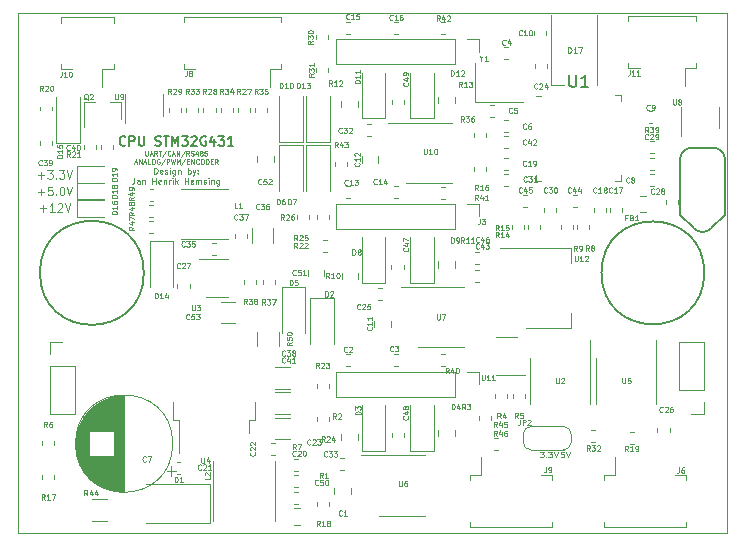
<source format=gto>
G04 #@! TF.GenerationSoftware,KiCad,Pcbnew,5.1.4+dfsg1-1*
G04 #@! TF.CreationDate,2019-12-10T16:08:12+01:00*
G04 #@! TF.ProjectId,PAC5523,50414335-3532-4332-9e6b-696361645f70,rev?*
G04 #@! TF.SameCoordinates,Original*
G04 #@! TF.FileFunction,Legend,Top*
G04 #@! TF.FilePolarity,Positive*
%FSLAX46Y46*%
G04 Gerber Fmt 4.6, Leading zero omitted, Abs format (unit mm)*
G04 Created by KiCad (PCBNEW 5.1.4+dfsg1-1) date 2019-12-10 16:08:12*
%MOMM*%
%LPD*%
G04 APERTURE LIST*
%ADD10C,0.100000*%
%ADD11C,0.150000*%
%ADD12C,0.175000*%
%ADD13C,0.050000*%
%ADD14C,0.120000*%
%ADD15C,0.127000*%
G04 APERTURE END LIST*
D10*
X21856666Y-39550000D02*
X22390000Y-39550000D01*
X22123333Y-39816666D02*
X22123333Y-39283333D01*
X23090000Y-39816666D02*
X22690000Y-39816666D01*
X22890000Y-39816666D02*
X22890000Y-39116666D01*
X22823333Y-39216666D01*
X22756666Y-39283333D01*
X22690000Y-39316666D01*
X23356666Y-39183333D02*
X23390000Y-39150000D01*
X23456666Y-39116666D01*
X23623333Y-39116666D01*
X23690000Y-39150000D01*
X23723333Y-39183333D01*
X23756666Y-39250000D01*
X23756666Y-39316666D01*
X23723333Y-39416666D01*
X23323333Y-39816666D01*
X23756666Y-39816666D01*
X23956666Y-39116666D02*
X24190000Y-39816666D01*
X24423333Y-39116666D01*
X21690000Y-38150000D02*
X22223333Y-38150000D01*
X21956666Y-38416666D02*
X21956666Y-37883333D01*
X22890000Y-37716666D02*
X22556666Y-37716666D01*
X22523333Y-38050000D01*
X22556666Y-38016666D01*
X22623333Y-37983333D01*
X22790000Y-37983333D01*
X22856666Y-38016666D01*
X22890000Y-38050000D01*
X22923333Y-38116666D01*
X22923333Y-38283333D01*
X22890000Y-38350000D01*
X22856666Y-38383333D01*
X22790000Y-38416666D01*
X22623333Y-38416666D01*
X22556666Y-38383333D01*
X22523333Y-38350000D01*
X23223333Y-38350000D02*
X23256666Y-38383333D01*
X23223333Y-38416666D01*
X23190000Y-38383333D01*
X23223333Y-38350000D01*
X23223333Y-38416666D01*
X23690000Y-37716666D02*
X23756666Y-37716666D01*
X23823333Y-37750000D01*
X23856666Y-37783333D01*
X23890000Y-37850000D01*
X23923333Y-37983333D01*
X23923333Y-38150000D01*
X23890000Y-38283333D01*
X23856666Y-38350000D01*
X23823333Y-38383333D01*
X23756666Y-38416666D01*
X23690000Y-38416666D01*
X23623333Y-38383333D01*
X23590000Y-38350000D01*
X23556666Y-38283333D01*
X23523333Y-38150000D01*
X23523333Y-37983333D01*
X23556666Y-37850000D01*
X23590000Y-37783333D01*
X23623333Y-37750000D01*
X23690000Y-37716666D01*
X24123333Y-37716666D02*
X24356666Y-38416666D01*
X24590000Y-37716666D01*
X21690000Y-36750000D02*
X22223333Y-36750000D01*
X21956666Y-37016666D02*
X21956666Y-36483333D01*
X22490000Y-36316666D02*
X22923333Y-36316666D01*
X22690000Y-36583333D01*
X22790000Y-36583333D01*
X22856666Y-36616666D01*
X22890000Y-36650000D01*
X22923333Y-36716666D01*
X22923333Y-36883333D01*
X22890000Y-36950000D01*
X22856666Y-36983333D01*
X22790000Y-37016666D01*
X22590000Y-37016666D01*
X22523333Y-36983333D01*
X22490000Y-36950000D01*
X23223333Y-36950000D02*
X23256666Y-36983333D01*
X23223333Y-37016666D01*
X23190000Y-36983333D01*
X23223333Y-36950000D01*
X23223333Y-37016666D01*
X23490000Y-36316666D02*
X23923333Y-36316666D01*
X23690000Y-36583333D01*
X23790000Y-36583333D01*
X23856666Y-36616666D01*
X23890000Y-36650000D01*
X23923333Y-36716666D01*
X23923333Y-36883333D01*
X23890000Y-36950000D01*
X23856666Y-36983333D01*
X23790000Y-37016666D01*
X23590000Y-37016666D01*
X23523333Y-36983333D01*
X23490000Y-36950000D01*
X24123333Y-36316666D02*
X24356666Y-37016666D01*
X24590000Y-36316666D01*
X64186904Y-60126190D02*
X64496428Y-60126190D01*
X64329761Y-60316666D01*
X64401190Y-60316666D01*
X64448809Y-60340476D01*
X64472619Y-60364285D01*
X64496428Y-60411904D01*
X64496428Y-60530952D01*
X64472619Y-60578571D01*
X64448809Y-60602380D01*
X64401190Y-60626190D01*
X64258333Y-60626190D01*
X64210714Y-60602380D01*
X64186904Y-60578571D01*
X64710714Y-60578571D02*
X64734523Y-60602380D01*
X64710714Y-60626190D01*
X64686904Y-60602380D01*
X64710714Y-60578571D01*
X64710714Y-60626190D01*
X64901190Y-60126190D02*
X65210714Y-60126190D01*
X65044047Y-60316666D01*
X65115476Y-60316666D01*
X65163095Y-60340476D01*
X65186904Y-60364285D01*
X65210714Y-60411904D01*
X65210714Y-60530952D01*
X65186904Y-60578571D01*
X65163095Y-60602380D01*
X65115476Y-60626190D01*
X64972619Y-60626190D01*
X64925000Y-60602380D01*
X64901190Y-60578571D01*
X65353571Y-60126190D02*
X65520238Y-60626190D01*
X65686904Y-60126190D01*
X66229761Y-60126190D02*
X65991666Y-60126190D01*
X65967857Y-60364285D01*
X65991666Y-60340476D01*
X66039285Y-60316666D01*
X66158333Y-60316666D01*
X66205952Y-60340476D01*
X66229761Y-60364285D01*
X66253571Y-60411904D01*
X66253571Y-60530952D01*
X66229761Y-60578571D01*
X66205952Y-60602380D01*
X66158333Y-60626190D01*
X66039285Y-60626190D01*
X65991666Y-60602380D01*
X65967857Y-60578571D01*
X66396428Y-60126190D02*
X66563095Y-60626190D01*
X66729761Y-60126190D01*
D11*
X30650284Y-45000000D02*
G75*
G03X30650284Y-45000000I-4400284J0D01*
G01*
X78104595Y-45000000D02*
G75*
G03X78104595Y-45000000I-4354595J0D01*
G01*
D10*
X31524761Y-36601190D02*
X31524761Y-36101190D01*
X31643809Y-36101190D01*
X31715238Y-36125000D01*
X31762857Y-36172619D01*
X31786666Y-36220238D01*
X31810476Y-36315476D01*
X31810476Y-36386904D01*
X31786666Y-36482142D01*
X31762857Y-36529761D01*
X31715238Y-36577380D01*
X31643809Y-36601190D01*
X31524761Y-36601190D01*
X32215238Y-36577380D02*
X32167619Y-36601190D01*
X32072380Y-36601190D01*
X32024761Y-36577380D01*
X32000952Y-36529761D01*
X32000952Y-36339285D01*
X32024761Y-36291666D01*
X32072380Y-36267857D01*
X32167619Y-36267857D01*
X32215238Y-36291666D01*
X32239047Y-36339285D01*
X32239047Y-36386904D01*
X32000952Y-36434523D01*
X32429523Y-36577380D02*
X32477142Y-36601190D01*
X32572380Y-36601190D01*
X32620000Y-36577380D01*
X32643809Y-36529761D01*
X32643809Y-36505952D01*
X32620000Y-36458333D01*
X32572380Y-36434523D01*
X32500952Y-36434523D01*
X32453333Y-36410714D01*
X32429523Y-36363095D01*
X32429523Y-36339285D01*
X32453333Y-36291666D01*
X32500952Y-36267857D01*
X32572380Y-36267857D01*
X32620000Y-36291666D01*
X32858095Y-36601190D02*
X32858095Y-36267857D01*
X32858095Y-36101190D02*
X32834285Y-36125000D01*
X32858095Y-36148809D01*
X32881904Y-36125000D01*
X32858095Y-36101190D01*
X32858095Y-36148809D01*
X33310476Y-36267857D02*
X33310476Y-36672619D01*
X33286666Y-36720238D01*
X33262857Y-36744047D01*
X33215238Y-36767857D01*
X33143809Y-36767857D01*
X33096190Y-36744047D01*
X33310476Y-36577380D02*
X33262857Y-36601190D01*
X33167619Y-36601190D01*
X33120000Y-36577380D01*
X33096190Y-36553571D01*
X33072380Y-36505952D01*
X33072380Y-36363095D01*
X33096190Y-36315476D01*
X33120000Y-36291666D01*
X33167619Y-36267857D01*
X33262857Y-36267857D01*
X33310476Y-36291666D01*
X33548571Y-36267857D02*
X33548571Y-36601190D01*
X33548571Y-36315476D02*
X33572380Y-36291666D01*
X33620000Y-36267857D01*
X33691428Y-36267857D01*
X33739047Y-36291666D01*
X33762857Y-36339285D01*
X33762857Y-36601190D01*
X34381904Y-36601190D02*
X34381904Y-36101190D01*
X34381904Y-36291666D02*
X34429523Y-36267857D01*
X34524761Y-36267857D01*
X34572380Y-36291666D01*
X34596190Y-36315476D01*
X34620000Y-36363095D01*
X34620000Y-36505952D01*
X34596190Y-36553571D01*
X34572380Y-36577380D01*
X34524761Y-36601190D01*
X34429523Y-36601190D01*
X34381904Y-36577380D01*
X34786666Y-36267857D02*
X34905714Y-36601190D01*
X35024761Y-36267857D02*
X34905714Y-36601190D01*
X34858095Y-36720238D01*
X34834285Y-36744047D01*
X34786666Y-36767857D01*
X35215238Y-36553571D02*
X35239047Y-36577380D01*
X35215238Y-36601190D01*
X35191428Y-36577380D01*
X35215238Y-36553571D01*
X35215238Y-36601190D01*
X35215238Y-36291666D02*
X35239047Y-36315476D01*
X35215238Y-36339285D01*
X35191428Y-36315476D01*
X35215238Y-36291666D01*
X35215238Y-36339285D01*
X29846190Y-36951190D02*
X29846190Y-37308333D01*
X29822380Y-37379761D01*
X29774761Y-37427380D01*
X29703333Y-37451190D01*
X29655714Y-37451190D01*
X30298571Y-37451190D02*
X30298571Y-37189285D01*
X30274761Y-37141666D01*
X30227142Y-37117857D01*
X30131904Y-37117857D01*
X30084285Y-37141666D01*
X30298571Y-37427380D02*
X30250952Y-37451190D01*
X30131904Y-37451190D01*
X30084285Y-37427380D01*
X30060476Y-37379761D01*
X30060476Y-37332142D01*
X30084285Y-37284523D01*
X30131904Y-37260714D01*
X30250952Y-37260714D01*
X30298571Y-37236904D01*
X30536666Y-37117857D02*
X30536666Y-37451190D01*
X30536666Y-37165476D02*
X30560476Y-37141666D01*
X30608095Y-37117857D01*
X30679523Y-37117857D01*
X30727142Y-37141666D01*
X30750952Y-37189285D01*
X30750952Y-37451190D01*
X31370000Y-37451190D02*
X31370000Y-36951190D01*
X31370000Y-37189285D02*
X31655714Y-37189285D01*
X31655714Y-37451190D02*
X31655714Y-36951190D01*
X32084285Y-37427380D02*
X32036666Y-37451190D01*
X31941428Y-37451190D01*
X31893809Y-37427380D01*
X31870000Y-37379761D01*
X31870000Y-37189285D01*
X31893809Y-37141666D01*
X31941428Y-37117857D01*
X32036666Y-37117857D01*
X32084285Y-37141666D01*
X32108095Y-37189285D01*
X32108095Y-37236904D01*
X31870000Y-37284523D01*
X32322380Y-37117857D02*
X32322380Y-37451190D01*
X32322380Y-37165476D02*
X32346190Y-37141666D01*
X32393809Y-37117857D01*
X32465238Y-37117857D01*
X32512857Y-37141666D01*
X32536666Y-37189285D01*
X32536666Y-37451190D01*
X32774761Y-37451190D02*
X32774761Y-37117857D01*
X32774761Y-37213095D02*
X32798571Y-37165476D01*
X32822380Y-37141666D01*
X32870000Y-37117857D01*
X32917619Y-37117857D01*
X33084285Y-37451190D02*
X33084285Y-37117857D01*
X33084285Y-36951190D02*
X33060476Y-36975000D01*
X33084285Y-36998809D01*
X33108095Y-36975000D01*
X33084285Y-36951190D01*
X33084285Y-36998809D01*
X33322380Y-37451190D02*
X33322380Y-36951190D01*
X33370000Y-37260714D02*
X33512857Y-37451190D01*
X33512857Y-37117857D02*
X33322380Y-37308333D01*
X34108095Y-37451190D02*
X34108095Y-36951190D01*
X34108095Y-37189285D02*
X34393809Y-37189285D01*
X34393809Y-37451190D02*
X34393809Y-36951190D01*
X34822380Y-37427380D02*
X34774761Y-37451190D01*
X34679523Y-37451190D01*
X34631904Y-37427380D01*
X34608095Y-37379761D01*
X34608095Y-37189285D01*
X34631904Y-37141666D01*
X34679523Y-37117857D01*
X34774761Y-37117857D01*
X34822380Y-37141666D01*
X34846190Y-37189285D01*
X34846190Y-37236904D01*
X34608095Y-37284523D01*
X35060476Y-37451190D02*
X35060476Y-37117857D01*
X35060476Y-37165476D02*
X35084285Y-37141666D01*
X35131904Y-37117857D01*
X35203333Y-37117857D01*
X35250952Y-37141666D01*
X35274761Y-37189285D01*
X35274761Y-37451190D01*
X35274761Y-37189285D02*
X35298571Y-37141666D01*
X35346190Y-37117857D01*
X35417619Y-37117857D01*
X35465238Y-37141666D01*
X35489047Y-37189285D01*
X35489047Y-37451190D01*
X35703333Y-37427380D02*
X35750952Y-37451190D01*
X35846190Y-37451190D01*
X35893809Y-37427380D01*
X35917619Y-37379761D01*
X35917619Y-37355952D01*
X35893809Y-37308333D01*
X35846190Y-37284523D01*
X35774761Y-37284523D01*
X35727142Y-37260714D01*
X35703333Y-37213095D01*
X35703333Y-37189285D01*
X35727142Y-37141666D01*
X35774761Y-37117857D01*
X35846190Y-37117857D01*
X35893809Y-37141666D01*
X36131904Y-37451190D02*
X36131904Y-37117857D01*
X36131904Y-36951190D02*
X36108095Y-36975000D01*
X36131904Y-36998809D01*
X36155714Y-36975000D01*
X36131904Y-36951190D01*
X36131904Y-36998809D01*
X36370000Y-37117857D02*
X36370000Y-37451190D01*
X36370000Y-37165476D02*
X36393809Y-37141666D01*
X36441428Y-37117857D01*
X36512857Y-37117857D01*
X36560476Y-37141666D01*
X36584285Y-37189285D01*
X36584285Y-37451190D01*
X37036666Y-37117857D02*
X37036666Y-37522619D01*
X37012857Y-37570238D01*
X36989047Y-37594047D01*
X36941428Y-37617857D01*
X36870000Y-37617857D01*
X36822380Y-37594047D01*
X37036666Y-37427380D02*
X36989047Y-37451190D01*
X36893809Y-37451190D01*
X36846190Y-37427380D01*
X36822380Y-37403571D01*
X36798571Y-37355952D01*
X36798571Y-37213095D01*
X36822380Y-37165476D01*
X36846190Y-37141666D01*
X36893809Y-37117857D01*
X36989047Y-37117857D01*
X37036666Y-37141666D01*
X30790000Y-34670952D02*
X30790000Y-34994761D01*
X30809047Y-35032857D01*
X30828095Y-35051904D01*
X30866190Y-35070952D01*
X30942380Y-35070952D01*
X30980476Y-35051904D01*
X30999523Y-35032857D01*
X31018571Y-34994761D01*
X31018571Y-34670952D01*
X31190000Y-34956666D02*
X31380476Y-34956666D01*
X31151904Y-35070952D02*
X31285238Y-34670952D01*
X31418571Y-35070952D01*
X31780476Y-35070952D02*
X31647142Y-34880476D01*
X31551904Y-35070952D02*
X31551904Y-34670952D01*
X31704285Y-34670952D01*
X31742380Y-34690000D01*
X31761428Y-34709047D01*
X31780476Y-34747142D01*
X31780476Y-34804285D01*
X31761428Y-34842380D01*
X31742380Y-34861428D01*
X31704285Y-34880476D01*
X31551904Y-34880476D01*
X31894761Y-34670952D02*
X32123333Y-34670952D01*
X32009047Y-35070952D02*
X32009047Y-34670952D01*
X32542380Y-34651904D02*
X32199523Y-35166190D01*
X32904285Y-35032857D02*
X32885238Y-35051904D01*
X32828095Y-35070952D01*
X32790000Y-35070952D01*
X32732857Y-35051904D01*
X32694761Y-35013809D01*
X32675714Y-34975714D01*
X32656666Y-34899523D01*
X32656666Y-34842380D01*
X32675714Y-34766190D01*
X32694761Y-34728095D01*
X32732857Y-34690000D01*
X32790000Y-34670952D01*
X32828095Y-34670952D01*
X32885238Y-34690000D01*
X32904285Y-34709047D01*
X33056666Y-34956666D02*
X33247142Y-34956666D01*
X33018571Y-35070952D02*
X33151904Y-34670952D01*
X33285238Y-35070952D01*
X33418571Y-35070952D02*
X33418571Y-34670952D01*
X33647142Y-35070952D01*
X33647142Y-34670952D01*
X34123333Y-34651904D02*
X33780476Y-35166190D01*
X34485238Y-35070952D02*
X34351904Y-34880476D01*
X34256666Y-35070952D02*
X34256666Y-34670952D01*
X34409047Y-34670952D01*
X34447142Y-34690000D01*
X34466190Y-34709047D01*
X34485238Y-34747142D01*
X34485238Y-34804285D01*
X34466190Y-34842380D01*
X34447142Y-34861428D01*
X34409047Y-34880476D01*
X34256666Y-34880476D01*
X34637619Y-35051904D02*
X34694761Y-35070952D01*
X34790000Y-35070952D01*
X34828095Y-35051904D01*
X34847142Y-35032857D01*
X34866190Y-34994761D01*
X34866190Y-34956666D01*
X34847142Y-34918571D01*
X34828095Y-34899523D01*
X34790000Y-34880476D01*
X34713809Y-34861428D01*
X34675714Y-34842380D01*
X34656666Y-34823333D01*
X34637619Y-34785238D01*
X34637619Y-34747142D01*
X34656666Y-34709047D01*
X34675714Y-34690000D01*
X34713809Y-34670952D01*
X34809047Y-34670952D01*
X34866190Y-34690000D01*
X35209047Y-34804285D02*
X35209047Y-35070952D01*
X35113809Y-34651904D02*
X35018571Y-34937619D01*
X35266190Y-34937619D01*
X35475714Y-34842380D02*
X35437619Y-34823333D01*
X35418571Y-34804285D01*
X35399523Y-34766190D01*
X35399523Y-34747142D01*
X35418571Y-34709047D01*
X35437619Y-34690000D01*
X35475714Y-34670952D01*
X35551904Y-34670952D01*
X35590000Y-34690000D01*
X35609047Y-34709047D01*
X35628095Y-34747142D01*
X35628095Y-34766190D01*
X35609047Y-34804285D01*
X35590000Y-34823333D01*
X35551904Y-34842380D01*
X35475714Y-34842380D01*
X35437619Y-34861428D01*
X35418571Y-34880476D01*
X35399523Y-34918571D01*
X35399523Y-34994761D01*
X35418571Y-35032857D01*
X35437619Y-35051904D01*
X35475714Y-35070952D01*
X35551904Y-35070952D01*
X35590000Y-35051904D01*
X35609047Y-35032857D01*
X35628095Y-34994761D01*
X35628095Y-34918571D01*
X35609047Y-34880476D01*
X35590000Y-34861428D01*
X35551904Y-34842380D01*
X35990000Y-34670952D02*
X35799523Y-34670952D01*
X35780476Y-34861428D01*
X35799523Y-34842380D01*
X35837619Y-34823333D01*
X35932857Y-34823333D01*
X35970952Y-34842380D01*
X35990000Y-34861428D01*
X36009047Y-34899523D01*
X36009047Y-34994761D01*
X35990000Y-35032857D01*
X35970952Y-35051904D01*
X35932857Y-35070952D01*
X35837619Y-35070952D01*
X35799523Y-35051904D01*
X35780476Y-35032857D01*
X29885238Y-35656666D02*
X30075714Y-35656666D01*
X29847142Y-35770952D02*
X29980476Y-35370952D01*
X30113809Y-35770952D01*
X30247142Y-35770952D02*
X30247142Y-35370952D01*
X30475714Y-35770952D01*
X30475714Y-35370952D01*
X30647142Y-35656666D02*
X30837619Y-35656666D01*
X30609047Y-35770952D02*
X30742380Y-35370952D01*
X30875714Y-35770952D01*
X31199523Y-35770952D02*
X31009047Y-35770952D01*
X31009047Y-35370952D01*
X31409047Y-35370952D02*
X31485238Y-35370952D01*
X31523333Y-35390000D01*
X31561428Y-35428095D01*
X31580476Y-35504285D01*
X31580476Y-35637619D01*
X31561428Y-35713809D01*
X31523333Y-35751904D01*
X31485238Y-35770952D01*
X31409047Y-35770952D01*
X31370952Y-35751904D01*
X31332857Y-35713809D01*
X31313809Y-35637619D01*
X31313809Y-35504285D01*
X31332857Y-35428095D01*
X31370952Y-35390000D01*
X31409047Y-35370952D01*
X31961428Y-35390000D02*
X31923333Y-35370952D01*
X31866190Y-35370952D01*
X31809047Y-35390000D01*
X31770952Y-35428095D01*
X31751904Y-35466190D01*
X31732857Y-35542380D01*
X31732857Y-35599523D01*
X31751904Y-35675714D01*
X31770952Y-35713809D01*
X31809047Y-35751904D01*
X31866190Y-35770952D01*
X31904285Y-35770952D01*
X31961428Y-35751904D01*
X31980476Y-35732857D01*
X31980476Y-35599523D01*
X31904285Y-35599523D01*
X32437619Y-35351904D02*
X32094761Y-35866190D01*
X32570952Y-35770952D02*
X32570952Y-35370952D01*
X32723333Y-35370952D01*
X32761428Y-35390000D01*
X32780476Y-35409047D01*
X32799523Y-35447142D01*
X32799523Y-35504285D01*
X32780476Y-35542380D01*
X32761428Y-35561428D01*
X32723333Y-35580476D01*
X32570952Y-35580476D01*
X32932857Y-35370952D02*
X33028095Y-35770952D01*
X33104285Y-35485238D01*
X33180476Y-35770952D01*
X33275714Y-35370952D01*
X33428095Y-35770952D02*
X33428095Y-35370952D01*
X33561428Y-35656666D01*
X33694761Y-35370952D01*
X33694761Y-35770952D01*
X34170952Y-35351904D02*
X33828095Y-35866190D01*
X34304285Y-35561428D02*
X34437619Y-35561428D01*
X34494761Y-35770952D02*
X34304285Y-35770952D01*
X34304285Y-35370952D01*
X34494761Y-35370952D01*
X34666190Y-35770952D02*
X34666190Y-35370952D01*
X34894761Y-35770952D01*
X34894761Y-35370952D01*
X35313809Y-35732857D02*
X35294761Y-35751904D01*
X35237619Y-35770952D01*
X35199523Y-35770952D01*
X35142380Y-35751904D01*
X35104285Y-35713809D01*
X35085238Y-35675714D01*
X35066190Y-35599523D01*
X35066190Y-35542380D01*
X35085238Y-35466190D01*
X35104285Y-35428095D01*
X35142380Y-35390000D01*
X35199523Y-35370952D01*
X35237619Y-35370952D01*
X35294761Y-35390000D01*
X35313809Y-35409047D01*
X35561428Y-35370952D02*
X35637619Y-35370952D01*
X35675714Y-35390000D01*
X35713809Y-35428095D01*
X35732857Y-35504285D01*
X35732857Y-35637619D01*
X35713809Y-35713809D01*
X35675714Y-35751904D01*
X35637619Y-35770952D01*
X35561428Y-35770952D01*
X35523333Y-35751904D01*
X35485238Y-35713809D01*
X35466190Y-35637619D01*
X35466190Y-35504285D01*
X35485238Y-35428095D01*
X35523333Y-35390000D01*
X35561428Y-35370952D01*
X35904285Y-35770952D02*
X35904285Y-35370952D01*
X35999523Y-35370952D01*
X36056666Y-35390000D01*
X36094761Y-35428095D01*
X36113809Y-35466190D01*
X36132857Y-35542380D01*
X36132857Y-35599523D01*
X36113809Y-35675714D01*
X36094761Y-35713809D01*
X36056666Y-35751904D01*
X35999523Y-35770952D01*
X35904285Y-35770952D01*
X36304285Y-35561428D02*
X36437619Y-35561428D01*
X36494761Y-35770952D02*
X36304285Y-35770952D01*
X36304285Y-35370952D01*
X36494761Y-35370952D01*
X36894761Y-35770952D02*
X36761428Y-35580476D01*
X36666190Y-35770952D02*
X36666190Y-35370952D01*
X36818571Y-35370952D01*
X36856666Y-35390000D01*
X36875714Y-35409047D01*
X36894761Y-35447142D01*
X36894761Y-35504285D01*
X36875714Y-35542380D01*
X36856666Y-35561428D01*
X36818571Y-35580476D01*
X36666190Y-35580476D01*
D12*
X29086190Y-34145714D02*
X29048095Y-34183809D01*
X28933809Y-34221904D01*
X28857619Y-34221904D01*
X28743333Y-34183809D01*
X28667142Y-34107619D01*
X28629047Y-34031428D01*
X28590952Y-33879047D01*
X28590952Y-33764761D01*
X28629047Y-33612380D01*
X28667142Y-33536190D01*
X28743333Y-33460000D01*
X28857619Y-33421904D01*
X28933809Y-33421904D01*
X29048095Y-33460000D01*
X29086190Y-33498095D01*
X29429047Y-34221904D02*
X29429047Y-33421904D01*
X29733809Y-33421904D01*
X29810000Y-33460000D01*
X29848095Y-33498095D01*
X29886190Y-33574285D01*
X29886190Y-33688571D01*
X29848095Y-33764761D01*
X29810000Y-33802857D01*
X29733809Y-33840952D01*
X29429047Y-33840952D01*
X30229047Y-33421904D02*
X30229047Y-34069523D01*
X30267142Y-34145714D01*
X30305238Y-34183809D01*
X30381428Y-34221904D01*
X30533809Y-34221904D01*
X30610000Y-34183809D01*
X30648095Y-34145714D01*
X30686190Y-34069523D01*
X30686190Y-33421904D01*
X31638571Y-34183809D02*
X31752857Y-34221904D01*
X31943333Y-34221904D01*
X32019523Y-34183809D01*
X32057619Y-34145714D01*
X32095714Y-34069523D01*
X32095714Y-33993333D01*
X32057619Y-33917142D01*
X32019523Y-33879047D01*
X31943333Y-33840952D01*
X31790952Y-33802857D01*
X31714761Y-33764761D01*
X31676666Y-33726666D01*
X31638571Y-33650476D01*
X31638571Y-33574285D01*
X31676666Y-33498095D01*
X31714761Y-33460000D01*
X31790952Y-33421904D01*
X31981428Y-33421904D01*
X32095714Y-33460000D01*
X32324285Y-33421904D02*
X32781428Y-33421904D01*
X32552857Y-34221904D02*
X32552857Y-33421904D01*
X33048095Y-34221904D02*
X33048095Y-33421904D01*
X33314761Y-33993333D01*
X33581428Y-33421904D01*
X33581428Y-34221904D01*
X33886190Y-33421904D02*
X34381428Y-33421904D01*
X34114761Y-33726666D01*
X34229047Y-33726666D01*
X34305238Y-33764761D01*
X34343333Y-33802857D01*
X34381428Y-33879047D01*
X34381428Y-34069523D01*
X34343333Y-34145714D01*
X34305238Y-34183809D01*
X34229047Y-34221904D01*
X34000476Y-34221904D01*
X33924285Y-34183809D01*
X33886190Y-34145714D01*
X34686190Y-33498095D02*
X34724285Y-33460000D01*
X34800476Y-33421904D01*
X34990952Y-33421904D01*
X35067142Y-33460000D01*
X35105238Y-33498095D01*
X35143333Y-33574285D01*
X35143333Y-33650476D01*
X35105238Y-33764761D01*
X34648095Y-34221904D01*
X35143333Y-34221904D01*
X35905238Y-33460000D02*
X35829047Y-33421904D01*
X35714761Y-33421904D01*
X35600476Y-33460000D01*
X35524285Y-33536190D01*
X35486190Y-33612380D01*
X35448095Y-33764761D01*
X35448095Y-33879047D01*
X35486190Y-34031428D01*
X35524285Y-34107619D01*
X35600476Y-34183809D01*
X35714761Y-34221904D01*
X35790952Y-34221904D01*
X35905238Y-34183809D01*
X35943333Y-34145714D01*
X35943333Y-33879047D01*
X35790952Y-33879047D01*
X36629047Y-33688571D02*
X36629047Y-34221904D01*
X36438571Y-33383809D02*
X36248095Y-33955238D01*
X36743333Y-33955238D01*
X36971904Y-33421904D02*
X37467142Y-33421904D01*
X37200476Y-33726666D01*
X37314761Y-33726666D01*
X37390952Y-33764761D01*
X37429047Y-33802857D01*
X37467142Y-33879047D01*
X37467142Y-34069523D01*
X37429047Y-34145714D01*
X37390952Y-34183809D01*
X37314761Y-34221904D01*
X37086190Y-34221904D01*
X37010000Y-34183809D01*
X36971904Y-34145714D01*
X38229047Y-34221904D02*
X37771904Y-34221904D01*
X38000476Y-34221904D02*
X38000476Y-33421904D01*
X37924285Y-33536190D01*
X37848095Y-33612380D01*
X37771904Y-33650476D01*
D13*
X20000000Y-23000000D02*
X80000000Y-23000000D01*
X20000000Y-67000000D02*
X20000000Y-23000000D01*
X80000000Y-67000000D02*
X20000000Y-67000000D01*
X80000000Y-23000000D02*
X80000000Y-67000000D01*
D14*
X64315000Y-29990000D02*
X63840000Y-29990000D01*
X71060000Y-37210000D02*
X71060000Y-36735000D01*
X70585000Y-37210000D02*
X71060000Y-37210000D01*
X63840000Y-37210000D02*
X63840000Y-36735000D01*
X64315000Y-37210000D02*
X63840000Y-37210000D01*
X71060000Y-29990000D02*
X71060000Y-30465000D01*
X70585000Y-29965000D02*
X71060000Y-29965000D01*
X36240000Y-66180000D02*
X30840000Y-66180000D01*
X36240000Y-62880000D02*
X30840000Y-62880000D01*
X36240000Y-66180000D02*
X36240000Y-62880000D01*
X41730000Y-66020000D02*
X41730000Y-60920000D01*
X36530000Y-66020000D02*
X36530000Y-60920000D01*
X40250000Y-49987936D02*
X40250000Y-51192064D01*
X42070000Y-49987936D02*
X42070000Y-51192064D01*
X31137221Y-38880000D02*
X31462779Y-38880000D01*
X31137221Y-37860000D02*
X31462779Y-37860000D01*
X31127221Y-40250000D02*
X31452779Y-40250000D01*
X31127221Y-39230000D02*
X31452779Y-39230000D01*
X31127221Y-41610000D02*
X31452779Y-41610000D01*
X31127221Y-40590000D02*
X31452779Y-40590000D01*
X26287936Y-66000000D02*
X27492064Y-66000000D01*
X26287936Y-64180000D02*
X27492064Y-64180000D01*
X24965000Y-37435000D02*
X27250000Y-37435000D01*
X24965000Y-35965000D02*
X24965000Y-37435000D01*
X27250000Y-35965000D02*
X24965000Y-35965000D01*
X24965000Y-38835000D02*
X27250000Y-38835000D01*
X24965000Y-37365000D02*
X24965000Y-38835000D01*
X27250000Y-37365000D02*
X24965000Y-37365000D01*
X24965000Y-40235000D02*
X27250000Y-40235000D01*
X24965000Y-38765000D02*
X24965000Y-40235000D01*
X27250000Y-38765000D02*
X24965000Y-38765000D01*
X38362064Y-47440000D02*
X37157936Y-47440000D01*
X38362064Y-49260000D02*
X37157936Y-49260000D01*
X64750000Y-27652779D02*
X64750000Y-27327221D01*
X63730000Y-27652779D02*
X63730000Y-27327221D01*
X47830000Y-35942779D02*
X47830000Y-35617221D01*
X46810000Y-35942779D02*
X46810000Y-35617221D01*
X45797221Y-43200000D02*
X46122779Y-43200000D01*
X45797221Y-42180000D02*
X46122779Y-42180000D01*
X46370000Y-64732779D02*
X46370000Y-64407221D01*
X45350000Y-64732779D02*
X45350000Y-64407221D01*
X40210000Y-35111422D02*
X40210000Y-35628578D01*
X41630000Y-35111422D02*
X41630000Y-35628578D01*
X45940000Y-45258578D02*
X45940000Y-44741422D01*
X44520000Y-45258578D02*
X44520000Y-44741422D01*
X43371422Y-66320000D02*
X43888578Y-66320000D01*
X43371422Y-64900000D02*
X43888578Y-64900000D01*
X58725000Y-30525000D02*
X62725000Y-30525000D01*
X58725000Y-27225000D02*
X58725000Y-30525000D01*
X52670000Y-30722779D02*
X52670000Y-30397221D01*
X51650000Y-30722779D02*
X51650000Y-30397221D01*
X52680000Y-58902779D02*
X52680000Y-58577221D01*
X51660000Y-58902779D02*
X51660000Y-58577221D01*
X52640000Y-44662779D02*
X52640000Y-44337221D01*
X51620000Y-44662779D02*
X51620000Y-44337221D01*
X23240000Y-34000000D02*
X23240000Y-30150000D01*
X25240000Y-34000000D02*
X25240000Y-30150000D01*
X23240000Y-34000000D02*
X25240000Y-34000000D01*
X33140000Y-42320000D02*
X33140000Y-46170000D01*
X31140000Y-42320000D02*
X31140000Y-46170000D01*
X33140000Y-42320000D02*
X31140000Y-42320000D01*
X54800000Y-32290000D02*
X51350000Y-32290000D01*
X54800000Y-32290000D02*
X56750000Y-32290000D01*
X54800000Y-37410000D02*
X52850000Y-37410000D01*
X54800000Y-37410000D02*
X56750000Y-37410000D01*
X55850000Y-46190000D02*
X52400000Y-46190000D01*
X55850000Y-46190000D02*
X57800000Y-46190000D01*
X55850000Y-51310000D02*
X53900000Y-51310000D01*
X55850000Y-51310000D02*
X57800000Y-51310000D01*
X52490000Y-60430000D02*
X49040000Y-60430000D01*
X52490000Y-60430000D02*
X54440000Y-60430000D01*
X52490000Y-65550000D02*
X50540000Y-65550000D01*
X52490000Y-65550000D02*
X54440000Y-65550000D01*
X33780000Y-42140000D02*
X37780000Y-42140000D01*
X33780000Y-37940000D02*
X37780000Y-37940000D01*
X60800000Y-42880000D02*
X66810000Y-42880000D01*
X63050000Y-49700000D02*
X66810000Y-49700000D01*
X66810000Y-42880000D02*
X66810000Y-44140000D01*
X66810000Y-49700000D02*
X66810000Y-48440000D01*
X39580000Y-57460000D02*
X39580000Y-58560000D01*
X40050000Y-57460000D02*
X39580000Y-57460000D01*
X40050000Y-55960000D02*
X40050000Y-57460000D01*
X33620000Y-57460000D02*
X33620000Y-60290000D01*
X33150000Y-57460000D02*
X33620000Y-57460000D01*
X33150000Y-55960000D02*
X33150000Y-57460000D01*
X56162779Y-23790000D02*
X55837221Y-23790000D01*
X56162779Y-24810000D02*
X55837221Y-24810000D01*
X56162779Y-37690000D02*
X55837221Y-37690000D01*
X56162779Y-38710000D02*
X55837221Y-38710000D01*
X56162779Y-51890000D02*
X55837221Y-51890000D01*
X56162779Y-52910000D02*
X55837221Y-52910000D01*
X58640000Y-33187221D02*
X58640000Y-33512779D01*
X59660000Y-33187221D02*
X59660000Y-33512779D01*
X43640000Y-40137221D02*
X43640000Y-40462779D01*
X44660000Y-40137221D02*
X44660000Y-40462779D01*
X58640000Y-36037221D02*
X58640000Y-36362779D01*
X59660000Y-36037221D02*
X59660000Y-36362779D01*
X64210000Y-41262779D02*
X64210000Y-40937221D01*
X63190000Y-41262779D02*
X63190000Y-40937221D01*
X61790000Y-40937221D02*
X61790000Y-41262779D01*
X62810000Y-40937221D02*
X62810000Y-41262779D01*
X66960000Y-41262779D02*
X66960000Y-40937221D01*
X65940000Y-41262779D02*
X65940000Y-40937221D01*
X67340000Y-40937221D02*
X67340000Y-41262779D01*
X68360000Y-40937221D02*
X68360000Y-41262779D01*
X43732779Y-60770000D02*
X43407221Y-60770000D01*
X43732779Y-61790000D02*
X43407221Y-61790000D01*
X43732779Y-63570000D02*
X43407221Y-63570000D01*
X43732779Y-64590000D02*
X43407221Y-64590000D01*
X65235000Y-66510000D02*
X65235000Y-66060000D01*
X58265000Y-66510000D02*
X65235000Y-66510000D01*
X58265000Y-66060000D02*
X58265000Y-66510000D01*
X65235000Y-62090000D02*
X64285000Y-62090000D01*
X65235000Y-62540000D02*
X65235000Y-62090000D01*
X59215000Y-62090000D02*
X59215000Y-60600000D01*
X58265000Y-62090000D02*
X59215000Y-62090000D01*
X58265000Y-62540000D02*
X58265000Y-62090000D01*
X72666422Y-39885000D02*
X73183578Y-39885000D01*
X72666422Y-38465000D02*
X73183578Y-38465000D01*
X44390000Y-33930000D02*
X44390000Y-30030000D01*
X46390000Y-33930000D02*
X46390000Y-30030000D01*
X44390000Y-33930000D02*
X46390000Y-33930000D01*
X42090000Y-33930000D02*
X42090000Y-30030000D01*
X44090000Y-33930000D02*
X44090000Y-30030000D01*
X42090000Y-33930000D02*
X44090000Y-33930000D01*
X46390000Y-34155000D02*
X46390000Y-38055000D01*
X44390000Y-34155000D02*
X44390000Y-38055000D01*
X46390000Y-34155000D02*
X44390000Y-34155000D01*
X44090000Y-34155000D02*
X44090000Y-38055000D01*
X42090000Y-34155000D02*
X42090000Y-38055000D01*
X44090000Y-34155000D02*
X42090000Y-34155000D01*
X44330000Y-46170000D02*
X44330000Y-50070000D01*
X42330000Y-46170000D02*
X42330000Y-50070000D01*
X44330000Y-46170000D02*
X42330000Y-46170000D01*
X46710000Y-47150000D02*
X46710000Y-51050000D01*
X44710000Y-47150000D02*
X44710000Y-51050000D01*
X46710000Y-47150000D02*
X44710000Y-47150000D01*
X59002779Y-43270000D02*
X58677221Y-43270000D01*
X59002779Y-44290000D02*
X58677221Y-44290000D01*
X63112779Y-38440000D02*
X62787221Y-38440000D01*
X63112779Y-39460000D02*
X62787221Y-39460000D01*
X66987221Y-39460000D02*
X67312779Y-39460000D01*
X66987221Y-38440000D02*
X67312779Y-38440000D01*
X59002779Y-44720000D02*
X58677221Y-44720000D01*
X59002779Y-45740000D02*
X58677221Y-45740000D01*
X41797936Y-56950000D02*
X43002064Y-56950000D01*
X41797936Y-55130000D02*
X43002064Y-55130000D01*
X41797936Y-54800000D02*
X43002064Y-54800000D01*
X41797936Y-52980000D02*
X43002064Y-52980000D01*
X47582779Y-60690000D02*
X47257221Y-60690000D01*
X47582779Y-61710000D02*
X47257221Y-61710000D01*
X49842779Y-32430000D02*
X49517221Y-32430000D01*
X49842779Y-33450000D02*
X49517221Y-33450000D01*
X50792779Y-46280000D02*
X50467221Y-46280000D01*
X50792779Y-47300000D02*
X50467221Y-47300000D01*
X41797936Y-59100000D02*
X43002064Y-59100000D01*
X41797936Y-57280000D02*
X43002064Y-57280000D01*
X41427221Y-60420000D02*
X41752779Y-60420000D01*
X41427221Y-59400000D02*
X41752779Y-59400000D01*
X43407221Y-63170000D02*
X43732779Y-63170000D01*
X43407221Y-62150000D02*
X43732779Y-62150000D01*
X68740000Y-39537221D02*
X68740000Y-39862779D01*
X69760000Y-39537221D02*
X69760000Y-39862779D01*
X70090000Y-39537221D02*
X70090000Y-39862779D01*
X71110000Y-39537221D02*
X71110000Y-39862779D01*
X32989698Y-62175000D02*
X32989698Y-61375000D01*
X33389698Y-61775000D02*
X32589698Y-61775000D01*
X24899000Y-59993000D02*
X24899000Y-58927000D01*
X24939000Y-60228000D02*
X24939000Y-58692000D01*
X24979000Y-60408000D02*
X24979000Y-58512000D01*
X25019000Y-60558000D02*
X25019000Y-58362000D01*
X25059000Y-60689000D02*
X25059000Y-58231000D01*
X25099000Y-60806000D02*
X25099000Y-58114000D01*
X25139000Y-60913000D02*
X25139000Y-58007000D01*
X25179000Y-61012000D02*
X25179000Y-57908000D01*
X25219000Y-61105000D02*
X25219000Y-57815000D01*
X25259000Y-61191000D02*
X25259000Y-57729000D01*
X25299000Y-61273000D02*
X25299000Y-57647000D01*
X25339000Y-61350000D02*
X25339000Y-57570000D01*
X25379000Y-61424000D02*
X25379000Y-57496000D01*
X25419000Y-61494000D02*
X25419000Y-57426000D01*
X25459000Y-61562000D02*
X25459000Y-57358000D01*
X25499000Y-61626000D02*
X25499000Y-57294000D01*
X25539000Y-61688000D02*
X25539000Y-57232000D01*
X25579000Y-61747000D02*
X25579000Y-57173000D01*
X25619000Y-61805000D02*
X25619000Y-57115000D01*
X25659000Y-61860000D02*
X25659000Y-57060000D01*
X25699000Y-61914000D02*
X25699000Y-57006000D01*
X25739000Y-61965000D02*
X25739000Y-56955000D01*
X25779000Y-62016000D02*
X25779000Y-56904000D01*
X25819000Y-62064000D02*
X25819000Y-56856000D01*
X25859000Y-62111000D02*
X25859000Y-56809000D01*
X25899000Y-62157000D02*
X25899000Y-56763000D01*
X25939000Y-62201000D02*
X25939000Y-56719000D01*
X25979000Y-62244000D02*
X25979000Y-56676000D01*
X26019000Y-62286000D02*
X26019000Y-56634000D01*
X26059000Y-58420000D02*
X26059000Y-56593000D01*
X26059000Y-62327000D02*
X26059000Y-60500000D01*
X26099000Y-58420000D02*
X26099000Y-56553000D01*
X26099000Y-62367000D02*
X26099000Y-60500000D01*
X26139000Y-58420000D02*
X26139000Y-56515000D01*
X26139000Y-62405000D02*
X26139000Y-60500000D01*
X26179000Y-58420000D02*
X26179000Y-56477000D01*
X26179000Y-62443000D02*
X26179000Y-60500000D01*
X26219000Y-58420000D02*
X26219000Y-56441000D01*
X26219000Y-62479000D02*
X26219000Y-60500000D01*
X26259000Y-58420000D02*
X26259000Y-56405000D01*
X26259000Y-62515000D02*
X26259000Y-60500000D01*
X26299000Y-58420000D02*
X26299000Y-56370000D01*
X26299000Y-62550000D02*
X26299000Y-60500000D01*
X26339000Y-58420000D02*
X26339000Y-56336000D01*
X26339000Y-62584000D02*
X26339000Y-60500000D01*
X26379000Y-58420000D02*
X26379000Y-56304000D01*
X26379000Y-62616000D02*
X26379000Y-60500000D01*
X26419000Y-58420000D02*
X26419000Y-56271000D01*
X26419000Y-62649000D02*
X26419000Y-60500000D01*
X26459000Y-58420000D02*
X26459000Y-56240000D01*
X26459000Y-62680000D02*
X26459000Y-60500000D01*
X26499000Y-58420000D02*
X26499000Y-56210000D01*
X26499000Y-62710000D02*
X26499000Y-60500000D01*
X26539000Y-58420000D02*
X26539000Y-56180000D01*
X26539000Y-62740000D02*
X26539000Y-60500000D01*
X26579000Y-58420000D02*
X26579000Y-56151000D01*
X26579000Y-62769000D02*
X26579000Y-60500000D01*
X26619000Y-58420000D02*
X26619000Y-56122000D01*
X26619000Y-62798000D02*
X26619000Y-60500000D01*
X26659000Y-58420000D02*
X26659000Y-56095000D01*
X26659000Y-62825000D02*
X26659000Y-60500000D01*
X26699000Y-58420000D02*
X26699000Y-56068000D01*
X26699000Y-62852000D02*
X26699000Y-60500000D01*
X26739000Y-58420000D02*
X26739000Y-56042000D01*
X26739000Y-62878000D02*
X26739000Y-60500000D01*
X26779000Y-58420000D02*
X26779000Y-56016000D01*
X26779000Y-62904000D02*
X26779000Y-60500000D01*
X26819000Y-58420000D02*
X26819000Y-55991000D01*
X26819000Y-62929000D02*
X26819000Y-60500000D01*
X26859000Y-58420000D02*
X26859000Y-55967000D01*
X26859000Y-62953000D02*
X26859000Y-60500000D01*
X26899000Y-58420000D02*
X26899000Y-55943000D01*
X26899000Y-62977000D02*
X26899000Y-60500000D01*
X26939000Y-58420000D02*
X26939000Y-55920000D01*
X26939000Y-63000000D02*
X26939000Y-60500000D01*
X26979000Y-58420000D02*
X26979000Y-55898000D01*
X26979000Y-63022000D02*
X26979000Y-60500000D01*
X27019000Y-58420000D02*
X27019000Y-55876000D01*
X27019000Y-63044000D02*
X27019000Y-60500000D01*
X27059000Y-58420000D02*
X27059000Y-55854000D01*
X27059000Y-63066000D02*
X27059000Y-60500000D01*
X27099000Y-58420000D02*
X27099000Y-55833000D01*
X27099000Y-63087000D02*
X27099000Y-60500000D01*
X27139000Y-58420000D02*
X27139000Y-55813000D01*
X27139000Y-63107000D02*
X27139000Y-60500000D01*
X27179000Y-58420000D02*
X27179000Y-55794000D01*
X27179000Y-63126000D02*
X27179000Y-60500000D01*
X27219000Y-58420000D02*
X27219000Y-55774000D01*
X27219000Y-63146000D02*
X27219000Y-60500000D01*
X27259000Y-58420000D02*
X27259000Y-55756000D01*
X27259000Y-63164000D02*
X27259000Y-60500000D01*
X27299000Y-58420000D02*
X27299000Y-55738000D01*
X27299000Y-63182000D02*
X27299000Y-60500000D01*
X27339000Y-58420000D02*
X27339000Y-55720000D01*
X27339000Y-63200000D02*
X27339000Y-60500000D01*
X27379000Y-58420000D02*
X27379000Y-55703000D01*
X27379000Y-63217000D02*
X27379000Y-60500000D01*
X27419000Y-58420000D02*
X27419000Y-55686000D01*
X27419000Y-63234000D02*
X27419000Y-60500000D01*
X27459000Y-58420000D02*
X27459000Y-55670000D01*
X27459000Y-63250000D02*
X27459000Y-60500000D01*
X27499000Y-58420000D02*
X27499000Y-55655000D01*
X27499000Y-63265000D02*
X27499000Y-60500000D01*
X27539000Y-58420000D02*
X27539000Y-55639000D01*
X27539000Y-63281000D02*
X27539000Y-60500000D01*
X27579000Y-58420000D02*
X27579000Y-55625000D01*
X27579000Y-63295000D02*
X27579000Y-60500000D01*
X27619000Y-58420000D02*
X27619000Y-55610000D01*
X27619000Y-63310000D02*
X27619000Y-60500000D01*
X27659000Y-58420000D02*
X27659000Y-55597000D01*
X27659000Y-63323000D02*
X27659000Y-60500000D01*
X27699000Y-58420000D02*
X27699000Y-55583000D01*
X27699000Y-63337000D02*
X27699000Y-60500000D01*
X27739000Y-58420000D02*
X27739000Y-55571000D01*
X27739000Y-63349000D02*
X27739000Y-60500000D01*
X27779000Y-58420000D02*
X27779000Y-55558000D01*
X27779000Y-63362000D02*
X27779000Y-60500000D01*
X27819000Y-58420000D02*
X27819000Y-55546000D01*
X27819000Y-63374000D02*
X27819000Y-60500000D01*
X27859000Y-58420000D02*
X27859000Y-55535000D01*
X27859000Y-63385000D02*
X27859000Y-60500000D01*
X27899000Y-58420000D02*
X27899000Y-55524000D01*
X27899000Y-63396000D02*
X27899000Y-60500000D01*
X27939000Y-58420000D02*
X27939000Y-55513000D01*
X27939000Y-63407000D02*
X27939000Y-60500000D01*
X27979000Y-58420000D02*
X27979000Y-55503000D01*
X27979000Y-63417000D02*
X27979000Y-60500000D01*
X28019000Y-58420000D02*
X28019000Y-55493000D01*
X28019000Y-63427000D02*
X28019000Y-60500000D01*
X28059000Y-58420000D02*
X28059000Y-55484000D01*
X28059000Y-63436000D02*
X28059000Y-60500000D01*
X28099000Y-58420000D02*
X28099000Y-55475000D01*
X28099000Y-63445000D02*
X28099000Y-60500000D01*
X28139000Y-63454000D02*
X28139000Y-55466000D01*
X28179000Y-63462000D02*
X28179000Y-55458000D01*
X28219000Y-63470000D02*
X28219000Y-55450000D01*
X28259000Y-63477000D02*
X28259000Y-55443000D01*
X28300000Y-63484000D02*
X28300000Y-55436000D01*
X28340000Y-63490000D02*
X28340000Y-55430000D01*
X28380000Y-63497000D02*
X28380000Y-55423000D01*
X28420000Y-63502000D02*
X28420000Y-55418000D01*
X28460000Y-63508000D02*
X28460000Y-55412000D01*
X28500000Y-63512000D02*
X28500000Y-55408000D01*
X28540000Y-63517000D02*
X28540000Y-55403000D01*
X28580000Y-63521000D02*
X28580000Y-55399000D01*
X28620000Y-63525000D02*
X28620000Y-55395000D01*
X28660000Y-63528000D02*
X28660000Y-55392000D01*
X28700000Y-63531000D02*
X28700000Y-55389000D01*
X28740000Y-63534000D02*
X28740000Y-55386000D01*
X28780000Y-63536000D02*
X28780000Y-55384000D01*
X28820000Y-63537000D02*
X28820000Y-55383000D01*
X28860000Y-63539000D02*
X28860000Y-55381000D01*
X28900000Y-63540000D02*
X28900000Y-55380000D01*
X28940000Y-63540000D02*
X28940000Y-55380000D01*
X28980000Y-63540000D02*
X28980000Y-55380000D01*
X33100000Y-59460000D02*
G75*
G03X33100000Y-59460000I-4120000J0D01*
G01*
X61512779Y-32090000D02*
X61187221Y-32090000D01*
X61512779Y-33110000D02*
X61187221Y-33110000D01*
X60262779Y-30765000D02*
X59937221Y-30765000D01*
X60262779Y-31785000D02*
X59937221Y-31785000D01*
X61512779Y-25915000D02*
X61187221Y-25915000D01*
X61512779Y-26935000D02*
X61187221Y-26935000D01*
X60450000Y-53650000D02*
X62900000Y-53650000D01*
X62250000Y-50430000D02*
X60450000Y-50430000D01*
X29080000Y-29880000D02*
X29080000Y-32330000D01*
X32300000Y-31680000D02*
X32300000Y-29880000D01*
X76150000Y-30960000D02*
X76150000Y-33410000D01*
X79370000Y-32760000D02*
X79370000Y-30960000D01*
X74050000Y-54130000D02*
X74050000Y-50680000D01*
X74050000Y-54130000D02*
X74050000Y-56080000D01*
X68930000Y-54130000D02*
X68930000Y-52180000D01*
X68930000Y-54130000D02*
X68930000Y-56080000D01*
X37750000Y-43800000D02*
X35300000Y-43800000D01*
X35950000Y-47020000D02*
X37750000Y-47020000D01*
X68440000Y-54130000D02*
X68440000Y-50680000D01*
X68440000Y-54130000D02*
X68440000Y-56080000D01*
X63320000Y-54130000D02*
X63320000Y-52180000D01*
X63320000Y-54130000D02*
X63320000Y-56080000D01*
X40170000Y-45902779D02*
X40170000Y-45577221D01*
X39150000Y-45902779D02*
X39150000Y-45577221D01*
X40750000Y-45589720D02*
X40750000Y-45915278D01*
X41770000Y-45589720D02*
X41770000Y-45915278D01*
X68549721Y-59360000D02*
X68875279Y-59360000D01*
X68549721Y-58340000D02*
X68875279Y-58340000D01*
X65160000Y-29090000D02*
X66235000Y-29090000D01*
X65160000Y-23190000D02*
X65160000Y-29090000D01*
X69060000Y-23190000D02*
X69060000Y-29090000D01*
X38350000Y-41739720D02*
X38350000Y-42065278D01*
X39370000Y-41739720D02*
X39370000Y-42065278D01*
X39800000Y-41227937D02*
X39800000Y-42432065D01*
X41620000Y-41227937D02*
X41620000Y-42432065D01*
X36760280Y-42460000D02*
X36434722Y-42460000D01*
X36760280Y-43480000D02*
X36434722Y-43480000D01*
X33500000Y-45957221D02*
X33500000Y-46282779D01*
X34520000Y-45957221D02*
X34520000Y-46282779D01*
X62750000Y-58700000D02*
G75*
G02X63450000Y-58000000I700000J0D01*
G01*
X63450000Y-60000000D02*
G75*
G02X62750000Y-59300000I0J700000D01*
G01*
X66850000Y-59300000D02*
G75*
G02X66150000Y-60000000I-700000J0D01*
G01*
X66150000Y-58000000D02*
G75*
G02X66850000Y-58700000I0J-700000D01*
G01*
X63400000Y-58000000D02*
X66200000Y-58000000D01*
X66850000Y-58700000D02*
X66850000Y-59300000D01*
X66200000Y-60000000D02*
X63400000Y-60000000D01*
X62750000Y-59300000D02*
X62750000Y-58700000D01*
X34060000Y-23340000D02*
X34060000Y-23790000D01*
X42280000Y-23340000D02*
X34060000Y-23340000D01*
X42280000Y-23790000D02*
X42280000Y-23340000D01*
X34060000Y-27760000D02*
X35010000Y-27760000D01*
X34060000Y-27310000D02*
X34060000Y-27760000D01*
X41330000Y-27760000D02*
X41330000Y-29250000D01*
X42280000Y-27760000D02*
X41330000Y-27760000D01*
X42280000Y-27310000D02*
X42280000Y-27760000D01*
X22040000Y-62137221D02*
X22040000Y-62462779D01*
X23060000Y-62137221D02*
X23060000Y-62462779D01*
X22040000Y-59249720D02*
X22040000Y-59575278D01*
X23060000Y-59249720D02*
X23060000Y-59575278D01*
X61512779Y-33440000D02*
X61187221Y-33440000D01*
X61512779Y-34460000D02*
X61187221Y-34460000D01*
X27010000Y-34217221D02*
X27010000Y-34542779D01*
X28030000Y-34217221D02*
X28030000Y-34542779D01*
X21860000Y-30917221D02*
X21860000Y-31242779D01*
X22880000Y-30917221D02*
X22880000Y-31242779D01*
X28720000Y-30530000D02*
X28720000Y-31990000D01*
X25560000Y-30530000D02*
X25560000Y-32690000D01*
X25560000Y-30530000D02*
X26490000Y-30530000D01*
X28720000Y-30530000D02*
X27790000Y-30530000D01*
X25550000Y-34217221D02*
X25550000Y-34542779D01*
X26570000Y-34217221D02*
X26570000Y-34542779D01*
X21860000Y-33809720D02*
X21860000Y-34135278D01*
X22880000Y-33809720D02*
X22880000Y-34135278D01*
D15*
X76997500Y-34424000D02*
G75*
G03X76045000Y-35376500I0J-952500D01*
G01*
X79855000Y-35376500D02*
G75*
G03X78902500Y-34424000I-952500J0D01*
G01*
X76997500Y-34424000D02*
X78902500Y-34424000D01*
X77226100Y-41243900D02*
G75*
G03X78673900Y-41243900I723900J723900D01*
G01*
X77226100Y-41243900D02*
X76045000Y-40062800D01*
X78673900Y-41243900D02*
X79855000Y-40062800D01*
X76045000Y-35376500D02*
X76045000Y-40062800D01*
X79855000Y-35376500D02*
X79855000Y-40062800D01*
D14*
X53200000Y-31900000D02*
X53200000Y-28050000D01*
X55200000Y-31900000D02*
X55200000Y-28050000D01*
X53200000Y-31900000D02*
X55200000Y-31900000D01*
X49100000Y-31900000D02*
X49100000Y-28050000D01*
X51100000Y-31900000D02*
X51100000Y-28050000D01*
X49100000Y-31900000D02*
X51100000Y-31900000D01*
X53200000Y-45850000D02*
X53200000Y-42000000D01*
X55200000Y-45850000D02*
X55200000Y-42000000D01*
X53200000Y-45850000D02*
X55200000Y-45850000D01*
X49100000Y-45850000D02*
X49100000Y-42000000D01*
X51100000Y-45850000D02*
X51100000Y-42000000D01*
X49100000Y-45850000D02*
X51100000Y-45850000D01*
X53200000Y-60050000D02*
X53200000Y-56200000D01*
X55200000Y-60050000D02*
X55200000Y-56200000D01*
X53200000Y-60050000D02*
X55200000Y-60050000D01*
X49100000Y-60050000D02*
X49100000Y-56200000D01*
X51100000Y-60050000D02*
X51100000Y-56200000D01*
X49100000Y-60050000D02*
X51100000Y-60050000D01*
X60662779Y-58990000D02*
X60337221Y-58990000D01*
X60662779Y-60010000D02*
X60337221Y-60010000D01*
X59065000Y-57112221D02*
X59065000Y-57437779D01*
X60085000Y-57112221D02*
X60085000Y-57437779D01*
X55570000Y-30141422D02*
X55570000Y-30658578D01*
X56990000Y-30141422D02*
X56990000Y-30658578D01*
X47380000Y-30411422D02*
X47380000Y-30928578D01*
X48800000Y-30411422D02*
X48800000Y-30928578D01*
X55570000Y-44031422D02*
X55570000Y-44548578D01*
X56990000Y-44031422D02*
X56990000Y-44548578D01*
X47390000Y-44991422D02*
X47390000Y-45508578D01*
X48810000Y-44991422D02*
X48810000Y-45508578D01*
X55570000Y-58281422D02*
X55570000Y-58798578D01*
X56990000Y-58281422D02*
X56990000Y-58798578D01*
X47380000Y-58671422D02*
X47380000Y-59188578D01*
X48800000Y-58671422D02*
X48800000Y-59188578D01*
X22690000Y-56970000D02*
X24810000Y-56970000D01*
X22690000Y-52910000D02*
X22690000Y-56970000D01*
X24810000Y-52910000D02*
X24810000Y-56970000D01*
X22690000Y-52910000D02*
X24810000Y-52910000D01*
X22690000Y-51910000D02*
X22690000Y-50850000D01*
X22690000Y-50850000D02*
X23750000Y-50850000D01*
X78060000Y-50850000D02*
X75940000Y-50850000D01*
X78060000Y-54910000D02*
X78060000Y-50850000D01*
X75940000Y-54910000D02*
X75940000Y-50850000D01*
X78060000Y-54910000D02*
X75940000Y-54910000D01*
X78060000Y-55910000D02*
X78060000Y-56970000D01*
X78060000Y-56970000D02*
X77000000Y-56970000D01*
X59060000Y-39140000D02*
X59060000Y-40200000D01*
X58000000Y-39140000D02*
X59060000Y-39140000D01*
X57000000Y-39140000D02*
X57000000Y-41260000D01*
X57000000Y-41260000D02*
X46940000Y-41260000D01*
X57000000Y-39140000D02*
X46940000Y-39140000D01*
X46940000Y-39140000D02*
X46940000Y-41260000D01*
X59060000Y-53360000D02*
X59060000Y-54420000D01*
X58000000Y-53360000D02*
X59060000Y-53360000D01*
X57000000Y-53360000D02*
X57000000Y-55480000D01*
X57000000Y-55480000D02*
X46940000Y-55480000D01*
X57000000Y-53360000D02*
X46940000Y-53360000D01*
X46940000Y-53360000D02*
X46940000Y-55480000D01*
X59060000Y-25220000D02*
X59060000Y-26280000D01*
X58000000Y-25220000D02*
X59060000Y-25220000D01*
X57000000Y-25220000D02*
X57000000Y-27340000D01*
X57000000Y-27340000D02*
X46940000Y-27340000D01*
X57000000Y-25220000D02*
X46940000Y-25220000D01*
X46940000Y-25220000D02*
X46940000Y-27340000D01*
X73487221Y-34870000D02*
X73812779Y-34870000D01*
X73487221Y-33850000D02*
X73812779Y-33850000D01*
X41100000Y-31382779D02*
X41100000Y-31057221D01*
X40080000Y-31382779D02*
X40080000Y-31057221D01*
X38170000Y-31377779D02*
X38170000Y-31052221D01*
X37150000Y-31377779D02*
X37150000Y-31052221D01*
X35265000Y-31382779D02*
X35265000Y-31057221D01*
X34245000Y-31382779D02*
X34245000Y-31057221D01*
X46250000Y-27982779D02*
X46250000Y-27657221D01*
X45230000Y-27982779D02*
X45230000Y-27657221D01*
X46250000Y-25187779D02*
X46250000Y-24862221D01*
X45230000Y-25187779D02*
X45230000Y-24862221D01*
X32780000Y-31057221D02*
X32780000Y-31382779D01*
X33800000Y-31057221D02*
X33800000Y-31382779D01*
X35700000Y-31049720D02*
X35700000Y-31375278D01*
X36720000Y-31049720D02*
X36720000Y-31375278D01*
X38610000Y-31054720D02*
X38610000Y-31380278D01*
X39630000Y-31054720D02*
X39630000Y-31380278D01*
X45290000Y-40137221D02*
X45290000Y-40462779D01*
X46310000Y-40137221D02*
X46310000Y-40462779D01*
X46310000Y-57562779D02*
X46310000Y-57237221D01*
X45290000Y-57562779D02*
X45290000Y-57237221D01*
X45290000Y-54387221D02*
X45290000Y-54712779D01*
X46310000Y-54387221D02*
X46310000Y-54712779D01*
X71787221Y-59460000D02*
X72112779Y-59460000D01*
X71787221Y-58440000D02*
X72112779Y-58440000D01*
X62910000Y-55562779D02*
X62910000Y-55237221D01*
X61890000Y-55562779D02*
X61890000Y-55237221D01*
X61410000Y-55562779D02*
X61410000Y-55237221D01*
X60390000Y-55562779D02*
X60390000Y-55237221D01*
X71680000Y-23230000D02*
X71680000Y-23680000D01*
X77400000Y-23230000D02*
X71680000Y-23230000D01*
X77400000Y-23680000D02*
X77400000Y-23230000D01*
X71680000Y-27650000D02*
X72630000Y-27650000D01*
X71680000Y-27200000D02*
X71680000Y-27650000D01*
X76450000Y-27650000D02*
X76450000Y-29140000D01*
X77400000Y-27650000D02*
X76450000Y-27650000D01*
X77400000Y-27200000D02*
X77400000Y-27650000D01*
X23625000Y-23360000D02*
X23625000Y-23810000D01*
X28095000Y-23360000D02*
X23625000Y-23360000D01*
X28095000Y-23810000D02*
X28095000Y-23360000D01*
X23625000Y-27780000D02*
X24575000Y-27780000D01*
X23625000Y-27330000D02*
X23625000Y-27780000D01*
X27145000Y-27780000D02*
X27145000Y-29270000D01*
X28095000Y-27780000D02*
X27145000Y-27780000D01*
X28095000Y-27330000D02*
X28095000Y-27780000D01*
X76585000Y-66510000D02*
X76585000Y-66060000D01*
X69615000Y-66510000D02*
X76585000Y-66510000D01*
X69615000Y-66060000D02*
X69615000Y-66510000D01*
X76585000Y-62090000D02*
X75635000Y-62090000D01*
X76585000Y-62540000D02*
X76585000Y-62090000D01*
X70565000Y-62090000D02*
X70565000Y-60600000D01*
X69615000Y-62090000D02*
X70565000Y-62090000D01*
X69615000Y-62540000D02*
X69615000Y-62090000D01*
X61512779Y-36590000D02*
X61187221Y-36590000D01*
X61512779Y-37610000D02*
X61187221Y-37610000D01*
X64555000Y-39537221D02*
X64555000Y-39862779D01*
X65575000Y-39537221D02*
X65575000Y-39862779D01*
X73487221Y-36260000D02*
X73812779Y-36260000D01*
X73487221Y-35240000D02*
X73812779Y-35240000D01*
X75910000Y-39182779D02*
X75910000Y-38857221D01*
X74890000Y-39182779D02*
X74890000Y-38857221D01*
X74140000Y-58137221D02*
X74140000Y-58462779D01*
X75160000Y-58137221D02*
X75160000Y-58462779D01*
X33417221Y-62000000D02*
X33742779Y-62000000D01*
X33417221Y-60980000D02*
X33742779Y-60980000D01*
X61187221Y-36260000D02*
X61512779Y-36260000D01*
X61187221Y-35240000D02*
X61512779Y-35240000D01*
X51837221Y-24760000D02*
X52162779Y-24760000D01*
X51837221Y-23740000D02*
X52162779Y-23740000D01*
X47787221Y-24760000D02*
X48112779Y-24760000D01*
X47787221Y-23740000D02*
X48112779Y-23740000D01*
X51837221Y-38660000D02*
X52162779Y-38660000D01*
X51837221Y-37640000D02*
X52162779Y-37640000D01*
X47787221Y-38660000D02*
X48112779Y-38660000D01*
X47787221Y-37640000D02*
X48112779Y-37640000D01*
X49090000Y-35141422D02*
X49090000Y-35658578D01*
X50510000Y-35141422D02*
X50510000Y-35658578D01*
X50140000Y-49041422D02*
X50140000Y-49558578D01*
X51560000Y-49041422D02*
X51560000Y-49558578D01*
X64740000Y-24832779D02*
X64740000Y-24507221D01*
X63720000Y-24832779D02*
X63720000Y-24507221D01*
X73387221Y-32310000D02*
X73712779Y-32310000D01*
X73387221Y-31290000D02*
X73712779Y-31290000D01*
X73487221Y-37660000D02*
X73812779Y-37660000D01*
X73487221Y-36640000D02*
X73812779Y-36640000D01*
X51837221Y-52910000D02*
X52162779Y-52910000D01*
X51837221Y-51890000D02*
X52162779Y-51890000D01*
X47787221Y-52910000D02*
X48112779Y-52910000D01*
X47787221Y-51890000D02*
X48112779Y-51890000D01*
X46780000Y-63231422D02*
X46780000Y-63748578D01*
X48200000Y-63231422D02*
X48200000Y-63748578D01*
D11*
X66688095Y-28252380D02*
X66688095Y-29061904D01*
X66735714Y-29157142D01*
X66783333Y-29204761D01*
X66878571Y-29252380D01*
X67069047Y-29252380D01*
X67164285Y-29204761D01*
X67211904Y-29157142D01*
X67259523Y-29061904D01*
X67259523Y-28252380D01*
X68259523Y-29252380D02*
X67688095Y-29252380D01*
X67973809Y-29252380D02*
X67973809Y-28252380D01*
X67878571Y-28395238D01*
X67783333Y-28490476D01*
X67688095Y-28538095D01*
D10*
X33257857Y-62693571D02*
X33257857Y-62243571D01*
X33365000Y-62243571D01*
X33429285Y-62265000D01*
X33472142Y-62307857D01*
X33493571Y-62350714D01*
X33515000Y-62436428D01*
X33515000Y-62500714D01*
X33493571Y-62586428D01*
X33472142Y-62629285D01*
X33429285Y-62672142D01*
X33365000Y-62693571D01*
X33257857Y-62693571D01*
X33943571Y-62693571D02*
X33686428Y-62693571D01*
X33815000Y-62693571D02*
X33815000Y-62243571D01*
X33772142Y-62307857D01*
X33729285Y-62350714D01*
X33686428Y-62372142D01*
X36273571Y-62277000D02*
X36273571Y-62491285D01*
X35823571Y-62491285D01*
X35866428Y-62148428D02*
X35845000Y-62127000D01*
X35823571Y-62084142D01*
X35823571Y-61977000D01*
X35845000Y-61934142D01*
X35866428Y-61912714D01*
X35909285Y-61891285D01*
X35952142Y-61891285D01*
X36016428Y-61912714D01*
X36273571Y-62169857D01*
X36273571Y-61891285D01*
X43183571Y-50879285D02*
X42969285Y-51029285D01*
X43183571Y-51136428D02*
X42733571Y-51136428D01*
X42733571Y-50965000D01*
X42755000Y-50922142D01*
X42776428Y-50900714D01*
X42819285Y-50879285D01*
X42883571Y-50879285D01*
X42926428Y-50900714D01*
X42947857Y-50922142D01*
X42969285Y-50965000D01*
X42969285Y-51136428D01*
X42733571Y-50472142D02*
X42733571Y-50686428D01*
X42947857Y-50707857D01*
X42926428Y-50686428D01*
X42905000Y-50643571D01*
X42905000Y-50536428D01*
X42926428Y-50493571D01*
X42947857Y-50472142D01*
X42990714Y-50450714D01*
X43097857Y-50450714D01*
X43140714Y-50472142D01*
X43162142Y-50493571D01*
X43183571Y-50536428D01*
X43183571Y-50643571D01*
X43162142Y-50686428D01*
X43140714Y-50707857D01*
X42733571Y-50172142D02*
X42733571Y-50129285D01*
X42755000Y-50086428D01*
X42776428Y-50065000D01*
X42819285Y-50043571D01*
X42905000Y-50022142D01*
X43012142Y-50022142D01*
X43097857Y-50043571D01*
X43140714Y-50065000D01*
X43162142Y-50086428D01*
X43183571Y-50129285D01*
X43183571Y-50172142D01*
X43162142Y-50215000D01*
X43140714Y-50236428D01*
X43097857Y-50257857D01*
X43012142Y-50279285D01*
X42905000Y-50279285D01*
X42819285Y-50257857D01*
X42776428Y-50236428D01*
X42755000Y-50215000D01*
X42733571Y-50172142D01*
X29803571Y-38599285D02*
X29589285Y-38749285D01*
X29803571Y-38856428D02*
X29353571Y-38856428D01*
X29353571Y-38685000D01*
X29375000Y-38642142D01*
X29396428Y-38620714D01*
X29439285Y-38599285D01*
X29503571Y-38599285D01*
X29546428Y-38620714D01*
X29567857Y-38642142D01*
X29589285Y-38685000D01*
X29589285Y-38856428D01*
X29503571Y-38213571D02*
X29803571Y-38213571D01*
X29332142Y-38320714D02*
X29653571Y-38427857D01*
X29653571Y-38149285D01*
X29803571Y-37956428D02*
X29803571Y-37870714D01*
X29782142Y-37827857D01*
X29760714Y-37806428D01*
X29696428Y-37763571D01*
X29610714Y-37742142D01*
X29439285Y-37742142D01*
X29396428Y-37763571D01*
X29375000Y-37785000D01*
X29353571Y-37827857D01*
X29353571Y-37913571D01*
X29375000Y-37956428D01*
X29396428Y-37977857D01*
X29439285Y-37999285D01*
X29546428Y-37999285D01*
X29589285Y-37977857D01*
X29610714Y-37956428D01*
X29632142Y-37913571D01*
X29632142Y-37827857D01*
X29610714Y-37785000D01*
X29589285Y-37763571D01*
X29546428Y-37742142D01*
X29833571Y-39869285D02*
X29619285Y-40019285D01*
X29833571Y-40126428D02*
X29383571Y-40126428D01*
X29383571Y-39955000D01*
X29405000Y-39912142D01*
X29426428Y-39890714D01*
X29469285Y-39869285D01*
X29533571Y-39869285D01*
X29576428Y-39890714D01*
X29597857Y-39912142D01*
X29619285Y-39955000D01*
X29619285Y-40126428D01*
X29533571Y-39483571D02*
X29833571Y-39483571D01*
X29362142Y-39590714D02*
X29683571Y-39697857D01*
X29683571Y-39419285D01*
X29576428Y-39183571D02*
X29555000Y-39226428D01*
X29533571Y-39247857D01*
X29490714Y-39269285D01*
X29469285Y-39269285D01*
X29426428Y-39247857D01*
X29405000Y-39226428D01*
X29383571Y-39183571D01*
X29383571Y-39097857D01*
X29405000Y-39055000D01*
X29426428Y-39033571D01*
X29469285Y-39012142D01*
X29490714Y-39012142D01*
X29533571Y-39033571D01*
X29555000Y-39055000D01*
X29576428Y-39097857D01*
X29576428Y-39183571D01*
X29597857Y-39226428D01*
X29619285Y-39247857D01*
X29662142Y-39269285D01*
X29747857Y-39269285D01*
X29790714Y-39247857D01*
X29812142Y-39226428D01*
X29833571Y-39183571D01*
X29833571Y-39097857D01*
X29812142Y-39055000D01*
X29790714Y-39033571D01*
X29747857Y-39012142D01*
X29662142Y-39012142D01*
X29619285Y-39033571D01*
X29597857Y-39055000D01*
X29576428Y-39097857D01*
X29833571Y-41099285D02*
X29619285Y-41249285D01*
X29833571Y-41356428D02*
X29383571Y-41356428D01*
X29383571Y-41185000D01*
X29405000Y-41142142D01*
X29426428Y-41120714D01*
X29469285Y-41099285D01*
X29533571Y-41099285D01*
X29576428Y-41120714D01*
X29597857Y-41142142D01*
X29619285Y-41185000D01*
X29619285Y-41356428D01*
X29533571Y-40713571D02*
X29833571Y-40713571D01*
X29362142Y-40820714D02*
X29683571Y-40927857D01*
X29683571Y-40649285D01*
X29383571Y-40520714D02*
X29383571Y-40220714D01*
X29833571Y-40413571D01*
X25880714Y-63843571D02*
X25730714Y-63629285D01*
X25623571Y-63843571D02*
X25623571Y-63393571D01*
X25795000Y-63393571D01*
X25837857Y-63415000D01*
X25859285Y-63436428D01*
X25880714Y-63479285D01*
X25880714Y-63543571D01*
X25859285Y-63586428D01*
X25837857Y-63607857D01*
X25795000Y-63629285D01*
X25623571Y-63629285D01*
X26266428Y-63543571D02*
X26266428Y-63843571D01*
X26159285Y-63372142D02*
X26052142Y-63693571D01*
X26330714Y-63693571D01*
X26695000Y-63543571D02*
X26695000Y-63843571D01*
X26587857Y-63372142D02*
X26480714Y-63693571D01*
X26759285Y-63693571D01*
X28373571Y-37216428D02*
X27923571Y-37216428D01*
X27923571Y-37109285D01*
X27945000Y-37045000D01*
X27987857Y-37002142D01*
X28030714Y-36980714D01*
X28116428Y-36959285D01*
X28180714Y-36959285D01*
X28266428Y-36980714D01*
X28309285Y-37002142D01*
X28352142Y-37045000D01*
X28373571Y-37109285D01*
X28373571Y-37216428D01*
X28373571Y-36530714D02*
X28373571Y-36787857D01*
X28373571Y-36659285D02*
X27923571Y-36659285D01*
X27987857Y-36702142D01*
X28030714Y-36745000D01*
X28052142Y-36787857D01*
X28373571Y-36316428D02*
X28373571Y-36230714D01*
X28352142Y-36187857D01*
X28330714Y-36166428D01*
X28266428Y-36123571D01*
X28180714Y-36102142D01*
X28009285Y-36102142D01*
X27966428Y-36123571D01*
X27945000Y-36145000D01*
X27923571Y-36187857D01*
X27923571Y-36273571D01*
X27945000Y-36316428D01*
X27966428Y-36337857D01*
X28009285Y-36359285D01*
X28116428Y-36359285D01*
X28159285Y-36337857D01*
X28180714Y-36316428D01*
X28202142Y-36273571D01*
X28202142Y-36187857D01*
X28180714Y-36145000D01*
X28159285Y-36123571D01*
X28116428Y-36102142D01*
X28383571Y-38656428D02*
X27933571Y-38656428D01*
X27933571Y-38549285D01*
X27955000Y-38485000D01*
X27997857Y-38442142D01*
X28040714Y-38420714D01*
X28126428Y-38399285D01*
X28190714Y-38399285D01*
X28276428Y-38420714D01*
X28319285Y-38442142D01*
X28362142Y-38485000D01*
X28383571Y-38549285D01*
X28383571Y-38656428D01*
X28383571Y-37970714D02*
X28383571Y-38227857D01*
X28383571Y-38099285D02*
X27933571Y-38099285D01*
X27997857Y-38142142D01*
X28040714Y-38185000D01*
X28062142Y-38227857D01*
X28126428Y-37713571D02*
X28105000Y-37756428D01*
X28083571Y-37777857D01*
X28040714Y-37799285D01*
X28019285Y-37799285D01*
X27976428Y-37777857D01*
X27955000Y-37756428D01*
X27933571Y-37713571D01*
X27933571Y-37627857D01*
X27955000Y-37585000D01*
X27976428Y-37563571D01*
X28019285Y-37542142D01*
X28040714Y-37542142D01*
X28083571Y-37563571D01*
X28105000Y-37585000D01*
X28126428Y-37627857D01*
X28126428Y-37713571D01*
X28147857Y-37756428D01*
X28169285Y-37777857D01*
X28212142Y-37799285D01*
X28297857Y-37799285D01*
X28340714Y-37777857D01*
X28362142Y-37756428D01*
X28383571Y-37713571D01*
X28383571Y-37627857D01*
X28362142Y-37585000D01*
X28340714Y-37563571D01*
X28297857Y-37542142D01*
X28212142Y-37542142D01*
X28169285Y-37563571D01*
X28147857Y-37585000D01*
X28126428Y-37627857D01*
X28383571Y-40026428D02*
X27933571Y-40026428D01*
X27933571Y-39919285D01*
X27955000Y-39855000D01*
X27997857Y-39812142D01*
X28040714Y-39790714D01*
X28126428Y-39769285D01*
X28190714Y-39769285D01*
X28276428Y-39790714D01*
X28319285Y-39812142D01*
X28362142Y-39855000D01*
X28383571Y-39919285D01*
X28383571Y-40026428D01*
X28383571Y-39340714D02*
X28383571Y-39597857D01*
X28383571Y-39469285D02*
X27933571Y-39469285D01*
X27997857Y-39512142D01*
X28040714Y-39555000D01*
X28062142Y-39597857D01*
X27933571Y-38955000D02*
X27933571Y-39040714D01*
X27955000Y-39083571D01*
X27976428Y-39105000D01*
X28040714Y-39147857D01*
X28126428Y-39169285D01*
X28297857Y-39169285D01*
X28340714Y-39147857D01*
X28362142Y-39126428D01*
X28383571Y-39083571D01*
X28383571Y-38997857D01*
X28362142Y-38955000D01*
X28340714Y-38933571D01*
X28297857Y-38912142D01*
X28190714Y-38912142D01*
X28147857Y-38933571D01*
X28126428Y-38955000D01*
X28105000Y-38997857D01*
X28105000Y-39083571D01*
X28126428Y-39126428D01*
X28147857Y-39147857D01*
X28190714Y-39169285D01*
X34510714Y-48900714D02*
X34489285Y-48922142D01*
X34425000Y-48943571D01*
X34382142Y-48943571D01*
X34317857Y-48922142D01*
X34275000Y-48879285D01*
X34253571Y-48836428D01*
X34232142Y-48750714D01*
X34232142Y-48686428D01*
X34253571Y-48600714D01*
X34275000Y-48557857D01*
X34317857Y-48515000D01*
X34382142Y-48493571D01*
X34425000Y-48493571D01*
X34489285Y-48515000D01*
X34510714Y-48536428D01*
X34917857Y-48493571D02*
X34703571Y-48493571D01*
X34682142Y-48707857D01*
X34703571Y-48686428D01*
X34746428Y-48665000D01*
X34853571Y-48665000D01*
X34896428Y-48686428D01*
X34917857Y-48707857D01*
X34939285Y-48750714D01*
X34939285Y-48857857D01*
X34917857Y-48900714D01*
X34896428Y-48922142D01*
X34853571Y-48943571D01*
X34746428Y-48943571D01*
X34703571Y-48922142D01*
X34682142Y-48900714D01*
X35089285Y-48493571D02*
X35367857Y-48493571D01*
X35217857Y-48665000D01*
X35282142Y-48665000D01*
X35325000Y-48686428D01*
X35346428Y-48707857D01*
X35367857Y-48750714D01*
X35367857Y-48857857D01*
X35346428Y-48900714D01*
X35325000Y-48922142D01*
X35282142Y-48943571D01*
X35153571Y-48943571D01*
X35110714Y-48922142D01*
X35089285Y-48900714D01*
X63975714Y-29360714D02*
X63954285Y-29382142D01*
X63890000Y-29403571D01*
X63847142Y-29403571D01*
X63782857Y-29382142D01*
X63740000Y-29339285D01*
X63718571Y-29296428D01*
X63697142Y-29210714D01*
X63697142Y-29146428D01*
X63718571Y-29060714D01*
X63740000Y-29017857D01*
X63782857Y-28975000D01*
X63847142Y-28953571D01*
X63890000Y-28953571D01*
X63954285Y-28975000D01*
X63975714Y-28996428D01*
X64147142Y-28996428D02*
X64168571Y-28975000D01*
X64211428Y-28953571D01*
X64318571Y-28953571D01*
X64361428Y-28975000D01*
X64382857Y-28996428D01*
X64404285Y-29039285D01*
X64404285Y-29082142D01*
X64382857Y-29146428D01*
X64125714Y-29403571D01*
X64404285Y-29403571D01*
X64790000Y-29103571D02*
X64790000Y-29403571D01*
X64682857Y-28932142D02*
X64575714Y-29253571D01*
X64854285Y-29253571D01*
X47060714Y-34353571D02*
X46910714Y-34139285D01*
X46803571Y-34353571D02*
X46803571Y-33903571D01*
X46975000Y-33903571D01*
X47017857Y-33925000D01*
X47039285Y-33946428D01*
X47060714Y-33989285D01*
X47060714Y-34053571D01*
X47039285Y-34096428D01*
X47017857Y-34117857D01*
X46975000Y-34139285D01*
X46803571Y-34139285D01*
X47446428Y-34053571D02*
X47446428Y-34353571D01*
X47339285Y-33882142D02*
X47232142Y-34203571D01*
X47510714Y-34203571D01*
X47639285Y-33903571D02*
X47917857Y-33903571D01*
X47767857Y-34075000D01*
X47832142Y-34075000D01*
X47875000Y-34096428D01*
X47896428Y-34117857D01*
X47917857Y-34160714D01*
X47917857Y-34267857D01*
X47896428Y-34310714D01*
X47875000Y-34332142D01*
X47832142Y-34353571D01*
X47703571Y-34353571D01*
X47660714Y-34332142D01*
X47639285Y-34310714D01*
X43660714Y-42903571D02*
X43510714Y-42689285D01*
X43403571Y-42903571D02*
X43403571Y-42453571D01*
X43575000Y-42453571D01*
X43617857Y-42475000D01*
X43639285Y-42496428D01*
X43660714Y-42539285D01*
X43660714Y-42603571D01*
X43639285Y-42646428D01*
X43617857Y-42667857D01*
X43575000Y-42689285D01*
X43403571Y-42689285D01*
X43832142Y-42496428D02*
X43853571Y-42475000D01*
X43896428Y-42453571D01*
X44003571Y-42453571D01*
X44046428Y-42475000D01*
X44067857Y-42496428D01*
X44089285Y-42539285D01*
X44089285Y-42582142D01*
X44067857Y-42646428D01*
X43810714Y-42903571D01*
X44089285Y-42903571D01*
X44260714Y-42496428D02*
X44282142Y-42475000D01*
X44325000Y-42453571D01*
X44432142Y-42453571D01*
X44475000Y-42475000D01*
X44496428Y-42496428D01*
X44517857Y-42539285D01*
X44517857Y-42582142D01*
X44496428Y-42646428D01*
X44239285Y-42903571D01*
X44517857Y-42903571D01*
X45560714Y-66453571D02*
X45410714Y-66239285D01*
X45303571Y-66453571D02*
X45303571Y-66003571D01*
X45475000Y-66003571D01*
X45517857Y-66025000D01*
X45539285Y-66046428D01*
X45560714Y-66089285D01*
X45560714Y-66153571D01*
X45539285Y-66196428D01*
X45517857Y-66217857D01*
X45475000Y-66239285D01*
X45303571Y-66239285D01*
X45989285Y-66453571D02*
X45732142Y-66453571D01*
X45860714Y-66453571D02*
X45860714Y-66003571D01*
X45817857Y-66067857D01*
X45775000Y-66110714D01*
X45732142Y-66132142D01*
X46246428Y-66196428D02*
X46203571Y-66175000D01*
X46182142Y-66153571D01*
X46160714Y-66110714D01*
X46160714Y-66089285D01*
X46182142Y-66046428D01*
X46203571Y-66025000D01*
X46246428Y-66003571D01*
X46332142Y-66003571D01*
X46375000Y-66025000D01*
X46396428Y-66046428D01*
X46417857Y-66089285D01*
X46417857Y-66110714D01*
X46396428Y-66153571D01*
X46375000Y-66175000D01*
X46332142Y-66196428D01*
X46246428Y-66196428D01*
X46203571Y-66217857D01*
X46182142Y-66239285D01*
X46160714Y-66282142D01*
X46160714Y-66367857D01*
X46182142Y-66410714D01*
X46203571Y-66432142D01*
X46246428Y-66453571D01*
X46332142Y-66453571D01*
X46375000Y-66432142D01*
X46396428Y-66410714D01*
X46417857Y-66367857D01*
X46417857Y-66282142D01*
X46396428Y-66239285D01*
X46375000Y-66217857D01*
X46332142Y-66196428D01*
X40610714Y-37460714D02*
X40589285Y-37482142D01*
X40525000Y-37503571D01*
X40482142Y-37503571D01*
X40417857Y-37482142D01*
X40375000Y-37439285D01*
X40353571Y-37396428D01*
X40332142Y-37310714D01*
X40332142Y-37246428D01*
X40353571Y-37160714D01*
X40375000Y-37117857D01*
X40417857Y-37075000D01*
X40482142Y-37053571D01*
X40525000Y-37053571D01*
X40589285Y-37075000D01*
X40610714Y-37096428D01*
X41017857Y-37053571D02*
X40803571Y-37053571D01*
X40782142Y-37267857D01*
X40803571Y-37246428D01*
X40846428Y-37225000D01*
X40953571Y-37225000D01*
X40996428Y-37246428D01*
X41017857Y-37267857D01*
X41039285Y-37310714D01*
X41039285Y-37417857D01*
X41017857Y-37460714D01*
X40996428Y-37482142D01*
X40953571Y-37503571D01*
X40846428Y-37503571D01*
X40803571Y-37482142D01*
X40782142Y-37460714D01*
X41210714Y-37096428D02*
X41232142Y-37075000D01*
X41275000Y-37053571D01*
X41382142Y-37053571D01*
X41425000Y-37075000D01*
X41446428Y-37096428D01*
X41467857Y-37139285D01*
X41467857Y-37182142D01*
X41446428Y-37246428D01*
X41189285Y-37503571D01*
X41467857Y-37503571D01*
X43510714Y-45160714D02*
X43489285Y-45182142D01*
X43425000Y-45203571D01*
X43382142Y-45203571D01*
X43317857Y-45182142D01*
X43275000Y-45139285D01*
X43253571Y-45096428D01*
X43232142Y-45010714D01*
X43232142Y-44946428D01*
X43253571Y-44860714D01*
X43275000Y-44817857D01*
X43317857Y-44775000D01*
X43382142Y-44753571D01*
X43425000Y-44753571D01*
X43489285Y-44775000D01*
X43510714Y-44796428D01*
X43917857Y-44753571D02*
X43703571Y-44753571D01*
X43682142Y-44967857D01*
X43703571Y-44946428D01*
X43746428Y-44925000D01*
X43853571Y-44925000D01*
X43896428Y-44946428D01*
X43917857Y-44967857D01*
X43939285Y-45010714D01*
X43939285Y-45117857D01*
X43917857Y-45160714D01*
X43896428Y-45182142D01*
X43853571Y-45203571D01*
X43746428Y-45203571D01*
X43703571Y-45182142D01*
X43682142Y-45160714D01*
X44367857Y-45203571D02*
X44110714Y-45203571D01*
X44239285Y-45203571D02*
X44239285Y-44753571D01*
X44196428Y-44817857D01*
X44153571Y-44860714D01*
X44110714Y-44882142D01*
X45390714Y-62920714D02*
X45369285Y-62942142D01*
X45305000Y-62963571D01*
X45262142Y-62963571D01*
X45197857Y-62942142D01*
X45155000Y-62899285D01*
X45133571Y-62856428D01*
X45112142Y-62770714D01*
X45112142Y-62706428D01*
X45133571Y-62620714D01*
X45155000Y-62577857D01*
X45197857Y-62535000D01*
X45262142Y-62513571D01*
X45305000Y-62513571D01*
X45369285Y-62535000D01*
X45390714Y-62556428D01*
X45797857Y-62513571D02*
X45583571Y-62513571D01*
X45562142Y-62727857D01*
X45583571Y-62706428D01*
X45626428Y-62685000D01*
X45733571Y-62685000D01*
X45776428Y-62706428D01*
X45797857Y-62727857D01*
X45819285Y-62770714D01*
X45819285Y-62877857D01*
X45797857Y-62920714D01*
X45776428Y-62942142D01*
X45733571Y-62963571D01*
X45626428Y-62963571D01*
X45583571Y-62942142D01*
X45562142Y-62920714D01*
X46097857Y-62513571D02*
X46140714Y-62513571D01*
X46183571Y-62535000D01*
X46205000Y-62556428D01*
X46226428Y-62599285D01*
X46247857Y-62685000D01*
X46247857Y-62792142D01*
X46226428Y-62877857D01*
X46205000Y-62920714D01*
X46183571Y-62942142D01*
X46140714Y-62963571D01*
X46097857Y-62963571D01*
X46055000Y-62942142D01*
X46033571Y-62920714D01*
X46012142Y-62877857D01*
X45990714Y-62792142D01*
X45990714Y-62685000D01*
X46012142Y-62599285D01*
X46033571Y-62556428D01*
X46055000Y-62535000D01*
X46097857Y-62513571D01*
X59235714Y-26839285D02*
X59235714Y-27053571D01*
X59085714Y-26603571D02*
X59235714Y-26839285D01*
X59385714Y-26603571D01*
X59771428Y-27053571D02*
X59514285Y-27053571D01*
X59642857Y-27053571D02*
X59642857Y-26603571D01*
X59600000Y-26667857D01*
X59557142Y-26710714D01*
X59514285Y-26732142D01*
X53010714Y-28889285D02*
X53032142Y-28910714D01*
X53053571Y-28975000D01*
X53053571Y-29017857D01*
X53032142Y-29082142D01*
X52989285Y-29125000D01*
X52946428Y-29146428D01*
X52860714Y-29167857D01*
X52796428Y-29167857D01*
X52710714Y-29146428D01*
X52667857Y-29125000D01*
X52625000Y-29082142D01*
X52603571Y-29017857D01*
X52603571Y-28975000D01*
X52625000Y-28910714D01*
X52646428Y-28889285D01*
X52753571Y-28503571D02*
X53053571Y-28503571D01*
X52582142Y-28610714D02*
X52903571Y-28717857D01*
X52903571Y-28439285D01*
X53053571Y-28246428D02*
X53053571Y-28160714D01*
X53032142Y-28117857D01*
X53010714Y-28096428D01*
X52946428Y-28053571D01*
X52860714Y-28032142D01*
X52689285Y-28032142D01*
X52646428Y-28053571D01*
X52625000Y-28075000D01*
X52603571Y-28117857D01*
X52603571Y-28203571D01*
X52625000Y-28246428D01*
X52646428Y-28267857D01*
X52689285Y-28289285D01*
X52796428Y-28289285D01*
X52839285Y-28267857D01*
X52860714Y-28246428D01*
X52882142Y-28203571D01*
X52882142Y-28117857D01*
X52860714Y-28075000D01*
X52839285Y-28053571D01*
X52796428Y-28032142D01*
X53010714Y-57139285D02*
X53032142Y-57160714D01*
X53053571Y-57225000D01*
X53053571Y-57267857D01*
X53032142Y-57332142D01*
X52989285Y-57375000D01*
X52946428Y-57396428D01*
X52860714Y-57417857D01*
X52796428Y-57417857D01*
X52710714Y-57396428D01*
X52667857Y-57375000D01*
X52625000Y-57332142D01*
X52603571Y-57267857D01*
X52603571Y-57225000D01*
X52625000Y-57160714D01*
X52646428Y-57139285D01*
X52753571Y-56753571D02*
X53053571Y-56753571D01*
X52582142Y-56860714D02*
X52903571Y-56967857D01*
X52903571Y-56689285D01*
X52796428Y-56453571D02*
X52775000Y-56496428D01*
X52753571Y-56517857D01*
X52710714Y-56539285D01*
X52689285Y-56539285D01*
X52646428Y-56517857D01*
X52625000Y-56496428D01*
X52603571Y-56453571D01*
X52603571Y-56367857D01*
X52625000Y-56325000D01*
X52646428Y-56303571D01*
X52689285Y-56282142D01*
X52710714Y-56282142D01*
X52753571Y-56303571D01*
X52775000Y-56325000D01*
X52796428Y-56367857D01*
X52796428Y-56453571D01*
X52817857Y-56496428D01*
X52839285Y-56517857D01*
X52882142Y-56539285D01*
X52967857Y-56539285D01*
X53010714Y-56517857D01*
X53032142Y-56496428D01*
X53053571Y-56453571D01*
X53053571Y-56367857D01*
X53032142Y-56325000D01*
X53010714Y-56303571D01*
X52967857Y-56282142D01*
X52882142Y-56282142D01*
X52839285Y-56303571D01*
X52817857Y-56325000D01*
X52796428Y-56367857D01*
X53010714Y-42889285D02*
X53032142Y-42910714D01*
X53053571Y-42975000D01*
X53053571Y-43017857D01*
X53032142Y-43082142D01*
X52989285Y-43125000D01*
X52946428Y-43146428D01*
X52860714Y-43167857D01*
X52796428Y-43167857D01*
X52710714Y-43146428D01*
X52667857Y-43125000D01*
X52625000Y-43082142D01*
X52603571Y-43017857D01*
X52603571Y-42975000D01*
X52625000Y-42910714D01*
X52646428Y-42889285D01*
X52753571Y-42503571D02*
X53053571Y-42503571D01*
X52582142Y-42610714D02*
X52903571Y-42717857D01*
X52903571Y-42439285D01*
X52603571Y-42310714D02*
X52603571Y-42010714D01*
X53053571Y-42203571D01*
X23763571Y-35256428D02*
X23313571Y-35256428D01*
X23313571Y-35149285D01*
X23335000Y-35085000D01*
X23377857Y-35042142D01*
X23420714Y-35020714D01*
X23506428Y-34999285D01*
X23570714Y-34999285D01*
X23656428Y-35020714D01*
X23699285Y-35042142D01*
X23742142Y-35085000D01*
X23763571Y-35149285D01*
X23763571Y-35256428D01*
X23763571Y-34570714D02*
X23763571Y-34827857D01*
X23763571Y-34699285D02*
X23313571Y-34699285D01*
X23377857Y-34742142D01*
X23420714Y-34785000D01*
X23442142Y-34827857D01*
X23313571Y-34163571D02*
X23313571Y-34377857D01*
X23527857Y-34399285D01*
X23506428Y-34377857D01*
X23485000Y-34335000D01*
X23485000Y-34227857D01*
X23506428Y-34185000D01*
X23527857Y-34163571D01*
X23570714Y-34142142D01*
X23677857Y-34142142D01*
X23720714Y-34163571D01*
X23742142Y-34185000D01*
X23763571Y-34227857D01*
X23763571Y-34335000D01*
X23742142Y-34377857D01*
X23720714Y-34399285D01*
X31583571Y-47163571D02*
X31583571Y-46713571D01*
X31690714Y-46713571D01*
X31755000Y-46735000D01*
X31797857Y-46777857D01*
X31819285Y-46820714D01*
X31840714Y-46906428D01*
X31840714Y-46970714D01*
X31819285Y-47056428D01*
X31797857Y-47099285D01*
X31755000Y-47142142D01*
X31690714Y-47163571D01*
X31583571Y-47163571D01*
X32269285Y-47163571D02*
X32012142Y-47163571D01*
X32140714Y-47163571D02*
X32140714Y-46713571D01*
X32097857Y-46777857D01*
X32055000Y-46820714D01*
X32012142Y-46842142D01*
X32655000Y-46863571D02*
X32655000Y-47163571D01*
X32547857Y-46692142D02*
X32440714Y-47013571D01*
X32719285Y-47013571D01*
X54342857Y-34503571D02*
X54342857Y-34867857D01*
X54364285Y-34910714D01*
X54385714Y-34932142D01*
X54428571Y-34953571D01*
X54514285Y-34953571D01*
X54557142Y-34932142D01*
X54578571Y-34910714D01*
X54600000Y-34867857D01*
X54600000Y-34503571D01*
X55050000Y-34953571D02*
X54792857Y-34953571D01*
X54921428Y-34953571D02*
X54921428Y-34503571D01*
X54878571Y-34567857D01*
X54835714Y-34610714D01*
X54792857Y-34632142D01*
X55328571Y-34503571D02*
X55371428Y-34503571D01*
X55414285Y-34525000D01*
X55435714Y-34546428D01*
X55457142Y-34589285D01*
X55478571Y-34675000D01*
X55478571Y-34782142D01*
X55457142Y-34867857D01*
X55435714Y-34910714D01*
X55414285Y-34932142D01*
X55371428Y-34953571D01*
X55328571Y-34953571D01*
X55285714Y-34932142D01*
X55264285Y-34910714D01*
X55242857Y-34867857D01*
X55221428Y-34782142D01*
X55221428Y-34675000D01*
X55242857Y-34589285D01*
X55264285Y-34546428D01*
X55285714Y-34525000D01*
X55328571Y-34503571D01*
X55457142Y-48503571D02*
X55457142Y-48867857D01*
X55478571Y-48910714D01*
X55500000Y-48932142D01*
X55542857Y-48953571D01*
X55628571Y-48953571D01*
X55671428Y-48932142D01*
X55692857Y-48910714D01*
X55714285Y-48867857D01*
X55714285Y-48503571D01*
X55885714Y-48503571D02*
X56185714Y-48503571D01*
X55992857Y-48953571D01*
X52257142Y-62603571D02*
X52257142Y-62967857D01*
X52278571Y-63010714D01*
X52300000Y-63032142D01*
X52342857Y-63053571D01*
X52428571Y-63053571D01*
X52471428Y-63032142D01*
X52492857Y-63010714D01*
X52514285Y-62967857D01*
X52514285Y-62603571D01*
X52921428Y-62603571D02*
X52835714Y-62603571D01*
X52792857Y-62625000D01*
X52771428Y-62646428D01*
X52728571Y-62710714D01*
X52707142Y-62796428D01*
X52707142Y-62967857D01*
X52728571Y-63010714D01*
X52750000Y-63032142D01*
X52792857Y-63053571D01*
X52878571Y-63053571D01*
X52921428Y-63032142D01*
X52942857Y-63010714D01*
X52964285Y-62967857D01*
X52964285Y-62860714D01*
X52942857Y-62817857D01*
X52921428Y-62796428D01*
X52878571Y-62775000D01*
X52792857Y-62775000D01*
X52750000Y-62796428D01*
X52728571Y-62817857D01*
X52707142Y-62860714D01*
X38555000Y-39503571D02*
X38340714Y-39503571D01*
X38340714Y-39053571D01*
X38940714Y-39503571D02*
X38683571Y-39503571D01*
X38812142Y-39503571D02*
X38812142Y-39053571D01*
X38769285Y-39117857D01*
X38726428Y-39160714D01*
X38683571Y-39182142D01*
X67122857Y-43583571D02*
X67122857Y-43947857D01*
X67144285Y-43990714D01*
X67165714Y-44012142D01*
X67208571Y-44033571D01*
X67294285Y-44033571D01*
X67337142Y-44012142D01*
X67358571Y-43990714D01*
X67380000Y-43947857D01*
X67380000Y-43583571D01*
X67830000Y-44033571D02*
X67572857Y-44033571D01*
X67701428Y-44033571D02*
X67701428Y-43583571D01*
X67658571Y-43647857D01*
X67615714Y-43690714D01*
X67572857Y-43712142D01*
X68001428Y-43626428D02*
X68022857Y-43605000D01*
X68065714Y-43583571D01*
X68172857Y-43583571D01*
X68215714Y-43605000D01*
X68237142Y-43626428D01*
X68258571Y-43669285D01*
X68258571Y-43712142D01*
X68237142Y-43776428D01*
X67980000Y-44033571D01*
X68258571Y-44033571D01*
X35527142Y-60653571D02*
X35527142Y-61017857D01*
X35548571Y-61060714D01*
X35570000Y-61082142D01*
X35612857Y-61103571D01*
X35698571Y-61103571D01*
X35741428Y-61082142D01*
X35762857Y-61060714D01*
X35784285Y-61017857D01*
X35784285Y-60653571D01*
X36191428Y-60803571D02*
X36191428Y-61103571D01*
X36084285Y-60632142D02*
X35977142Y-60953571D01*
X36255714Y-60953571D01*
X55710714Y-23643571D02*
X55560714Y-23429285D01*
X55453571Y-23643571D02*
X55453571Y-23193571D01*
X55625000Y-23193571D01*
X55667857Y-23215000D01*
X55689285Y-23236428D01*
X55710714Y-23279285D01*
X55710714Y-23343571D01*
X55689285Y-23386428D01*
X55667857Y-23407857D01*
X55625000Y-23429285D01*
X55453571Y-23429285D01*
X56096428Y-23343571D02*
X56096428Y-23643571D01*
X55989285Y-23172142D02*
X55882142Y-23493571D01*
X56160714Y-23493571D01*
X56310714Y-23236428D02*
X56332142Y-23215000D01*
X56375000Y-23193571D01*
X56482142Y-23193571D01*
X56525000Y-23215000D01*
X56546428Y-23236428D01*
X56567857Y-23279285D01*
X56567857Y-23322142D01*
X56546428Y-23386428D01*
X56289285Y-23643571D01*
X56567857Y-23643571D01*
X58960714Y-38853571D02*
X58810714Y-38639285D01*
X58703571Y-38853571D02*
X58703571Y-38403571D01*
X58875000Y-38403571D01*
X58917857Y-38425000D01*
X58939285Y-38446428D01*
X58960714Y-38489285D01*
X58960714Y-38553571D01*
X58939285Y-38596428D01*
X58917857Y-38617857D01*
X58875000Y-38639285D01*
X58703571Y-38639285D01*
X59346428Y-38553571D02*
X59346428Y-38853571D01*
X59239285Y-38382142D02*
X59132142Y-38703571D01*
X59410714Y-38703571D01*
X59817857Y-38853571D02*
X59560714Y-38853571D01*
X59689285Y-38853571D02*
X59689285Y-38403571D01*
X59646428Y-38467857D01*
X59603571Y-38510714D01*
X59560714Y-38532142D01*
X56460714Y-53503571D02*
X56310714Y-53289285D01*
X56203571Y-53503571D02*
X56203571Y-53053571D01*
X56375000Y-53053571D01*
X56417857Y-53075000D01*
X56439285Y-53096428D01*
X56460714Y-53139285D01*
X56460714Y-53203571D01*
X56439285Y-53246428D01*
X56417857Y-53267857D01*
X56375000Y-53289285D01*
X56203571Y-53289285D01*
X56846428Y-53203571D02*
X56846428Y-53503571D01*
X56739285Y-53032142D02*
X56632142Y-53353571D01*
X56910714Y-53353571D01*
X57167857Y-53053571D02*
X57210714Y-53053571D01*
X57253571Y-53075000D01*
X57275000Y-53096428D01*
X57296428Y-53139285D01*
X57317857Y-53225000D01*
X57317857Y-53332142D01*
X57296428Y-53417857D01*
X57275000Y-53460714D01*
X57253571Y-53482142D01*
X57210714Y-53503571D01*
X57167857Y-53503571D01*
X57125000Y-53482142D01*
X57103571Y-53460714D01*
X57082142Y-53417857D01*
X57060714Y-53332142D01*
X57060714Y-53225000D01*
X57082142Y-53139285D01*
X57103571Y-53096428D01*
X57125000Y-53075000D01*
X57167857Y-53053571D01*
X57760714Y-32203571D02*
X57610714Y-31989285D01*
X57503571Y-32203571D02*
X57503571Y-31753571D01*
X57675000Y-31753571D01*
X57717857Y-31775000D01*
X57739285Y-31796428D01*
X57760714Y-31839285D01*
X57760714Y-31903571D01*
X57739285Y-31946428D01*
X57717857Y-31967857D01*
X57675000Y-31989285D01*
X57503571Y-31989285D01*
X57910714Y-31753571D02*
X58189285Y-31753571D01*
X58039285Y-31925000D01*
X58103571Y-31925000D01*
X58146428Y-31946428D01*
X58167857Y-31967857D01*
X58189285Y-32010714D01*
X58189285Y-32117857D01*
X58167857Y-32160714D01*
X58146428Y-32182142D01*
X58103571Y-32203571D01*
X57975000Y-32203571D01*
X57932142Y-32182142D01*
X57910714Y-32160714D01*
X58575000Y-31753571D02*
X58489285Y-31753571D01*
X58446428Y-31775000D01*
X58425000Y-31796428D01*
X58382142Y-31860714D01*
X58360714Y-31946428D01*
X58360714Y-32117857D01*
X58382142Y-32160714D01*
X58403571Y-32182142D01*
X58446428Y-32203571D01*
X58532142Y-32203571D01*
X58575000Y-32182142D01*
X58596428Y-32160714D01*
X58617857Y-32117857D01*
X58617857Y-32010714D01*
X58596428Y-31967857D01*
X58575000Y-31946428D01*
X58532142Y-31925000D01*
X58446428Y-31925000D01*
X58403571Y-31946428D01*
X58382142Y-31967857D01*
X58360714Y-32010714D01*
X42510714Y-40503571D02*
X42360714Y-40289285D01*
X42253571Y-40503571D02*
X42253571Y-40053571D01*
X42425000Y-40053571D01*
X42467857Y-40075000D01*
X42489285Y-40096428D01*
X42510714Y-40139285D01*
X42510714Y-40203571D01*
X42489285Y-40246428D01*
X42467857Y-40267857D01*
X42425000Y-40289285D01*
X42253571Y-40289285D01*
X42682142Y-40096428D02*
X42703571Y-40075000D01*
X42746428Y-40053571D01*
X42853571Y-40053571D01*
X42896428Y-40075000D01*
X42917857Y-40096428D01*
X42939285Y-40139285D01*
X42939285Y-40182142D01*
X42917857Y-40246428D01*
X42660714Y-40503571D01*
X42939285Y-40503571D01*
X43325000Y-40053571D02*
X43239285Y-40053571D01*
X43196428Y-40075000D01*
X43175000Y-40096428D01*
X43132142Y-40160714D01*
X43110714Y-40246428D01*
X43110714Y-40417857D01*
X43132142Y-40460714D01*
X43153571Y-40482142D01*
X43196428Y-40503571D01*
X43282142Y-40503571D01*
X43325000Y-40482142D01*
X43346428Y-40460714D01*
X43367857Y-40417857D01*
X43367857Y-40310714D01*
X43346428Y-40267857D01*
X43325000Y-40246428D01*
X43282142Y-40225000D01*
X43196428Y-40225000D01*
X43153571Y-40246428D01*
X43132142Y-40267857D01*
X43110714Y-40310714D01*
X58960714Y-38003571D02*
X58810714Y-37789285D01*
X58703571Y-38003571D02*
X58703571Y-37553571D01*
X58875000Y-37553571D01*
X58917857Y-37575000D01*
X58939285Y-37596428D01*
X58960714Y-37639285D01*
X58960714Y-37703571D01*
X58939285Y-37746428D01*
X58917857Y-37767857D01*
X58875000Y-37789285D01*
X58703571Y-37789285D01*
X59389285Y-38003571D02*
X59132142Y-38003571D01*
X59260714Y-38003571D02*
X59260714Y-37553571D01*
X59217857Y-37617857D01*
X59175000Y-37660714D01*
X59132142Y-37682142D01*
X59775000Y-37553571D02*
X59689285Y-37553571D01*
X59646428Y-37575000D01*
X59625000Y-37596428D01*
X59582142Y-37660714D01*
X59560714Y-37746428D01*
X59560714Y-37917857D01*
X59582142Y-37960714D01*
X59603571Y-37982142D01*
X59646428Y-38003571D01*
X59732142Y-38003571D01*
X59775000Y-37982142D01*
X59796428Y-37960714D01*
X59817857Y-37917857D01*
X59817857Y-37810714D01*
X59796428Y-37767857D01*
X59775000Y-37746428D01*
X59732142Y-37725000D01*
X59646428Y-37725000D01*
X59603571Y-37746428D01*
X59582142Y-37767857D01*
X59560714Y-37810714D01*
X60685714Y-41403571D02*
X60535714Y-41189285D01*
X60428571Y-41403571D02*
X60428571Y-40953571D01*
X60600000Y-40953571D01*
X60642857Y-40975000D01*
X60664285Y-40996428D01*
X60685714Y-41039285D01*
X60685714Y-41103571D01*
X60664285Y-41146428D01*
X60642857Y-41167857D01*
X60600000Y-41189285D01*
X60428571Y-41189285D01*
X61114285Y-41403571D02*
X60857142Y-41403571D01*
X60985714Y-41403571D02*
X60985714Y-40953571D01*
X60942857Y-41017857D01*
X60900000Y-41060714D01*
X60857142Y-41082142D01*
X61521428Y-40953571D02*
X61307142Y-40953571D01*
X61285714Y-41167857D01*
X61307142Y-41146428D01*
X61350000Y-41125000D01*
X61457142Y-41125000D01*
X61500000Y-41146428D01*
X61521428Y-41167857D01*
X61542857Y-41210714D01*
X61542857Y-41317857D01*
X61521428Y-41360714D01*
X61500000Y-41382142D01*
X61457142Y-41403571D01*
X61350000Y-41403571D01*
X61307142Y-41382142D01*
X61285714Y-41360714D01*
X60685714Y-42003571D02*
X60535714Y-41789285D01*
X60428571Y-42003571D02*
X60428571Y-41553571D01*
X60600000Y-41553571D01*
X60642857Y-41575000D01*
X60664285Y-41596428D01*
X60685714Y-41639285D01*
X60685714Y-41703571D01*
X60664285Y-41746428D01*
X60642857Y-41767857D01*
X60600000Y-41789285D01*
X60428571Y-41789285D01*
X61114285Y-42003571D02*
X60857142Y-42003571D01*
X60985714Y-42003571D02*
X60985714Y-41553571D01*
X60942857Y-41617857D01*
X60900000Y-41660714D01*
X60857142Y-41682142D01*
X61500000Y-41703571D02*
X61500000Y-42003571D01*
X61392857Y-41532142D02*
X61285714Y-41853571D01*
X61564285Y-41853571D01*
X67325000Y-43143571D02*
X67175000Y-42929285D01*
X67067857Y-43143571D02*
X67067857Y-42693571D01*
X67239285Y-42693571D01*
X67282142Y-42715000D01*
X67303571Y-42736428D01*
X67325000Y-42779285D01*
X67325000Y-42843571D01*
X67303571Y-42886428D01*
X67282142Y-42907857D01*
X67239285Y-42929285D01*
X67067857Y-42929285D01*
X67539285Y-43143571D02*
X67625000Y-43143571D01*
X67667857Y-43122142D01*
X67689285Y-43100714D01*
X67732142Y-43036428D01*
X67753571Y-42950714D01*
X67753571Y-42779285D01*
X67732142Y-42736428D01*
X67710714Y-42715000D01*
X67667857Y-42693571D01*
X67582142Y-42693571D01*
X67539285Y-42715000D01*
X67517857Y-42736428D01*
X67496428Y-42779285D01*
X67496428Y-42886428D01*
X67517857Y-42929285D01*
X67539285Y-42950714D01*
X67582142Y-42972142D01*
X67667857Y-42972142D01*
X67710714Y-42950714D01*
X67732142Y-42929285D01*
X67753571Y-42886428D01*
X68355000Y-43123571D02*
X68205000Y-42909285D01*
X68097857Y-43123571D02*
X68097857Y-42673571D01*
X68269285Y-42673571D01*
X68312142Y-42695000D01*
X68333571Y-42716428D01*
X68355000Y-42759285D01*
X68355000Y-42823571D01*
X68333571Y-42866428D01*
X68312142Y-42887857D01*
X68269285Y-42909285D01*
X68097857Y-42909285D01*
X68612142Y-42866428D02*
X68569285Y-42845000D01*
X68547857Y-42823571D01*
X68526428Y-42780714D01*
X68526428Y-42759285D01*
X68547857Y-42716428D01*
X68569285Y-42695000D01*
X68612142Y-42673571D01*
X68697857Y-42673571D01*
X68740714Y-42695000D01*
X68762142Y-42716428D01*
X68783571Y-42759285D01*
X68783571Y-42780714D01*
X68762142Y-42823571D01*
X68740714Y-42845000D01*
X68697857Y-42866428D01*
X68612142Y-42866428D01*
X68569285Y-42887857D01*
X68547857Y-42909285D01*
X68526428Y-42952142D01*
X68526428Y-43037857D01*
X68547857Y-43080714D01*
X68569285Y-43102142D01*
X68612142Y-43123571D01*
X68697857Y-43123571D01*
X68740714Y-43102142D01*
X68762142Y-43080714D01*
X68783571Y-43037857D01*
X68783571Y-42952142D01*
X68762142Y-42909285D01*
X68740714Y-42887857D01*
X68697857Y-42866428D01*
X43525000Y-59953571D02*
X43375000Y-59739285D01*
X43267857Y-59953571D02*
X43267857Y-59503571D01*
X43439285Y-59503571D01*
X43482142Y-59525000D01*
X43503571Y-59546428D01*
X43525000Y-59589285D01*
X43525000Y-59653571D01*
X43503571Y-59696428D01*
X43482142Y-59717857D01*
X43439285Y-59739285D01*
X43267857Y-59739285D01*
X43675000Y-59503571D02*
X43975000Y-59503571D01*
X43782142Y-59953571D01*
X45805000Y-62363571D02*
X45655000Y-62149285D01*
X45547857Y-62363571D02*
X45547857Y-61913571D01*
X45719285Y-61913571D01*
X45762142Y-61935000D01*
X45783571Y-61956428D01*
X45805000Y-61999285D01*
X45805000Y-62063571D01*
X45783571Y-62106428D01*
X45762142Y-62127857D01*
X45719285Y-62149285D01*
X45547857Y-62149285D01*
X46233571Y-62363571D02*
X45976428Y-62363571D01*
X46105000Y-62363571D02*
X46105000Y-61913571D01*
X46062142Y-61977857D01*
X46019285Y-62020714D01*
X45976428Y-62042142D01*
X64700000Y-61453571D02*
X64700000Y-61775000D01*
X64678571Y-61839285D01*
X64635714Y-61882142D01*
X64571428Y-61903571D01*
X64528571Y-61903571D01*
X64935714Y-61903571D02*
X65021428Y-61903571D01*
X65064285Y-61882142D01*
X65085714Y-61860714D01*
X65128571Y-61796428D01*
X65150000Y-61710714D01*
X65150000Y-61539285D01*
X65128571Y-61496428D01*
X65107142Y-61475000D01*
X65064285Y-61453571D01*
X64978571Y-61453571D01*
X64935714Y-61475000D01*
X64914285Y-61496428D01*
X64892857Y-61539285D01*
X64892857Y-61646428D01*
X64914285Y-61689285D01*
X64935714Y-61710714D01*
X64978571Y-61732142D01*
X65064285Y-61732142D01*
X65107142Y-61710714D01*
X65128571Y-61689285D01*
X65150000Y-61646428D01*
X71575000Y-40317857D02*
X71425000Y-40317857D01*
X71425000Y-40553571D02*
X71425000Y-40103571D01*
X71639285Y-40103571D01*
X71960714Y-40317857D02*
X72025000Y-40339285D01*
X72046428Y-40360714D01*
X72067857Y-40403571D01*
X72067857Y-40467857D01*
X72046428Y-40510714D01*
X72025000Y-40532142D01*
X71982142Y-40553571D01*
X71810714Y-40553571D01*
X71810714Y-40103571D01*
X71960714Y-40103571D01*
X72003571Y-40125000D01*
X72025000Y-40146428D01*
X72046428Y-40189285D01*
X72046428Y-40232142D01*
X72025000Y-40275000D01*
X72003571Y-40296428D01*
X71960714Y-40317857D01*
X71810714Y-40317857D01*
X72496428Y-40553571D02*
X72239285Y-40553571D01*
X72367857Y-40553571D02*
X72367857Y-40103571D01*
X72325000Y-40167857D01*
X72282142Y-40210714D01*
X72239285Y-40232142D01*
X43603571Y-29353571D02*
X43603571Y-28903571D01*
X43710714Y-28903571D01*
X43775000Y-28925000D01*
X43817857Y-28967857D01*
X43839285Y-29010714D01*
X43860714Y-29096428D01*
X43860714Y-29160714D01*
X43839285Y-29246428D01*
X43817857Y-29289285D01*
X43775000Y-29332142D01*
X43710714Y-29353571D01*
X43603571Y-29353571D01*
X44289285Y-29353571D02*
X44032142Y-29353571D01*
X44160714Y-29353571D02*
X44160714Y-28903571D01*
X44117857Y-28967857D01*
X44075000Y-29010714D01*
X44032142Y-29032142D01*
X44439285Y-28903571D02*
X44717857Y-28903571D01*
X44567857Y-29075000D01*
X44632142Y-29075000D01*
X44675000Y-29096428D01*
X44696428Y-29117857D01*
X44717857Y-29160714D01*
X44717857Y-29267857D01*
X44696428Y-29310714D01*
X44675000Y-29332142D01*
X44632142Y-29353571D01*
X44503571Y-29353571D01*
X44460714Y-29332142D01*
X44439285Y-29310714D01*
X42153571Y-29353571D02*
X42153571Y-28903571D01*
X42260714Y-28903571D01*
X42325000Y-28925000D01*
X42367857Y-28967857D01*
X42389285Y-29010714D01*
X42410714Y-29096428D01*
X42410714Y-29160714D01*
X42389285Y-29246428D01*
X42367857Y-29289285D01*
X42325000Y-29332142D01*
X42260714Y-29353571D01*
X42153571Y-29353571D01*
X42839285Y-29353571D02*
X42582142Y-29353571D01*
X42710714Y-29353571D02*
X42710714Y-28903571D01*
X42667857Y-28967857D01*
X42625000Y-29010714D01*
X42582142Y-29032142D01*
X43117857Y-28903571D02*
X43160714Y-28903571D01*
X43203571Y-28925000D01*
X43225000Y-28946428D01*
X43246428Y-28989285D01*
X43267857Y-29075000D01*
X43267857Y-29182142D01*
X43246428Y-29267857D01*
X43225000Y-29310714D01*
X43203571Y-29332142D01*
X43160714Y-29353571D01*
X43117857Y-29353571D01*
X43075000Y-29332142D01*
X43053571Y-29310714D01*
X43032142Y-29267857D01*
X43010714Y-29182142D01*
X43010714Y-29075000D01*
X43032142Y-28989285D01*
X43053571Y-28946428D01*
X43075000Y-28925000D01*
X43117857Y-28903571D01*
X42867857Y-39203571D02*
X42867857Y-38753571D01*
X42975000Y-38753571D01*
X43039285Y-38775000D01*
X43082142Y-38817857D01*
X43103571Y-38860714D01*
X43125000Y-38946428D01*
X43125000Y-39010714D01*
X43103571Y-39096428D01*
X43082142Y-39139285D01*
X43039285Y-39182142D01*
X42975000Y-39203571D01*
X42867857Y-39203571D01*
X43275000Y-38753571D02*
X43575000Y-38753571D01*
X43382142Y-39203571D01*
X41917857Y-39203571D02*
X41917857Y-38753571D01*
X42025000Y-38753571D01*
X42089285Y-38775000D01*
X42132142Y-38817857D01*
X42153571Y-38860714D01*
X42175000Y-38946428D01*
X42175000Y-39010714D01*
X42153571Y-39096428D01*
X42132142Y-39139285D01*
X42089285Y-39182142D01*
X42025000Y-39203571D01*
X41917857Y-39203571D01*
X42560714Y-38753571D02*
X42475000Y-38753571D01*
X42432142Y-38775000D01*
X42410714Y-38796428D01*
X42367857Y-38860714D01*
X42346428Y-38946428D01*
X42346428Y-39117857D01*
X42367857Y-39160714D01*
X42389285Y-39182142D01*
X42432142Y-39203571D01*
X42517857Y-39203571D01*
X42560714Y-39182142D01*
X42582142Y-39160714D01*
X42603571Y-39117857D01*
X42603571Y-39010714D01*
X42582142Y-38967857D01*
X42560714Y-38946428D01*
X42517857Y-38925000D01*
X42432142Y-38925000D01*
X42389285Y-38946428D01*
X42367857Y-38967857D01*
X42346428Y-39010714D01*
X42987857Y-46033571D02*
X42987857Y-45583571D01*
X43095000Y-45583571D01*
X43159285Y-45605000D01*
X43202142Y-45647857D01*
X43223571Y-45690714D01*
X43245000Y-45776428D01*
X43245000Y-45840714D01*
X43223571Y-45926428D01*
X43202142Y-45969285D01*
X43159285Y-46012142D01*
X43095000Y-46033571D01*
X42987857Y-46033571D01*
X43652142Y-45583571D02*
X43437857Y-45583571D01*
X43416428Y-45797857D01*
X43437857Y-45776428D01*
X43480714Y-45755000D01*
X43587857Y-45755000D01*
X43630714Y-45776428D01*
X43652142Y-45797857D01*
X43673571Y-45840714D01*
X43673571Y-45947857D01*
X43652142Y-45990714D01*
X43630714Y-46012142D01*
X43587857Y-46033571D01*
X43480714Y-46033571D01*
X43437857Y-46012142D01*
X43416428Y-45990714D01*
X46017857Y-47003571D02*
X46017857Y-46553571D01*
X46125000Y-46553571D01*
X46189285Y-46575000D01*
X46232142Y-46617857D01*
X46253571Y-46660714D01*
X46275000Y-46746428D01*
X46275000Y-46810714D01*
X46253571Y-46896428D01*
X46232142Y-46939285D01*
X46189285Y-46982142D01*
X46125000Y-47003571D01*
X46017857Y-47003571D01*
X46446428Y-46596428D02*
X46467857Y-46575000D01*
X46510714Y-46553571D01*
X46617857Y-46553571D01*
X46660714Y-46575000D01*
X46682142Y-46596428D01*
X46703571Y-46639285D01*
X46703571Y-46682142D01*
X46682142Y-46746428D01*
X46425000Y-47003571D01*
X46703571Y-47003571D01*
X59010714Y-42360714D02*
X58989285Y-42382142D01*
X58925000Y-42403571D01*
X58882142Y-42403571D01*
X58817857Y-42382142D01*
X58775000Y-42339285D01*
X58753571Y-42296428D01*
X58732142Y-42210714D01*
X58732142Y-42146428D01*
X58753571Y-42060714D01*
X58775000Y-42017857D01*
X58817857Y-41975000D01*
X58882142Y-41953571D01*
X58925000Y-41953571D01*
X58989285Y-41975000D01*
X59010714Y-41996428D01*
X59396428Y-42103571D02*
X59396428Y-42403571D01*
X59289285Y-41932142D02*
X59182142Y-42253571D01*
X59460714Y-42253571D01*
X59825000Y-41953571D02*
X59739285Y-41953571D01*
X59696428Y-41975000D01*
X59675000Y-41996428D01*
X59632142Y-42060714D01*
X59610714Y-42146428D01*
X59610714Y-42317857D01*
X59632142Y-42360714D01*
X59653571Y-42382142D01*
X59696428Y-42403571D01*
X59782142Y-42403571D01*
X59825000Y-42382142D01*
X59846428Y-42360714D01*
X59867857Y-42317857D01*
X59867857Y-42210714D01*
X59846428Y-42167857D01*
X59825000Y-42146428D01*
X59782142Y-42125000D01*
X59696428Y-42125000D01*
X59653571Y-42146428D01*
X59632142Y-42167857D01*
X59610714Y-42210714D01*
X62660714Y-38160714D02*
X62639285Y-38182142D01*
X62575000Y-38203571D01*
X62532142Y-38203571D01*
X62467857Y-38182142D01*
X62425000Y-38139285D01*
X62403571Y-38096428D01*
X62382142Y-38010714D01*
X62382142Y-37946428D01*
X62403571Y-37860714D01*
X62425000Y-37817857D01*
X62467857Y-37775000D01*
X62532142Y-37753571D01*
X62575000Y-37753571D01*
X62639285Y-37775000D01*
X62660714Y-37796428D01*
X63046428Y-37903571D02*
X63046428Y-38203571D01*
X62939285Y-37732142D02*
X62832142Y-38053571D01*
X63110714Y-38053571D01*
X63496428Y-37753571D02*
X63282142Y-37753571D01*
X63260714Y-37967857D01*
X63282142Y-37946428D01*
X63325000Y-37925000D01*
X63432142Y-37925000D01*
X63475000Y-37946428D01*
X63496428Y-37967857D01*
X63517857Y-38010714D01*
X63517857Y-38117857D01*
X63496428Y-38160714D01*
X63475000Y-38182142D01*
X63432142Y-38203571D01*
X63325000Y-38203571D01*
X63282142Y-38182142D01*
X63260714Y-38160714D01*
X66810714Y-38160714D02*
X66789285Y-38182142D01*
X66725000Y-38203571D01*
X66682142Y-38203571D01*
X66617857Y-38182142D01*
X66575000Y-38139285D01*
X66553571Y-38096428D01*
X66532142Y-38010714D01*
X66532142Y-37946428D01*
X66553571Y-37860714D01*
X66575000Y-37817857D01*
X66617857Y-37775000D01*
X66682142Y-37753571D01*
X66725000Y-37753571D01*
X66789285Y-37775000D01*
X66810714Y-37796428D01*
X67196428Y-37903571D02*
X67196428Y-38203571D01*
X67089285Y-37732142D02*
X66982142Y-38053571D01*
X67260714Y-38053571D01*
X67625000Y-37903571D02*
X67625000Y-38203571D01*
X67517857Y-37732142D02*
X67410714Y-38053571D01*
X67689285Y-38053571D01*
X59010714Y-42910714D02*
X58989285Y-42932142D01*
X58925000Y-42953571D01*
X58882142Y-42953571D01*
X58817857Y-42932142D01*
X58775000Y-42889285D01*
X58753571Y-42846428D01*
X58732142Y-42760714D01*
X58732142Y-42696428D01*
X58753571Y-42610714D01*
X58775000Y-42567857D01*
X58817857Y-42525000D01*
X58882142Y-42503571D01*
X58925000Y-42503571D01*
X58989285Y-42525000D01*
X59010714Y-42546428D01*
X59396428Y-42653571D02*
X59396428Y-42953571D01*
X59289285Y-42482142D02*
X59182142Y-42803571D01*
X59460714Y-42803571D01*
X59589285Y-42503571D02*
X59867857Y-42503571D01*
X59717857Y-42675000D01*
X59782142Y-42675000D01*
X59825000Y-42696428D01*
X59846428Y-42717857D01*
X59867857Y-42760714D01*
X59867857Y-42867857D01*
X59846428Y-42910714D01*
X59825000Y-42932142D01*
X59782142Y-42953571D01*
X59653571Y-42953571D01*
X59610714Y-42932142D01*
X59589285Y-42910714D01*
X42618714Y-52556714D02*
X42597285Y-52578142D01*
X42533000Y-52599571D01*
X42490142Y-52599571D01*
X42425857Y-52578142D01*
X42383000Y-52535285D01*
X42361571Y-52492428D01*
X42340142Y-52406714D01*
X42340142Y-52342428D01*
X42361571Y-52256714D01*
X42383000Y-52213857D01*
X42425857Y-52171000D01*
X42490142Y-52149571D01*
X42533000Y-52149571D01*
X42597285Y-52171000D01*
X42618714Y-52192428D01*
X43004428Y-52299571D02*
X43004428Y-52599571D01*
X42897285Y-52128142D02*
X42790142Y-52449571D01*
X43068714Y-52449571D01*
X43475857Y-52599571D02*
X43218714Y-52599571D01*
X43347285Y-52599571D02*
X43347285Y-52149571D01*
X43304428Y-52213857D01*
X43261571Y-52256714D01*
X43218714Y-52278142D01*
X42618714Y-51976714D02*
X42597285Y-51998142D01*
X42533000Y-52019571D01*
X42490142Y-52019571D01*
X42425857Y-51998142D01*
X42383000Y-51955285D01*
X42361571Y-51912428D01*
X42340142Y-51826714D01*
X42340142Y-51762428D01*
X42361571Y-51676714D01*
X42383000Y-51633857D01*
X42425857Y-51591000D01*
X42490142Y-51569571D01*
X42533000Y-51569571D01*
X42597285Y-51591000D01*
X42618714Y-51612428D01*
X42768714Y-51569571D02*
X43047285Y-51569571D01*
X42897285Y-51741000D01*
X42961571Y-51741000D01*
X43004428Y-51762428D01*
X43025857Y-51783857D01*
X43047285Y-51826714D01*
X43047285Y-51933857D01*
X43025857Y-51976714D01*
X43004428Y-51998142D01*
X42961571Y-52019571D01*
X42833000Y-52019571D01*
X42790142Y-51998142D01*
X42768714Y-51976714D01*
X43304428Y-51762428D02*
X43261571Y-51741000D01*
X43240142Y-51719571D01*
X43218714Y-51676714D01*
X43218714Y-51655285D01*
X43240142Y-51612428D01*
X43261571Y-51591000D01*
X43304428Y-51569571D01*
X43390142Y-51569571D01*
X43433000Y-51591000D01*
X43454428Y-51612428D01*
X43475857Y-51655285D01*
X43475857Y-51676714D01*
X43454428Y-51719571D01*
X43433000Y-51741000D01*
X43390142Y-51762428D01*
X43304428Y-51762428D01*
X43261571Y-51783857D01*
X43240142Y-51805285D01*
X43218714Y-51848142D01*
X43218714Y-51933857D01*
X43240142Y-51976714D01*
X43261571Y-51998142D01*
X43304428Y-52019571D01*
X43390142Y-52019571D01*
X43433000Y-51998142D01*
X43454428Y-51976714D01*
X43475857Y-51933857D01*
X43475857Y-51848142D01*
X43454428Y-51805285D01*
X43433000Y-51783857D01*
X43390142Y-51762428D01*
X46160714Y-60510714D02*
X46139285Y-60532142D01*
X46075000Y-60553571D01*
X46032142Y-60553571D01*
X45967857Y-60532142D01*
X45925000Y-60489285D01*
X45903571Y-60446428D01*
X45882142Y-60360714D01*
X45882142Y-60296428D01*
X45903571Y-60210714D01*
X45925000Y-60167857D01*
X45967857Y-60125000D01*
X46032142Y-60103571D01*
X46075000Y-60103571D01*
X46139285Y-60125000D01*
X46160714Y-60146428D01*
X46310714Y-60103571D02*
X46589285Y-60103571D01*
X46439285Y-60275000D01*
X46503571Y-60275000D01*
X46546428Y-60296428D01*
X46567857Y-60317857D01*
X46589285Y-60360714D01*
X46589285Y-60467857D01*
X46567857Y-60510714D01*
X46546428Y-60532142D01*
X46503571Y-60553571D01*
X46375000Y-60553571D01*
X46332142Y-60532142D01*
X46310714Y-60510714D01*
X46739285Y-60103571D02*
X47017857Y-60103571D01*
X46867857Y-60275000D01*
X46932142Y-60275000D01*
X46975000Y-60296428D01*
X46996428Y-60317857D01*
X47017857Y-60360714D01*
X47017857Y-60467857D01*
X46996428Y-60510714D01*
X46975000Y-60532142D01*
X46932142Y-60553571D01*
X46803571Y-60553571D01*
X46760714Y-60532142D01*
X46739285Y-60510714D01*
X47410714Y-33110714D02*
X47389285Y-33132142D01*
X47325000Y-33153571D01*
X47282142Y-33153571D01*
X47217857Y-33132142D01*
X47175000Y-33089285D01*
X47153571Y-33046428D01*
X47132142Y-32960714D01*
X47132142Y-32896428D01*
X47153571Y-32810714D01*
X47175000Y-32767857D01*
X47217857Y-32725000D01*
X47282142Y-32703571D01*
X47325000Y-32703571D01*
X47389285Y-32725000D01*
X47410714Y-32746428D01*
X47560714Y-32703571D02*
X47839285Y-32703571D01*
X47689285Y-32875000D01*
X47753571Y-32875000D01*
X47796428Y-32896428D01*
X47817857Y-32917857D01*
X47839285Y-32960714D01*
X47839285Y-33067857D01*
X47817857Y-33110714D01*
X47796428Y-33132142D01*
X47753571Y-33153571D01*
X47625000Y-33153571D01*
X47582142Y-33132142D01*
X47560714Y-33110714D01*
X48010714Y-32746428D02*
X48032142Y-32725000D01*
X48075000Y-32703571D01*
X48182142Y-32703571D01*
X48225000Y-32725000D01*
X48246428Y-32746428D01*
X48267857Y-32789285D01*
X48267857Y-32832142D01*
X48246428Y-32896428D01*
X47989285Y-33153571D01*
X48267857Y-33153571D01*
X48980714Y-48050714D02*
X48959285Y-48072142D01*
X48895000Y-48093571D01*
X48852142Y-48093571D01*
X48787857Y-48072142D01*
X48745000Y-48029285D01*
X48723571Y-47986428D01*
X48702142Y-47900714D01*
X48702142Y-47836428D01*
X48723571Y-47750714D01*
X48745000Y-47707857D01*
X48787857Y-47665000D01*
X48852142Y-47643571D01*
X48895000Y-47643571D01*
X48959285Y-47665000D01*
X48980714Y-47686428D01*
X49152142Y-47686428D02*
X49173571Y-47665000D01*
X49216428Y-47643571D01*
X49323571Y-47643571D01*
X49366428Y-47665000D01*
X49387857Y-47686428D01*
X49409285Y-47729285D01*
X49409285Y-47772142D01*
X49387857Y-47836428D01*
X49130714Y-48093571D01*
X49409285Y-48093571D01*
X49816428Y-47643571D02*
X49602142Y-47643571D01*
X49580714Y-47857857D01*
X49602142Y-47836428D01*
X49645000Y-47815000D01*
X49752142Y-47815000D01*
X49795000Y-47836428D01*
X49816428Y-47857857D01*
X49837857Y-47900714D01*
X49837857Y-48007857D01*
X49816428Y-48050714D01*
X49795000Y-48072142D01*
X49752142Y-48093571D01*
X49645000Y-48093571D01*
X49602142Y-48072142D01*
X49580714Y-48050714D01*
X44760714Y-59510714D02*
X44739285Y-59532142D01*
X44675000Y-59553571D01*
X44632142Y-59553571D01*
X44567857Y-59532142D01*
X44525000Y-59489285D01*
X44503571Y-59446428D01*
X44482142Y-59360714D01*
X44482142Y-59296428D01*
X44503571Y-59210714D01*
X44525000Y-59167857D01*
X44567857Y-59125000D01*
X44632142Y-59103571D01*
X44675000Y-59103571D01*
X44739285Y-59125000D01*
X44760714Y-59146428D01*
X44932142Y-59146428D02*
X44953571Y-59125000D01*
X44996428Y-59103571D01*
X45103571Y-59103571D01*
X45146428Y-59125000D01*
X45167857Y-59146428D01*
X45189285Y-59189285D01*
X45189285Y-59232142D01*
X45167857Y-59296428D01*
X44910714Y-59553571D01*
X45189285Y-59553571D01*
X45339285Y-59103571D02*
X45617857Y-59103571D01*
X45467857Y-59275000D01*
X45532142Y-59275000D01*
X45575000Y-59296428D01*
X45596428Y-59317857D01*
X45617857Y-59360714D01*
X45617857Y-59467857D01*
X45596428Y-59510714D01*
X45575000Y-59532142D01*
X45532142Y-59553571D01*
X45403571Y-59553571D01*
X45360714Y-59532142D01*
X45339285Y-59510714D01*
X40060714Y-60189285D02*
X40082142Y-60210714D01*
X40103571Y-60275000D01*
X40103571Y-60317857D01*
X40082142Y-60382142D01*
X40039285Y-60425000D01*
X39996428Y-60446428D01*
X39910714Y-60467857D01*
X39846428Y-60467857D01*
X39760714Y-60446428D01*
X39717857Y-60425000D01*
X39675000Y-60382142D01*
X39653571Y-60317857D01*
X39653571Y-60275000D01*
X39675000Y-60210714D01*
X39696428Y-60189285D01*
X39696428Y-60017857D02*
X39675000Y-59996428D01*
X39653571Y-59953571D01*
X39653571Y-59846428D01*
X39675000Y-59803571D01*
X39696428Y-59782142D01*
X39739285Y-59760714D01*
X39782142Y-59760714D01*
X39846428Y-59782142D01*
X40103571Y-60039285D01*
X40103571Y-59760714D01*
X39696428Y-59589285D02*
X39675000Y-59567857D01*
X39653571Y-59525000D01*
X39653571Y-59417857D01*
X39675000Y-59375000D01*
X39696428Y-59353571D01*
X39739285Y-59332142D01*
X39782142Y-59332142D01*
X39846428Y-59353571D01*
X40103571Y-59610714D01*
X40103571Y-59332142D01*
X43510714Y-60460714D02*
X43489285Y-60482142D01*
X43425000Y-60503571D01*
X43382142Y-60503571D01*
X43317857Y-60482142D01*
X43275000Y-60439285D01*
X43253571Y-60396428D01*
X43232142Y-60310714D01*
X43232142Y-60246428D01*
X43253571Y-60160714D01*
X43275000Y-60117857D01*
X43317857Y-60075000D01*
X43382142Y-60053571D01*
X43425000Y-60053571D01*
X43489285Y-60075000D01*
X43510714Y-60096428D01*
X43682142Y-60096428D02*
X43703571Y-60075000D01*
X43746428Y-60053571D01*
X43853571Y-60053571D01*
X43896428Y-60075000D01*
X43917857Y-60096428D01*
X43939285Y-60139285D01*
X43939285Y-60182142D01*
X43917857Y-60246428D01*
X43660714Y-60503571D01*
X43939285Y-60503571D01*
X44217857Y-60053571D02*
X44260714Y-60053571D01*
X44303571Y-60075000D01*
X44325000Y-60096428D01*
X44346428Y-60139285D01*
X44367857Y-60225000D01*
X44367857Y-60332142D01*
X44346428Y-60417857D01*
X44325000Y-60460714D01*
X44303571Y-60482142D01*
X44260714Y-60503571D01*
X44217857Y-60503571D01*
X44175000Y-60482142D01*
X44153571Y-60460714D01*
X44132142Y-60417857D01*
X44110714Y-60332142D01*
X44110714Y-60225000D01*
X44132142Y-60139285D01*
X44153571Y-60096428D01*
X44175000Y-60075000D01*
X44217857Y-60053571D01*
X68970714Y-38170714D02*
X68949285Y-38192142D01*
X68885000Y-38213571D01*
X68842142Y-38213571D01*
X68777857Y-38192142D01*
X68735000Y-38149285D01*
X68713571Y-38106428D01*
X68692142Y-38020714D01*
X68692142Y-37956428D01*
X68713571Y-37870714D01*
X68735000Y-37827857D01*
X68777857Y-37785000D01*
X68842142Y-37763571D01*
X68885000Y-37763571D01*
X68949285Y-37785000D01*
X68970714Y-37806428D01*
X69399285Y-38213571D02*
X69142142Y-38213571D01*
X69270714Y-38213571D02*
X69270714Y-37763571D01*
X69227857Y-37827857D01*
X69185000Y-37870714D01*
X69142142Y-37892142D01*
X69656428Y-37956428D02*
X69613571Y-37935000D01*
X69592142Y-37913571D01*
X69570714Y-37870714D01*
X69570714Y-37849285D01*
X69592142Y-37806428D01*
X69613571Y-37785000D01*
X69656428Y-37763571D01*
X69742142Y-37763571D01*
X69785000Y-37785000D01*
X69806428Y-37806428D01*
X69827857Y-37849285D01*
X69827857Y-37870714D01*
X69806428Y-37913571D01*
X69785000Y-37935000D01*
X69742142Y-37956428D01*
X69656428Y-37956428D01*
X69613571Y-37977857D01*
X69592142Y-37999285D01*
X69570714Y-38042142D01*
X69570714Y-38127857D01*
X69592142Y-38170714D01*
X69613571Y-38192142D01*
X69656428Y-38213571D01*
X69742142Y-38213571D01*
X69785000Y-38192142D01*
X69806428Y-38170714D01*
X69827857Y-38127857D01*
X69827857Y-38042142D01*
X69806428Y-37999285D01*
X69785000Y-37977857D01*
X69742142Y-37956428D01*
X70290714Y-38170714D02*
X70269285Y-38192142D01*
X70205000Y-38213571D01*
X70162142Y-38213571D01*
X70097857Y-38192142D01*
X70055000Y-38149285D01*
X70033571Y-38106428D01*
X70012142Y-38020714D01*
X70012142Y-37956428D01*
X70033571Y-37870714D01*
X70055000Y-37827857D01*
X70097857Y-37785000D01*
X70162142Y-37763571D01*
X70205000Y-37763571D01*
X70269285Y-37785000D01*
X70290714Y-37806428D01*
X70719285Y-38213571D02*
X70462142Y-38213571D01*
X70590714Y-38213571D02*
X70590714Y-37763571D01*
X70547857Y-37827857D01*
X70505000Y-37870714D01*
X70462142Y-37892142D01*
X70869285Y-37763571D02*
X71169285Y-37763571D01*
X70976428Y-38213571D01*
X30815000Y-60950714D02*
X30793571Y-60972142D01*
X30729285Y-60993571D01*
X30686428Y-60993571D01*
X30622142Y-60972142D01*
X30579285Y-60929285D01*
X30557857Y-60886428D01*
X30536428Y-60800714D01*
X30536428Y-60736428D01*
X30557857Y-60650714D01*
X30579285Y-60607857D01*
X30622142Y-60565000D01*
X30686428Y-60543571D01*
X30729285Y-60543571D01*
X30793571Y-60565000D01*
X30815000Y-60586428D01*
X30965000Y-60543571D02*
X31265000Y-60543571D01*
X31072142Y-60993571D01*
X63025000Y-32760714D02*
X63003571Y-32782142D01*
X62939285Y-32803571D01*
X62896428Y-32803571D01*
X62832142Y-32782142D01*
X62789285Y-32739285D01*
X62767857Y-32696428D01*
X62746428Y-32610714D01*
X62746428Y-32546428D01*
X62767857Y-32460714D01*
X62789285Y-32417857D01*
X62832142Y-32375000D01*
X62896428Y-32353571D01*
X62939285Y-32353571D01*
X63003571Y-32375000D01*
X63025000Y-32396428D01*
X63410714Y-32353571D02*
X63325000Y-32353571D01*
X63282142Y-32375000D01*
X63260714Y-32396428D01*
X63217857Y-32460714D01*
X63196428Y-32546428D01*
X63196428Y-32717857D01*
X63217857Y-32760714D01*
X63239285Y-32782142D01*
X63282142Y-32803571D01*
X63367857Y-32803571D01*
X63410714Y-32782142D01*
X63432142Y-32760714D01*
X63453571Y-32717857D01*
X63453571Y-32610714D01*
X63432142Y-32567857D01*
X63410714Y-32546428D01*
X63367857Y-32525000D01*
X63282142Y-32525000D01*
X63239285Y-32546428D01*
X63217857Y-32567857D01*
X63196428Y-32610714D01*
X61825000Y-31410714D02*
X61803571Y-31432142D01*
X61739285Y-31453571D01*
X61696428Y-31453571D01*
X61632142Y-31432142D01*
X61589285Y-31389285D01*
X61567857Y-31346428D01*
X61546428Y-31260714D01*
X61546428Y-31196428D01*
X61567857Y-31110714D01*
X61589285Y-31067857D01*
X61632142Y-31025000D01*
X61696428Y-31003571D01*
X61739285Y-31003571D01*
X61803571Y-31025000D01*
X61825000Y-31046428D01*
X62232142Y-31003571D02*
X62017857Y-31003571D01*
X61996428Y-31217857D01*
X62017857Y-31196428D01*
X62060714Y-31175000D01*
X62167857Y-31175000D01*
X62210714Y-31196428D01*
X62232142Y-31217857D01*
X62253571Y-31260714D01*
X62253571Y-31367857D01*
X62232142Y-31410714D01*
X62210714Y-31432142D01*
X62167857Y-31453571D01*
X62060714Y-31453571D01*
X62017857Y-31432142D01*
X61996428Y-31410714D01*
X61275000Y-25660714D02*
X61253571Y-25682142D01*
X61189285Y-25703571D01*
X61146428Y-25703571D01*
X61082142Y-25682142D01*
X61039285Y-25639285D01*
X61017857Y-25596428D01*
X60996428Y-25510714D01*
X60996428Y-25446428D01*
X61017857Y-25360714D01*
X61039285Y-25317857D01*
X61082142Y-25275000D01*
X61146428Y-25253571D01*
X61189285Y-25253571D01*
X61253571Y-25275000D01*
X61275000Y-25296428D01*
X61660714Y-25403571D02*
X61660714Y-25703571D01*
X61553571Y-25232142D02*
X61446428Y-25553571D01*
X61725000Y-25553571D01*
X59242857Y-53653571D02*
X59242857Y-54017857D01*
X59264285Y-54060714D01*
X59285714Y-54082142D01*
X59328571Y-54103571D01*
X59414285Y-54103571D01*
X59457142Y-54082142D01*
X59478571Y-54060714D01*
X59500000Y-54017857D01*
X59500000Y-53653571D01*
X59950000Y-54103571D02*
X59692857Y-54103571D01*
X59821428Y-54103571D02*
X59821428Y-53653571D01*
X59778571Y-53717857D01*
X59735714Y-53760714D01*
X59692857Y-53782142D01*
X60378571Y-54103571D02*
X60121428Y-54103571D01*
X60250000Y-54103571D02*
X60250000Y-53653571D01*
X60207142Y-53717857D01*
X60164285Y-53760714D01*
X60121428Y-53782142D01*
X28207142Y-29853571D02*
X28207142Y-30217857D01*
X28228571Y-30260714D01*
X28250000Y-30282142D01*
X28292857Y-30303571D01*
X28378571Y-30303571D01*
X28421428Y-30282142D01*
X28442857Y-30260714D01*
X28464285Y-30217857D01*
X28464285Y-29853571D01*
X28700000Y-30303571D02*
X28785714Y-30303571D01*
X28828571Y-30282142D01*
X28850000Y-30260714D01*
X28892857Y-30196428D01*
X28914285Y-30110714D01*
X28914285Y-29939285D01*
X28892857Y-29896428D01*
X28871428Y-29875000D01*
X28828571Y-29853571D01*
X28742857Y-29853571D01*
X28700000Y-29875000D01*
X28678571Y-29896428D01*
X28657142Y-29939285D01*
X28657142Y-30046428D01*
X28678571Y-30089285D01*
X28700000Y-30110714D01*
X28742857Y-30132142D01*
X28828571Y-30132142D01*
X28871428Y-30110714D01*
X28892857Y-30089285D01*
X28914285Y-30046428D01*
X75457142Y-30303571D02*
X75457142Y-30667857D01*
X75478571Y-30710714D01*
X75500000Y-30732142D01*
X75542857Y-30753571D01*
X75628571Y-30753571D01*
X75671428Y-30732142D01*
X75692857Y-30710714D01*
X75714285Y-30667857D01*
X75714285Y-30303571D01*
X75992857Y-30496428D02*
X75950000Y-30475000D01*
X75928571Y-30453571D01*
X75907142Y-30410714D01*
X75907142Y-30389285D01*
X75928571Y-30346428D01*
X75950000Y-30325000D01*
X75992857Y-30303571D01*
X76078571Y-30303571D01*
X76121428Y-30325000D01*
X76142857Y-30346428D01*
X76164285Y-30389285D01*
X76164285Y-30410714D01*
X76142857Y-30453571D01*
X76121428Y-30475000D01*
X76078571Y-30496428D01*
X75992857Y-30496428D01*
X75950000Y-30517857D01*
X75928571Y-30539285D01*
X75907142Y-30582142D01*
X75907142Y-30667857D01*
X75928571Y-30710714D01*
X75950000Y-30732142D01*
X75992857Y-30753571D01*
X76078571Y-30753571D01*
X76121428Y-30732142D01*
X76142857Y-30710714D01*
X76164285Y-30667857D01*
X76164285Y-30582142D01*
X76142857Y-30539285D01*
X76121428Y-30517857D01*
X76078571Y-30496428D01*
X71157142Y-53903571D02*
X71157142Y-54267857D01*
X71178571Y-54310714D01*
X71200000Y-54332142D01*
X71242857Y-54353571D01*
X71328571Y-54353571D01*
X71371428Y-54332142D01*
X71392857Y-54310714D01*
X71414285Y-54267857D01*
X71414285Y-53903571D01*
X71842857Y-53903571D02*
X71628571Y-53903571D01*
X71607142Y-54117857D01*
X71628571Y-54096428D01*
X71671428Y-54075000D01*
X71778571Y-54075000D01*
X71821428Y-54096428D01*
X71842857Y-54117857D01*
X71864285Y-54160714D01*
X71864285Y-54267857D01*
X71842857Y-54310714D01*
X71821428Y-54332142D01*
X71778571Y-54353571D01*
X71671428Y-54353571D01*
X71628571Y-54332142D01*
X71607142Y-54310714D01*
X34711142Y-47731571D02*
X34711142Y-48095857D01*
X34732571Y-48138714D01*
X34754000Y-48160142D01*
X34796857Y-48181571D01*
X34882571Y-48181571D01*
X34925428Y-48160142D01*
X34946857Y-48138714D01*
X34968285Y-48095857D01*
X34968285Y-47731571D01*
X35139714Y-47731571D02*
X35418285Y-47731571D01*
X35268285Y-47903000D01*
X35332571Y-47903000D01*
X35375428Y-47924428D01*
X35396857Y-47945857D01*
X35418285Y-47988714D01*
X35418285Y-48095857D01*
X35396857Y-48138714D01*
X35375428Y-48160142D01*
X35332571Y-48181571D01*
X35204000Y-48181571D01*
X35161142Y-48160142D01*
X35139714Y-48138714D01*
X65557142Y-53903571D02*
X65557142Y-54267857D01*
X65578571Y-54310714D01*
X65600000Y-54332142D01*
X65642857Y-54353571D01*
X65728571Y-54353571D01*
X65771428Y-54332142D01*
X65792857Y-54310714D01*
X65814285Y-54267857D01*
X65814285Y-53903571D01*
X66007142Y-53946428D02*
X66028571Y-53925000D01*
X66071428Y-53903571D01*
X66178571Y-53903571D01*
X66221428Y-53925000D01*
X66242857Y-53946428D01*
X66264285Y-53989285D01*
X66264285Y-54032142D01*
X66242857Y-54096428D01*
X65985714Y-54353571D01*
X66264285Y-54353571D01*
X39390714Y-47633571D02*
X39240714Y-47419285D01*
X39133571Y-47633571D02*
X39133571Y-47183571D01*
X39305000Y-47183571D01*
X39347857Y-47205000D01*
X39369285Y-47226428D01*
X39390714Y-47269285D01*
X39390714Y-47333571D01*
X39369285Y-47376428D01*
X39347857Y-47397857D01*
X39305000Y-47419285D01*
X39133571Y-47419285D01*
X39540714Y-47183571D02*
X39819285Y-47183571D01*
X39669285Y-47355000D01*
X39733571Y-47355000D01*
X39776428Y-47376428D01*
X39797857Y-47397857D01*
X39819285Y-47440714D01*
X39819285Y-47547857D01*
X39797857Y-47590714D01*
X39776428Y-47612142D01*
X39733571Y-47633571D01*
X39605000Y-47633571D01*
X39562142Y-47612142D01*
X39540714Y-47590714D01*
X40076428Y-47376428D02*
X40033571Y-47355000D01*
X40012142Y-47333571D01*
X39990714Y-47290714D01*
X39990714Y-47269285D01*
X40012142Y-47226428D01*
X40033571Y-47205000D01*
X40076428Y-47183571D01*
X40162142Y-47183571D01*
X40205000Y-47205000D01*
X40226428Y-47226428D01*
X40247857Y-47269285D01*
X40247857Y-47290714D01*
X40226428Y-47333571D01*
X40205000Y-47355000D01*
X40162142Y-47376428D01*
X40076428Y-47376428D01*
X40033571Y-47397857D01*
X40012142Y-47419285D01*
X39990714Y-47462142D01*
X39990714Y-47547857D01*
X40012142Y-47590714D01*
X40033571Y-47612142D01*
X40076428Y-47633571D01*
X40162142Y-47633571D01*
X40205000Y-47612142D01*
X40226428Y-47590714D01*
X40247857Y-47547857D01*
X40247857Y-47462142D01*
X40226428Y-47419285D01*
X40205000Y-47397857D01*
X40162142Y-47376428D01*
X40940714Y-47683571D02*
X40790714Y-47469285D01*
X40683571Y-47683571D02*
X40683571Y-47233571D01*
X40855000Y-47233571D01*
X40897857Y-47255000D01*
X40919285Y-47276428D01*
X40940714Y-47319285D01*
X40940714Y-47383571D01*
X40919285Y-47426428D01*
X40897857Y-47447857D01*
X40855000Y-47469285D01*
X40683571Y-47469285D01*
X41090714Y-47233571D02*
X41369285Y-47233571D01*
X41219285Y-47405000D01*
X41283571Y-47405000D01*
X41326428Y-47426428D01*
X41347857Y-47447857D01*
X41369285Y-47490714D01*
X41369285Y-47597857D01*
X41347857Y-47640714D01*
X41326428Y-47662142D01*
X41283571Y-47683571D01*
X41155000Y-47683571D01*
X41112142Y-47662142D01*
X41090714Y-47640714D01*
X41519285Y-47233571D02*
X41819285Y-47233571D01*
X41626428Y-47683571D01*
X68420714Y-60053571D02*
X68270714Y-59839285D01*
X68163571Y-60053571D02*
X68163571Y-59603571D01*
X68335000Y-59603571D01*
X68377857Y-59625000D01*
X68399285Y-59646428D01*
X68420714Y-59689285D01*
X68420714Y-59753571D01*
X68399285Y-59796428D01*
X68377857Y-59817857D01*
X68335000Y-59839285D01*
X68163571Y-59839285D01*
X68570714Y-59603571D02*
X68849285Y-59603571D01*
X68699285Y-59775000D01*
X68763571Y-59775000D01*
X68806428Y-59796428D01*
X68827857Y-59817857D01*
X68849285Y-59860714D01*
X68849285Y-59967857D01*
X68827857Y-60010714D01*
X68806428Y-60032142D01*
X68763571Y-60053571D01*
X68635000Y-60053571D01*
X68592142Y-60032142D01*
X68570714Y-60010714D01*
X69020714Y-59646428D02*
X69042142Y-59625000D01*
X69085000Y-59603571D01*
X69192142Y-59603571D01*
X69235000Y-59625000D01*
X69256428Y-59646428D01*
X69277857Y-59689285D01*
X69277857Y-59732142D01*
X69256428Y-59796428D01*
X68999285Y-60053571D01*
X69277857Y-60053571D01*
X66603571Y-26353571D02*
X66603571Y-25903571D01*
X66710714Y-25903571D01*
X66775000Y-25925000D01*
X66817857Y-25967857D01*
X66839285Y-26010714D01*
X66860714Y-26096428D01*
X66860714Y-26160714D01*
X66839285Y-26246428D01*
X66817857Y-26289285D01*
X66775000Y-26332142D01*
X66710714Y-26353571D01*
X66603571Y-26353571D01*
X67289285Y-26353571D02*
X67032142Y-26353571D01*
X67160714Y-26353571D02*
X67160714Y-25903571D01*
X67117857Y-25967857D01*
X67075000Y-26010714D01*
X67032142Y-26032142D01*
X67439285Y-25903571D02*
X67739285Y-25903571D01*
X67546428Y-26353571D01*
X38580714Y-40450714D02*
X38559285Y-40472142D01*
X38495000Y-40493571D01*
X38452142Y-40493571D01*
X38387857Y-40472142D01*
X38345000Y-40429285D01*
X38323571Y-40386428D01*
X38302142Y-40300714D01*
X38302142Y-40236428D01*
X38323571Y-40150714D01*
X38345000Y-40107857D01*
X38387857Y-40065000D01*
X38452142Y-40043571D01*
X38495000Y-40043571D01*
X38559285Y-40065000D01*
X38580714Y-40086428D01*
X38730714Y-40043571D02*
X39009285Y-40043571D01*
X38859285Y-40215000D01*
X38923571Y-40215000D01*
X38966428Y-40236428D01*
X38987857Y-40257857D01*
X39009285Y-40300714D01*
X39009285Y-40407857D01*
X38987857Y-40450714D01*
X38966428Y-40472142D01*
X38923571Y-40493571D01*
X38795000Y-40493571D01*
X38752142Y-40472142D01*
X38730714Y-40450714D01*
X39159285Y-40043571D02*
X39459285Y-40043571D01*
X39266428Y-40493571D01*
X40410714Y-39570714D02*
X40389285Y-39592142D01*
X40325000Y-39613571D01*
X40282142Y-39613571D01*
X40217857Y-39592142D01*
X40175000Y-39549285D01*
X40153571Y-39506428D01*
X40132142Y-39420714D01*
X40132142Y-39356428D01*
X40153571Y-39270714D01*
X40175000Y-39227857D01*
X40217857Y-39185000D01*
X40282142Y-39163571D01*
X40325000Y-39163571D01*
X40389285Y-39185000D01*
X40410714Y-39206428D01*
X40560714Y-39163571D02*
X40839285Y-39163571D01*
X40689285Y-39335000D01*
X40753571Y-39335000D01*
X40796428Y-39356428D01*
X40817857Y-39377857D01*
X40839285Y-39420714D01*
X40839285Y-39527857D01*
X40817857Y-39570714D01*
X40796428Y-39592142D01*
X40753571Y-39613571D01*
X40625000Y-39613571D01*
X40582142Y-39592142D01*
X40560714Y-39570714D01*
X41225000Y-39163571D02*
X41139285Y-39163571D01*
X41096428Y-39185000D01*
X41075000Y-39206428D01*
X41032142Y-39270714D01*
X41010714Y-39356428D01*
X41010714Y-39527857D01*
X41032142Y-39570714D01*
X41053571Y-39592142D01*
X41096428Y-39613571D01*
X41182142Y-39613571D01*
X41225000Y-39592142D01*
X41246428Y-39570714D01*
X41267857Y-39527857D01*
X41267857Y-39420714D01*
X41246428Y-39377857D01*
X41225000Y-39356428D01*
X41182142Y-39335000D01*
X41096428Y-39335000D01*
X41053571Y-39356428D01*
X41032142Y-39377857D01*
X41010714Y-39420714D01*
X34110714Y-42730714D02*
X34089285Y-42752142D01*
X34025000Y-42773571D01*
X33982142Y-42773571D01*
X33917857Y-42752142D01*
X33875000Y-42709285D01*
X33853571Y-42666428D01*
X33832142Y-42580714D01*
X33832142Y-42516428D01*
X33853571Y-42430714D01*
X33875000Y-42387857D01*
X33917857Y-42345000D01*
X33982142Y-42323571D01*
X34025000Y-42323571D01*
X34089285Y-42345000D01*
X34110714Y-42366428D01*
X34260714Y-42323571D02*
X34539285Y-42323571D01*
X34389285Y-42495000D01*
X34453571Y-42495000D01*
X34496428Y-42516428D01*
X34517857Y-42537857D01*
X34539285Y-42580714D01*
X34539285Y-42687857D01*
X34517857Y-42730714D01*
X34496428Y-42752142D01*
X34453571Y-42773571D01*
X34325000Y-42773571D01*
X34282142Y-42752142D01*
X34260714Y-42730714D01*
X34946428Y-42323571D02*
X34732142Y-42323571D01*
X34710714Y-42537857D01*
X34732142Y-42516428D01*
X34775000Y-42495000D01*
X34882142Y-42495000D01*
X34925000Y-42516428D01*
X34946428Y-42537857D01*
X34967857Y-42580714D01*
X34967857Y-42687857D01*
X34946428Y-42730714D01*
X34925000Y-42752142D01*
X34882142Y-42773571D01*
X34775000Y-42773571D01*
X34732142Y-42752142D01*
X34710714Y-42730714D01*
X33720714Y-44573213D02*
X33699285Y-44594641D01*
X33635000Y-44616070D01*
X33592142Y-44616070D01*
X33527857Y-44594641D01*
X33485000Y-44551784D01*
X33463571Y-44508927D01*
X33442142Y-44423213D01*
X33442142Y-44358927D01*
X33463571Y-44273213D01*
X33485000Y-44230356D01*
X33527857Y-44187499D01*
X33592142Y-44166070D01*
X33635000Y-44166070D01*
X33699285Y-44187499D01*
X33720714Y-44208927D01*
X33892142Y-44208927D02*
X33913571Y-44187499D01*
X33956428Y-44166070D01*
X34063571Y-44166070D01*
X34106428Y-44187499D01*
X34127857Y-44208927D01*
X34149285Y-44251784D01*
X34149285Y-44294641D01*
X34127857Y-44358927D01*
X33870714Y-44616070D01*
X34149285Y-44616070D01*
X34299285Y-44166070D02*
X34599285Y-44166070D01*
X34406428Y-44616070D01*
X62500000Y-57428571D02*
X62500000Y-57750000D01*
X62478571Y-57814285D01*
X62435714Y-57857142D01*
X62371428Y-57878571D01*
X62328571Y-57878571D01*
X62714285Y-57878571D02*
X62714285Y-57428571D01*
X62885714Y-57428571D01*
X62928571Y-57450000D01*
X62950000Y-57471428D01*
X62971428Y-57514285D01*
X62971428Y-57578571D01*
X62950000Y-57621428D01*
X62928571Y-57642857D01*
X62885714Y-57664285D01*
X62714285Y-57664285D01*
X63142857Y-57471428D02*
X63164285Y-57450000D01*
X63207142Y-57428571D01*
X63314285Y-57428571D01*
X63357142Y-57450000D01*
X63378571Y-57471428D01*
X63400000Y-57514285D01*
X63400000Y-57557142D01*
X63378571Y-57621428D01*
X63121428Y-57878571D01*
X63400000Y-57878571D01*
X34300000Y-27903571D02*
X34300000Y-28225000D01*
X34278571Y-28289285D01*
X34235714Y-28332142D01*
X34171428Y-28353571D01*
X34128571Y-28353571D01*
X34578571Y-28096428D02*
X34535714Y-28075000D01*
X34514285Y-28053571D01*
X34492857Y-28010714D01*
X34492857Y-27989285D01*
X34514285Y-27946428D01*
X34535714Y-27925000D01*
X34578571Y-27903571D01*
X34664285Y-27903571D01*
X34707142Y-27925000D01*
X34728571Y-27946428D01*
X34750000Y-27989285D01*
X34750000Y-28010714D01*
X34728571Y-28053571D01*
X34707142Y-28075000D01*
X34664285Y-28096428D01*
X34578571Y-28096428D01*
X34535714Y-28117857D01*
X34514285Y-28139285D01*
X34492857Y-28182142D01*
X34492857Y-28267857D01*
X34514285Y-28310714D01*
X34535714Y-28332142D01*
X34578571Y-28353571D01*
X34664285Y-28353571D01*
X34707142Y-28332142D01*
X34728571Y-28310714D01*
X34750000Y-28267857D01*
X34750000Y-28182142D01*
X34728571Y-28139285D01*
X34707142Y-28117857D01*
X34664285Y-28096428D01*
X22260714Y-64191071D02*
X22110714Y-63976785D01*
X22003571Y-64191071D02*
X22003571Y-63741071D01*
X22175000Y-63741071D01*
X22217857Y-63762500D01*
X22239285Y-63783928D01*
X22260714Y-63826785D01*
X22260714Y-63891071D01*
X22239285Y-63933928D01*
X22217857Y-63955357D01*
X22175000Y-63976785D01*
X22003571Y-63976785D01*
X22689285Y-64191071D02*
X22432142Y-64191071D01*
X22560714Y-64191071D02*
X22560714Y-63741071D01*
X22517857Y-63805357D01*
X22475000Y-63848214D01*
X22432142Y-63869642D01*
X22839285Y-63741071D02*
X23139285Y-63741071D01*
X22946428Y-64191071D01*
X22475000Y-58053571D02*
X22325000Y-57839285D01*
X22217857Y-58053571D02*
X22217857Y-57603571D01*
X22389285Y-57603571D01*
X22432142Y-57625000D01*
X22453571Y-57646428D01*
X22475000Y-57689285D01*
X22475000Y-57753571D01*
X22453571Y-57796428D01*
X22432142Y-57817857D01*
X22389285Y-57839285D01*
X22217857Y-57839285D01*
X22860714Y-57603571D02*
X22775000Y-57603571D01*
X22732142Y-57625000D01*
X22710714Y-57646428D01*
X22667857Y-57710714D01*
X22646428Y-57796428D01*
X22646428Y-57967857D01*
X22667857Y-58010714D01*
X22689285Y-58032142D01*
X22732142Y-58053571D01*
X22817857Y-58053571D01*
X22860714Y-58032142D01*
X22882142Y-58010714D01*
X22903571Y-57967857D01*
X22903571Y-57860714D01*
X22882142Y-57817857D01*
X22860714Y-57796428D01*
X22817857Y-57775000D01*
X22732142Y-57775000D01*
X22689285Y-57796428D01*
X22667857Y-57817857D01*
X22646428Y-57860714D01*
X63010714Y-34110714D02*
X62989285Y-34132142D01*
X62925000Y-34153571D01*
X62882142Y-34153571D01*
X62817857Y-34132142D01*
X62775000Y-34089285D01*
X62753571Y-34046428D01*
X62732142Y-33960714D01*
X62732142Y-33896428D01*
X62753571Y-33810714D01*
X62775000Y-33767857D01*
X62817857Y-33725000D01*
X62882142Y-33703571D01*
X62925000Y-33703571D01*
X62989285Y-33725000D01*
X63010714Y-33746428D01*
X63396428Y-33853571D02*
X63396428Y-34153571D01*
X63289285Y-33682142D02*
X63182142Y-34003571D01*
X63460714Y-34003571D01*
X63610714Y-33746428D02*
X63632142Y-33725000D01*
X63675000Y-33703571D01*
X63782142Y-33703571D01*
X63825000Y-33725000D01*
X63846428Y-33746428D01*
X63867857Y-33789285D01*
X63867857Y-33832142D01*
X63846428Y-33896428D01*
X63589285Y-34153571D01*
X63867857Y-34153571D01*
X24410714Y-35163571D02*
X24260714Y-34949285D01*
X24153571Y-35163571D02*
X24153571Y-34713571D01*
X24325000Y-34713571D01*
X24367857Y-34735000D01*
X24389285Y-34756428D01*
X24410714Y-34799285D01*
X24410714Y-34863571D01*
X24389285Y-34906428D01*
X24367857Y-34927857D01*
X24325000Y-34949285D01*
X24153571Y-34949285D01*
X24582142Y-34756428D02*
X24603571Y-34735000D01*
X24646428Y-34713571D01*
X24753571Y-34713571D01*
X24796428Y-34735000D01*
X24817857Y-34756428D01*
X24839285Y-34799285D01*
X24839285Y-34842142D01*
X24817857Y-34906428D01*
X24560714Y-35163571D01*
X24839285Y-35163571D01*
X25267857Y-35163571D02*
X25010714Y-35163571D01*
X25139285Y-35163571D02*
X25139285Y-34713571D01*
X25096428Y-34777857D01*
X25053571Y-34820714D01*
X25010714Y-34842142D01*
X22110714Y-29603571D02*
X21960714Y-29389285D01*
X21853571Y-29603571D02*
X21853571Y-29153571D01*
X22025000Y-29153571D01*
X22067857Y-29175000D01*
X22089285Y-29196428D01*
X22110714Y-29239285D01*
X22110714Y-29303571D01*
X22089285Y-29346428D01*
X22067857Y-29367857D01*
X22025000Y-29389285D01*
X21853571Y-29389285D01*
X22282142Y-29196428D02*
X22303571Y-29175000D01*
X22346428Y-29153571D01*
X22453571Y-29153571D01*
X22496428Y-29175000D01*
X22517857Y-29196428D01*
X22539285Y-29239285D01*
X22539285Y-29282142D01*
X22517857Y-29346428D01*
X22260714Y-29603571D01*
X22539285Y-29603571D01*
X22817857Y-29153571D02*
X22860714Y-29153571D01*
X22903571Y-29175000D01*
X22925000Y-29196428D01*
X22946428Y-29239285D01*
X22967857Y-29325000D01*
X22967857Y-29432142D01*
X22946428Y-29517857D01*
X22925000Y-29560714D01*
X22903571Y-29582142D01*
X22860714Y-29603571D01*
X22817857Y-29603571D01*
X22775000Y-29582142D01*
X22753571Y-29560714D01*
X22732142Y-29517857D01*
X22710714Y-29432142D01*
X22710714Y-29325000D01*
X22732142Y-29239285D01*
X22753571Y-29196428D01*
X22775000Y-29175000D01*
X22817857Y-29153571D01*
X25927142Y-30356428D02*
X25884285Y-30335000D01*
X25841428Y-30292142D01*
X25777142Y-30227857D01*
X25734285Y-30206428D01*
X25691428Y-30206428D01*
X25712857Y-30313571D02*
X25670000Y-30292142D01*
X25627142Y-30249285D01*
X25605714Y-30163571D01*
X25605714Y-30013571D01*
X25627142Y-29927857D01*
X25670000Y-29885000D01*
X25712857Y-29863571D01*
X25798571Y-29863571D01*
X25841428Y-29885000D01*
X25884285Y-29927857D01*
X25905714Y-30013571D01*
X25905714Y-30163571D01*
X25884285Y-30249285D01*
X25841428Y-30292142D01*
X25798571Y-30313571D01*
X25712857Y-30313571D01*
X26077142Y-29906428D02*
X26098571Y-29885000D01*
X26141428Y-29863571D01*
X26248571Y-29863571D01*
X26291428Y-29885000D01*
X26312857Y-29906428D01*
X26334285Y-29949285D01*
X26334285Y-29992142D01*
X26312857Y-30056428D01*
X26055714Y-30313571D01*
X26334285Y-30313571D01*
X24380714Y-34570714D02*
X24359285Y-34592142D01*
X24295000Y-34613571D01*
X24252142Y-34613571D01*
X24187857Y-34592142D01*
X24145000Y-34549285D01*
X24123571Y-34506428D01*
X24102142Y-34420714D01*
X24102142Y-34356428D01*
X24123571Y-34270714D01*
X24145000Y-34227857D01*
X24187857Y-34185000D01*
X24252142Y-34163571D01*
X24295000Y-34163571D01*
X24359285Y-34185000D01*
X24380714Y-34206428D01*
X24766428Y-34313571D02*
X24766428Y-34613571D01*
X24659285Y-34142142D02*
X24552142Y-34463571D01*
X24830714Y-34463571D01*
X25087857Y-34163571D02*
X25130714Y-34163571D01*
X25173571Y-34185000D01*
X25195000Y-34206428D01*
X25216428Y-34249285D01*
X25237857Y-34335000D01*
X25237857Y-34442142D01*
X25216428Y-34527857D01*
X25195000Y-34570714D01*
X25173571Y-34592142D01*
X25130714Y-34613571D01*
X25087857Y-34613571D01*
X25045000Y-34592142D01*
X25023571Y-34570714D01*
X25002142Y-34527857D01*
X24980714Y-34442142D01*
X24980714Y-34335000D01*
X25002142Y-34249285D01*
X25023571Y-34206428D01*
X25045000Y-34185000D01*
X25087857Y-34163571D01*
X22010714Y-35860714D02*
X21989285Y-35882142D01*
X21925000Y-35903571D01*
X21882142Y-35903571D01*
X21817857Y-35882142D01*
X21775000Y-35839285D01*
X21753571Y-35796428D01*
X21732142Y-35710714D01*
X21732142Y-35646428D01*
X21753571Y-35560714D01*
X21775000Y-35517857D01*
X21817857Y-35475000D01*
X21882142Y-35453571D01*
X21925000Y-35453571D01*
X21989285Y-35475000D01*
X22010714Y-35496428D01*
X22160714Y-35453571D02*
X22439285Y-35453571D01*
X22289285Y-35625000D01*
X22353571Y-35625000D01*
X22396428Y-35646428D01*
X22417857Y-35667857D01*
X22439285Y-35710714D01*
X22439285Y-35817857D01*
X22417857Y-35860714D01*
X22396428Y-35882142D01*
X22353571Y-35903571D01*
X22225000Y-35903571D01*
X22182142Y-35882142D01*
X22160714Y-35860714D01*
X22653571Y-35903571D02*
X22739285Y-35903571D01*
X22782142Y-35882142D01*
X22803571Y-35860714D01*
X22846428Y-35796428D01*
X22867857Y-35710714D01*
X22867857Y-35539285D01*
X22846428Y-35496428D01*
X22825000Y-35475000D01*
X22782142Y-35453571D01*
X22696428Y-35453571D01*
X22653571Y-35475000D01*
X22632142Y-35496428D01*
X22610714Y-35539285D01*
X22610714Y-35646428D01*
X22632142Y-35689285D01*
X22653571Y-35710714D01*
X22696428Y-35732142D01*
X22782142Y-35732142D01*
X22825000Y-35710714D01*
X22846428Y-35689285D01*
X22867857Y-35646428D01*
X56653571Y-28303571D02*
X56653571Y-27853571D01*
X56760714Y-27853571D01*
X56825000Y-27875000D01*
X56867857Y-27917857D01*
X56889285Y-27960714D01*
X56910714Y-28046428D01*
X56910714Y-28110714D01*
X56889285Y-28196428D01*
X56867857Y-28239285D01*
X56825000Y-28282142D01*
X56760714Y-28303571D01*
X56653571Y-28303571D01*
X57339285Y-28303571D02*
X57082142Y-28303571D01*
X57210714Y-28303571D02*
X57210714Y-27853571D01*
X57167857Y-27917857D01*
X57125000Y-27960714D01*
X57082142Y-27982142D01*
X57510714Y-27896428D02*
X57532142Y-27875000D01*
X57575000Y-27853571D01*
X57682142Y-27853571D01*
X57725000Y-27875000D01*
X57746428Y-27896428D01*
X57767857Y-27939285D01*
X57767857Y-27982142D01*
X57746428Y-28046428D01*
X57489285Y-28303571D01*
X57767857Y-28303571D01*
X48953571Y-28946428D02*
X48503571Y-28946428D01*
X48503571Y-28839285D01*
X48525000Y-28775000D01*
X48567857Y-28732142D01*
X48610714Y-28710714D01*
X48696428Y-28689285D01*
X48760714Y-28689285D01*
X48846428Y-28710714D01*
X48889285Y-28732142D01*
X48932142Y-28775000D01*
X48953571Y-28839285D01*
X48953571Y-28946428D01*
X48953571Y-28260714D02*
X48953571Y-28517857D01*
X48953571Y-28389285D02*
X48503571Y-28389285D01*
X48567857Y-28432142D01*
X48610714Y-28475000D01*
X48632142Y-28517857D01*
X48953571Y-27832142D02*
X48953571Y-28089285D01*
X48953571Y-27960714D02*
X48503571Y-27960714D01*
X48567857Y-28003571D01*
X48610714Y-28046428D01*
X48632142Y-28089285D01*
X56667857Y-42453571D02*
X56667857Y-42003571D01*
X56775000Y-42003571D01*
X56839285Y-42025000D01*
X56882142Y-42067857D01*
X56903571Y-42110714D01*
X56925000Y-42196428D01*
X56925000Y-42260714D01*
X56903571Y-42346428D01*
X56882142Y-42389285D01*
X56839285Y-42432142D01*
X56775000Y-42453571D01*
X56667857Y-42453571D01*
X57139285Y-42453571D02*
X57225000Y-42453571D01*
X57267857Y-42432142D01*
X57289285Y-42410714D01*
X57332142Y-42346428D01*
X57353571Y-42260714D01*
X57353571Y-42089285D01*
X57332142Y-42046428D01*
X57310714Y-42025000D01*
X57267857Y-42003571D01*
X57182142Y-42003571D01*
X57139285Y-42025000D01*
X57117857Y-42046428D01*
X57096428Y-42089285D01*
X57096428Y-42196428D01*
X57117857Y-42239285D01*
X57139285Y-42260714D01*
X57182142Y-42282142D01*
X57267857Y-42282142D01*
X57310714Y-42260714D01*
X57332142Y-42239285D01*
X57353571Y-42196428D01*
X48317857Y-43453571D02*
X48317857Y-43003571D01*
X48425000Y-43003571D01*
X48489285Y-43025000D01*
X48532142Y-43067857D01*
X48553571Y-43110714D01*
X48575000Y-43196428D01*
X48575000Y-43260714D01*
X48553571Y-43346428D01*
X48532142Y-43389285D01*
X48489285Y-43432142D01*
X48425000Y-43453571D01*
X48317857Y-43453571D01*
X48832142Y-43196428D02*
X48789285Y-43175000D01*
X48767857Y-43153571D01*
X48746428Y-43110714D01*
X48746428Y-43089285D01*
X48767857Y-43046428D01*
X48789285Y-43025000D01*
X48832142Y-43003571D01*
X48917857Y-43003571D01*
X48960714Y-43025000D01*
X48982142Y-43046428D01*
X49003571Y-43089285D01*
X49003571Y-43110714D01*
X48982142Y-43153571D01*
X48960714Y-43175000D01*
X48917857Y-43196428D01*
X48832142Y-43196428D01*
X48789285Y-43217857D01*
X48767857Y-43239285D01*
X48746428Y-43282142D01*
X48746428Y-43367857D01*
X48767857Y-43410714D01*
X48789285Y-43432142D01*
X48832142Y-43453571D01*
X48917857Y-43453571D01*
X48960714Y-43432142D01*
X48982142Y-43410714D01*
X49003571Y-43367857D01*
X49003571Y-43282142D01*
X48982142Y-43239285D01*
X48960714Y-43217857D01*
X48917857Y-43196428D01*
X56717857Y-56553571D02*
X56717857Y-56103571D01*
X56825000Y-56103571D01*
X56889285Y-56125000D01*
X56932142Y-56167857D01*
X56953571Y-56210714D01*
X56975000Y-56296428D01*
X56975000Y-56360714D01*
X56953571Y-56446428D01*
X56932142Y-56489285D01*
X56889285Y-56532142D01*
X56825000Y-56553571D01*
X56717857Y-56553571D01*
X57360714Y-56253571D02*
X57360714Y-56553571D01*
X57253571Y-56082142D02*
X57146428Y-56403571D01*
X57425000Y-56403571D01*
X49003571Y-56982142D02*
X48553571Y-56982142D01*
X48553571Y-56875000D01*
X48575000Y-56810714D01*
X48617857Y-56767857D01*
X48660714Y-56746428D01*
X48746428Y-56725000D01*
X48810714Y-56725000D01*
X48896428Y-56746428D01*
X48939285Y-56767857D01*
X48982142Y-56810714D01*
X49003571Y-56875000D01*
X49003571Y-56982142D01*
X48553571Y-56575000D02*
X48553571Y-56296428D01*
X48725000Y-56446428D01*
X48725000Y-56382142D01*
X48746428Y-56339285D01*
X48767857Y-56317857D01*
X48810714Y-56296428D01*
X48917857Y-56296428D01*
X48960714Y-56317857D01*
X48982142Y-56339285D01*
X49003571Y-56382142D01*
X49003571Y-56510714D01*
X48982142Y-56553571D01*
X48960714Y-56575000D01*
X60560714Y-58803571D02*
X60410714Y-58589285D01*
X60303571Y-58803571D02*
X60303571Y-58353571D01*
X60475000Y-58353571D01*
X60517857Y-58375000D01*
X60539285Y-58396428D01*
X60560714Y-58439285D01*
X60560714Y-58503571D01*
X60539285Y-58546428D01*
X60517857Y-58567857D01*
X60475000Y-58589285D01*
X60303571Y-58589285D01*
X60946428Y-58503571D02*
X60946428Y-58803571D01*
X60839285Y-58332142D02*
X60732142Y-58653571D01*
X61010714Y-58653571D01*
X61375000Y-58353571D02*
X61289285Y-58353571D01*
X61246428Y-58375000D01*
X61225000Y-58396428D01*
X61182142Y-58460714D01*
X61160714Y-58546428D01*
X61160714Y-58717857D01*
X61182142Y-58760714D01*
X61203571Y-58782142D01*
X61246428Y-58803571D01*
X61332142Y-58803571D01*
X61375000Y-58782142D01*
X61396428Y-58760714D01*
X61417857Y-58717857D01*
X61417857Y-58610714D01*
X61396428Y-58567857D01*
X61375000Y-58546428D01*
X61332142Y-58525000D01*
X61246428Y-58525000D01*
X61203571Y-58546428D01*
X61182142Y-58567857D01*
X61160714Y-58610714D01*
X60560714Y-58053571D02*
X60410714Y-57839285D01*
X60303571Y-58053571D02*
X60303571Y-57603571D01*
X60475000Y-57603571D01*
X60517857Y-57625000D01*
X60539285Y-57646428D01*
X60560714Y-57689285D01*
X60560714Y-57753571D01*
X60539285Y-57796428D01*
X60517857Y-57817857D01*
X60475000Y-57839285D01*
X60303571Y-57839285D01*
X60946428Y-57753571D02*
X60946428Y-58053571D01*
X60839285Y-57582142D02*
X60732142Y-57903571D01*
X61010714Y-57903571D01*
X61396428Y-57603571D02*
X61182142Y-57603571D01*
X61160714Y-57817857D01*
X61182142Y-57796428D01*
X61225000Y-57775000D01*
X61332142Y-57775000D01*
X61375000Y-57796428D01*
X61396428Y-57817857D01*
X61417857Y-57860714D01*
X61417857Y-57967857D01*
X61396428Y-58010714D01*
X61375000Y-58032142D01*
X61332142Y-58053571D01*
X61225000Y-58053571D01*
X61182142Y-58032142D01*
X61160714Y-58010714D01*
X57610714Y-29253571D02*
X57460714Y-29039285D01*
X57353571Y-29253571D02*
X57353571Y-28803571D01*
X57525000Y-28803571D01*
X57567857Y-28825000D01*
X57589285Y-28846428D01*
X57610714Y-28889285D01*
X57610714Y-28953571D01*
X57589285Y-28996428D01*
X57567857Y-29017857D01*
X57525000Y-29039285D01*
X57353571Y-29039285D01*
X58039285Y-29253571D02*
X57782142Y-29253571D01*
X57910714Y-29253571D02*
X57910714Y-28803571D01*
X57867857Y-28867857D01*
X57825000Y-28910714D01*
X57782142Y-28932142D01*
X58189285Y-28803571D02*
X58467857Y-28803571D01*
X58317857Y-28975000D01*
X58382142Y-28975000D01*
X58425000Y-28996428D01*
X58446428Y-29017857D01*
X58467857Y-29060714D01*
X58467857Y-29167857D01*
X58446428Y-29210714D01*
X58425000Y-29232142D01*
X58382142Y-29253571D01*
X58253571Y-29253571D01*
X58210714Y-29232142D01*
X58189285Y-29210714D01*
X46610714Y-29153571D02*
X46460714Y-28939285D01*
X46353571Y-29153571D02*
X46353571Y-28703571D01*
X46525000Y-28703571D01*
X46567857Y-28725000D01*
X46589285Y-28746428D01*
X46610714Y-28789285D01*
X46610714Y-28853571D01*
X46589285Y-28896428D01*
X46567857Y-28917857D01*
X46525000Y-28939285D01*
X46353571Y-28939285D01*
X47039285Y-29153571D02*
X46782142Y-29153571D01*
X46910714Y-29153571D02*
X46910714Y-28703571D01*
X46867857Y-28767857D01*
X46825000Y-28810714D01*
X46782142Y-28832142D01*
X47210714Y-28746428D02*
X47232142Y-28725000D01*
X47275000Y-28703571D01*
X47382142Y-28703571D01*
X47425000Y-28725000D01*
X47446428Y-28746428D01*
X47467857Y-28789285D01*
X47467857Y-28832142D01*
X47446428Y-28896428D01*
X47189285Y-29153571D01*
X47467857Y-29153571D01*
X57760714Y-42453571D02*
X57610714Y-42239285D01*
X57503571Y-42453571D02*
X57503571Y-42003571D01*
X57675000Y-42003571D01*
X57717857Y-42025000D01*
X57739285Y-42046428D01*
X57760714Y-42089285D01*
X57760714Y-42153571D01*
X57739285Y-42196428D01*
X57717857Y-42217857D01*
X57675000Y-42239285D01*
X57503571Y-42239285D01*
X58189285Y-42453571D02*
X57932142Y-42453571D01*
X58060714Y-42453571D02*
X58060714Y-42003571D01*
X58017857Y-42067857D01*
X57975000Y-42110714D01*
X57932142Y-42132142D01*
X58617857Y-42453571D02*
X58360714Y-42453571D01*
X58489285Y-42453571D02*
X58489285Y-42003571D01*
X58446428Y-42067857D01*
X58403571Y-42110714D01*
X58360714Y-42132142D01*
X46360714Y-45453571D02*
X46210714Y-45239285D01*
X46103571Y-45453571D02*
X46103571Y-45003571D01*
X46275000Y-45003571D01*
X46317857Y-45025000D01*
X46339285Y-45046428D01*
X46360714Y-45089285D01*
X46360714Y-45153571D01*
X46339285Y-45196428D01*
X46317857Y-45217857D01*
X46275000Y-45239285D01*
X46103571Y-45239285D01*
X46789285Y-45453571D02*
X46532142Y-45453571D01*
X46660714Y-45453571D02*
X46660714Y-45003571D01*
X46617857Y-45067857D01*
X46575000Y-45110714D01*
X46532142Y-45132142D01*
X47067857Y-45003571D02*
X47110714Y-45003571D01*
X47153571Y-45025000D01*
X47175000Y-45046428D01*
X47196428Y-45089285D01*
X47217857Y-45175000D01*
X47217857Y-45282142D01*
X47196428Y-45367857D01*
X47175000Y-45410714D01*
X47153571Y-45432142D01*
X47110714Y-45453571D01*
X47067857Y-45453571D01*
X47025000Y-45432142D01*
X47003571Y-45410714D01*
X46982142Y-45367857D01*
X46960714Y-45282142D01*
X46960714Y-45175000D01*
X46982142Y-45089285D01*
X47003571Y-45046428D01*
X47025000Y-45025000D01*
X47067857Y-45003571D01*
X57875000Y-56553571D02*
X57725000Y-56339285D01*
X57617857Y-56553571D02*
X57617857Y-56103571D01*
X57789285Y-56103571D01*
X57832142Y-56125000D01*
X57853571Y-56146428D01*
X57875000Y-56189285D01*
X57875000Y-56253571D01*
X57853571Y-56296428D01*
X57832142Y-56317857D01*
X57789285Y-56339285D01*
X57617857Y-56339285D01*
X58025000Y-56103571D02*
X58303571Y-56103571D01*
X58153571Y-56275000D01*
X58217857Y-56275000D01*
X58260714Y-56296428D01*
X58282142Y-56317857D01*
X58303571Y-56360714D01*
X58303571Y-56467857D01*
X58282142Y-56510714D01*
X58260714Y-56532142D01*
X58217857Y-56553571D01*
X58089285Y-56553571D01*
X58046428Y-56532142D01*
X58025000Y-56510714D01*
X46925000Y-57353571D02*
X46775000Y-57139285D01*
X46667857Y-57353571D02*
X46667857Y-56903571D01*
X46839285Y-56903571D01*
X46882142Y-56925000D01*
X46903571Y-56946428D01*
X46925000Y-56989285D01*
X46925000Y-57053571D01*
X46903571Y-57096428D01*
X46882142Y-57117857D01*
X46839285Y-57139285D01*
X46667857Y-57139285D01*
X47096428Y-56946428D02*
X47117857Y-56925000D01*
X47160714Y-56903571D01*
X47267857Y-56903571D01*
X47310714Y-56925000D01*
X47332142Y-56946428D01*
X47353571Y-56989285D01*
X47353571Y-57032142D01*
X47332142Y-57096428D01*
X47075000Y-57353571D01*
X47353571Y-57353571D01*
X59100000Y-40403571D02*
X59100000Y-40725000D01*
X59078571Y-40789285D01*
X59035714Y-40832142D01*
X58971428Y-40853571D01*
X58928571Y-40853571D01*
X59271428Y-40403571D02*
X59550000Y-40403571D01*
X59400000Y-40575000D01*
X59464285Y-40575000D01*
X59507142Y-40596428D01*
X59528571Y-40617857D01*
X59550000Y-40660714D01*
X59550000Y-40767857D01*
X59528571Y-40810714D01*
X59507142Y-40832142D01*
X59464285Y-40853571D01*
X59335714Y-40853571D01*
X59292857Y-40832142D01*
X59271428Y-40810714D01*
X73360714Y-33103571D02*
X73210714Y-32889285D01*
X73103571Y-33103571D02*
X73103571Y-32653571D01*
X73275000Y-32653571D01*
X73317857Y-32675000D01*
X73339285Y-32696428D01*
X73360714Y-32739285D01*
X73360714Y-32803571D01*
X73339285Y-32846428D01*
X73317857Y-32867857D01*
X73275000Y-32889285D01*
X73103571Y-32889285D01*
X73510714Y-32653571D02*
X73789285Y-32653571D01*
X73639285Y-32825000D01*
X73703571Y-32825000D01*
X73746428Y-32846428D01*
X73767857Y-32867857D01*
X73789285Y-32910714D01*
X73789285Y-33017857D01*
X73767857Y-33060714D01*
X73746428Y-33082142D01*
X73703571Y-33103571D01*
X73575000Y-33103571D01*
X73532142Y-33082142D01*
X73510714Y-33060714D01*
X74003571Y-33103571D02*
X74089285Y-33103571D01*
X74132142Y-33082142D01*
X74153571Y-33060714D01*
X74196428Y-32996428D01*
X74217857Y-32910714D01*
X74217857Y-32739285D01*
X74196428Y-32696428D01*
X74175000Y-32675000D01*
X74132142Y-32653571D01*
X74046428Y-32653571D01*
X74003571Y-32675000D01*
X73982142Y-32696428D01*
X73960714Y-32739285D01*
X73960714Y-32846428D01*
X73982142Y-32889285D01*
X74003571Y-32910714D01*
X74046428Y-32932142D01*
X74132142Y-32932142D01*
X74175000Y-32910714D01*
X74196428Y-32889285D01*
X74217857Y-32846428D01*
X40280714Y-29853571D02*
X40130714Y-29639285D01*
X40023571Y-29853571D02*
X40023571Y-29403571D01*
X40195000Y-29403571D01*
X40237857Y-29425000D01*
X40259285Y-29446428D01*
X40280714Y-29489285D01*
X40280714Y-29553571D01*
X40259285Y-29596428D01*
X40237857Y-29617857D01*
X40195000Y-29639285D01*
X40023571Y-29639285D01*
X40430714Y-29403571D02*
X40709285Y-29403571D01*
X40559285Y-29575000D01*
X40623571Y-29575000D01*
X40666428Y-29596428D01*
X40687857Y-29617857D01*
X40709285Y-29660714D01*
X40709285Y-29767857D01*
X40687857Y-29810714D01*
X40666428Y-29832142D01*
X40623571Y-29853571D01*
X40495000Y-29853571D01*
X40452142Y-29832142D01*
X40430714Y-29810714D01*
X41116428Y-29403571D02*
X40902142Y-29403571D01*
X40880714Y-29617857D01*
X40902142Y-29596428D01*
X40945000Y-29575000D01*
X41052142Y-29575000D01*
X41095000Y-29596428D01*
X41116428Y-29617857D01*
X41137857Y-29660714D01*
X41137857Y-29767857D01*
X41116428Y-29810714D01*
X41095000Y-29832142D01*
X41052142Y-29853571D01*
X40945000Y-29853571D01*
X40902142Y-29832142D01*
X40880714Y-29810714D01*
X37380714Y-29853571D02*
X37230714Y-29639285D01*
X37123571Y-29853571D02*
X37123571Y-29403571D01*
X37295000Y-29403571D01*
X37337857Y-29425000D01*
X37359285Y-29446428D01*
X37380714Y-29489285D01*
X37380714Y-29553571D01*
X37359285Y-29596428D01*
X37337857Y-29617857D01*
X37295000Y-29639285D01*
X37123571Y-29639285D01*
X37530714Y-29403571D02*
X37809285Y-29403571D01*
X37659285Y-29575000D01*
X37723571Y-29575000D01*
X37766428Y-29596428D01*
X37787857Y-29617857D01*
X37809285Y-29660714D01*
X37809285Y-29767857D01*
X37787857Y-29810714D01*
X37766428Y-29832142D01*
X37723571Y-29853571D01*
X37595000Y-29853571D01*
X37552142Y-29832142D01*
X37530714Y-29810714D01*
X38195000Y-29553571D02*
X38195000Y-29853571D01*
X38087857Y-29382142D02*
X37980714Y-29703571D01*
X38259285Y-29703571D01*
X34455714Y-29853571D02*
X34305714Y-29639285D01*
X34198571Y-29853571D02*
X34198571Y-29403571D01*
X34370000Y-29403571D01*
X34412857Y-29425000D01*
X34434285Y-29446428D01*
X34455714Y-29489285D01*
X34455714Y-29553571D01*
X34434285Y-29596428D01*
X34412857Y-29617857D01*
X34370000Y-29639285D01*
X34198571Y-29639285D01*
X34605714Y-29403571D02*
X34884285Y-29403571D01*
X34734285Y-29575000D01*
X34798571Y-29575000D01*
X34841428Y-29596428D01*
X34862857Y-29617857D01*
X34884285Y-29660714D01*
X34884285Y-29767857D01*
X34862857Y-29810714D01*
X34841428Y-29832142D01*
X34798571Y-29853571D01*
X34670000Y-29853571D01*
X34627142Y-29832142D01*
X34605714Y-29810714D01*
X35034285Y-29403571D02*
X35312857Y-29403571D01*
X35162857Y-29575000D01*
X35227142Y-29575000D01*
X35270000Y-29596428D01*
X35291428Y-29617857D01*
X35312857Y-29660714D01*
X35312857Y-29767857D01*
X35291428Y-29810714D01*
X35270000Y-29832142D01*
X35227142Y-29853571D01*
X35098571Y-29853571D01*
X35055714Y-29832142D01*
X35034285Y-29810714D01*
X45043571Y-28119285D02*
X44829285Y-28269285D01*
X45043571Y-28376428D02*
X44593571Y-28376428D01*
X44593571Y-28205000D01*
X44615000Y-28162142D01*
X44636428Y-28140714D01*
X44679285Y-28119285D01*
X44743571Y-28119285D01*
X44786428Y-28140714D01*
X44807857Y-28162142D01*
X44829285Y-28205000D01*
X44829285Y-28376428D01*
X44593571Y-27969285D02*
X44593571Y-27690714D01*
X44765000Y-27840714D01*
X44765000Y-27776428D01*
X44786428Y-27733571D01*
X44807857Y-27712142D01*
X44850714Y-27690714D01*
X44957857Y-27690714D01*
X45000714Y-27712142D01*
X45022142Y-27733571D01*
X45043571Y-27776428D01*
X45043571Y-27905000D01*
X45022142Y-27947857D01*
X45000714Y-27969285D01*
X45043571Y-27262142D02*
X45043571Y-27519285D01*
X45043571Y-27390714D02*
X44593571Y-27390714D01*
X44657857Y-27433571D01*
X44700714Y-27476428D01*
X44722142Y-27519285D01*
X44973571Y-25329285D02*
X44759285Y-25479285D01*
X44973571Y-25586428D02*
X44523571Y-25586428D01*
X44523571Y-25415000D01*
X44545000Y-25372142D01*
X44566428Y-25350714D01*
X44609285Y-25329285D01*
X44673571Y-25329285D01*
X44716428Y-25350714D01*
X44737857Y-25372142D01*
X44759285Y-25415000D01*
X44759285Y-25586428D01*
X44523571Y-25179285D02*
X44523571Y-24900714D01*
X44695000Y-25050714D01*
X44695000Y-24986428D01*
X44716428Y-24943571D01*
X44737857Y-24922142D01*
X44780714Y-24900714D01*
X44887857Y-24900714D01*
X44930714Y-24922142D01*
X44952142Y-24943571D01*
X44973571Y-24986428D01*
X44973571Y-25115000D01*
X44952142Y-25157857D01*
X44930714Y-25179285D01*
X44523571Y-24622142D02*
X44523571Y-24579285D01*
X44545000Y-24536428D01*
X44566428Y-24515000D01*
X44609285Y-24493571D01*
X44695000Y-24472142D01*
X44802142Y-24472142D01*
X44887857Y-24493571D01*
X44930714Y-24515000D01*
X44952142Y-24536428D01*
X44973571Y-24579285D01*
X44973571Y-24622142D01*
X44952142Y-24665000D01*
X44930714Y-24686428D01*
X44887857Y-24707857D01*
X44802142Y-24729285D01*
X44695000Y-24729285D01*
X44609285Y-24707857D01*
X44566428Y-24686428D01*
X44545000Y-24665000D01*
X44523571Y-24622142D01*
X32980714Y-29853571D02*
X32830714Y-29639285D01*
X32723571Y-29853571D02*
X32723571Y-29403571D01*
X32895000Y-29403571D01*
X32937857Y-29425000D01*
X32959285Y-29446428D01*
X32980714Y-29489285D01*
X32980714Y-29553571D01*
X32959285Y-29596428D01*
X32937857Y-29617857D01*
X32895000Y-29639285D01*
X32723571Y-29639285D01*
X33152142Y-29446428D02*
X33173571Y-29425000D01*
X33216428Y-29403571D01*
X33323571Y-29403571D01*
X33366428Y-29425000D01*
X33387857Y-29446428D01*
X33409285Y-29489285D01*
X33409285Y-29532142D01*
X33387857Y-29596428D01*
X33130714Y-29853571D01*
X33409285Y-29853571D01*
X33623571Y-29853571D02*
X33709285Y-29853571D01*
X33752142Y-29832142D01*
X33773571Y-29810714D01*
X33816428Y-29746428D01*
X33837857Y-29660714D01*
X33837857Y-29489285D01*
X33816428Y-29446428D01*
X33795000Y-29425000D01*
X33752142Y-29403571D01*
X33666428Y-29403571D01*
X33623571Y-29425000D01*
X33602142Y-29446428D01*
X33580714Y-29489285D01*
X33580714Y-29596428D01*
X33602142Y-29639285D01*
X33623571Y-29660714D01*
X33666428Y-29682142D01*
X33752142Y-29682142D01*
X33795000Y-29660714D01*
X33816428Y-29639285D01*
X33837857Y-29596428D01*
X35930714Y-29853571D02*
X35780714Y-29639285D01*
X35673571Y-29853571D02*
X35673571Y-29403571D01*
X35845000Y-29403571D01*
X35887857Y-29425000D01*
X35909285Y-29446428D01*
X35930714Y-29489285D01*
X35930714Y-29553571D01*
X35909285Y-29596428D01*
X35887857Y-29617857D01*
X35845000Y-29639285D01*
X35673571Y-29639285D01*
X36102142Y-29446428D02*
X36123571Y-29425000D01*
X36166428Y-29403571D01*
X36273571Y-29403571D01*
X36316428Y-29425000D01*
X36337857Y-29446428D01*
X36359285Y-29489285D01*
X36359285Y-29532142D01*
X36337857Y-29596428D01*
X36080714Y-29853571D01*
X36359285Y-29853571D01*
X36616428Y-29596428D02*
X36573571Y-29575000D01*
X36552142Y-29553571D01*
X36530714Y-29510714D01*
X36530714Y-29489285D01*
X36552142Y-29446428D01*
X36573571Y-29425000D01*
X36616428Y-29403571D01*
X36702142Y-29403571D01*
X36745000Y-29425000D01*
X36766428Y-29446428D01*
X36787857Y-29489285D01*
X36787857Y-29510714D01*
X36766428Y-29553571D01*
X36745000Y-29575000D01*
X36702142Y-29596428D01*
X36616428Y-29596428D01*
X36573571Y-29617857D01*
X36552142Y-29639285D01*
X36530714Y-29682142D01*
X36530714Y-29767857D01*
X36552142Y-29810714D01*
X36573571Y-29832142D01*
X36616428Y-29853571D01*
X36702142Y-29853571D01*
X36745000Y-29832142D01*
X36766428Y-29810714D01*
X36787857Y-29767857D01*
X36787857Y-29682142D01*
X36766428Y-29639285D01*
X36745000Y-29617857D01*
X36702142Y-29596428D01*
X38830714Y-29853571D02*
X38680714Y-29639285D01*
X38573571Y-29853571D02*
X38573571Y-29403571D01*
X38745000Y-29403571D01*
X38787857Y-29425000D01*
X38809285Y-29446428D01*
X38830714Y-29489285D01*
X38830714Y-29553571D01*
X38809285Y-29596428D01*
X38787857Y-29617857D01*
X38745000Y-29639285D01*
X38573571Y-29639285D01*
X39002142Y-29446428D02*
X39023571Y-29425000D01*
X39066428Y-29403571D01*
X39173571Y-29403571D01*
X39216428Y-29425000D01*
X39237857Y-29446428D01*
X39259285Y-29489285D01*
X39259285Y-29532142D01*
X39237857Y-29596428D01*
X38980714Y-29853571D01*
X39259285Y-29853571D01*
X39409285Y-29403571D02*
X39709285Y-29403571D01*
X39516428Y-29853571D01*
X43660714Y-42253571D02*
X43510714Y-42039285D01*
X43403571Y-42253571D02*
X43403571Y-41803571D01*
X43575000Y-41803571D01*
X43617857Y-41825000D01*
X43639285Y-41846428D01*
X43660714Y-41889285D01*
X43660714Y-41953571D01*
X43639285Y-41996428D01*
X43617857Y-42017857D01*
X43575000Y-42039285D01*
X43403571Y-42039285D01*
X43832142Y-41846428D02*
X43853571Y-41825000D01*
X43896428Y-41803571D01*
X44003571Y-41803571D01*
X44046428Y-41825000D01*
X44067857Y-41846428D01*
X44089285Y-41889285D01*
X44089285Y-41932142D01*
X44067857Y-41996428D01*
X43810714Y-42253571D01*
X44089285Y-42253571D01*
X44496428Y-41803571D02*
X44282142Y-41803571D01*
X44260714Y-42017857D01*
X44282142Y-41996428D01*
X44325000Y-41975000D01*
X44432142Y-41975000D01*
X44475000Y-41996428D01*
X44496428Y-42017857D01*
X44517857Y-42060714D01*
X44517857Y-42167857D01*
X44496428Y-42210714D01*
X44475000Y-42232142D01*
X44432142Y-42253571D01*
X44325000Y-42253571D01*
X44282142Y-42232142D01*
X44260714Y-42210714D01*
X45960714Y-59303571D02*
X45810714Y-59089285D01*
X45703571Y-59303571D02*
X45703571Y-58853571D01*
X45875000Y-58853571D01*
X45917857Y-58875000D01*
X45939285Y-58896428D01*
X45960714Y-58939285D01*
X45960714Y-59003571D01*
X45939285Y-59046428D01*
X45917857Y-59067857D01*
X45875000Y-59089285D01*
X45703571Y-59089285D01*
X46132142Y-58896428D02*
X46153571Y-58875000D01*
X46196428Y-58853571D01*
X46303571Y-58853571D01*
X46346428Y-58875000D01*
X46367857Y-58896428D01*
X46389285Y-58939285D01*
X46389285Y-58982142D01*
X46367857Y-59046428D01*
X46110714Y-59303571D01*
X46389285Y-59303571D01*
X46775000Y-59003571D02*
X46775000Y-59303571D01*
X46667857Y-58832142D02*
X46560714Y-59153571D01*
X46839285Y-59153571D01*
X45510714Y-53053571D02*
X45360714Y-52839285D01*
X45253571Y-53053571D02*
X45253571Y-52603571D01*
X45425000Y-52603571D01*
X45467857Y-52625000D01*
X45489285Y-52646428D01*
X45510714Y-52689285D01*
X45510714Y-52753571D01*
X45489285Y-52796428D01*
X45467857Y-52817857D01*
X45425000Y-52839285D01*
X45253571Y-52839285D01*
X45682142Y-52646428D02*
X45703571Y-52625000D01*
X45746428Y-52603571D01*
X45853571Y-52603571D01*
X45896428Y-52625000D01*
X45917857Y-52646428D01*
X45939285Y-52689285D01*
X45939285Y-52732142D01*
X45917857Y-52796428D01*
X45660714Y-53053571D01*
X45939285Y-53053571D01*
X46089285Y-52603571D02*
X46367857Y-52603571D01*
X46217857Y-52775000D01*
X46282142Y-52775000D01*
X46325000Y-52796428D01*
X46346428Y-52817857D01*
X46367857Y-52860714D01*
X46367857Y-52967857D01*
X46346428Y-53010714D01*
X46325000Y-53032142D01*
X46282142Y-53053571D01*
X46153571Y-53053571D01*
X46110714Y-53032142D01*
X46089285Y-53010714D01*
X71660714Y-60103571D02*
X71510714Y-59889285D01*
X71403571Y-60103571D02*
X71403571Y-59653571D01*
X71575000Y-59653571D01*
X71617857Y-59675000D01*
X71639285Y-59696428D01*
X71660714Y-59739285D01*
X71660714Y-59803571D01*
X71639285Y-59846428D01*
X71617857Y-59867857D01*
X71575000Y-59889285D01*
X71403571Y-59889285D01*
X72089285Y-60103571D02*
X71832142Y-60103571D01*
X71960714Y-60103571D02*
X71960714Y-59653571D01*
X71917857Y-59717857D01*
X71875000Y-59760714D01*
X71832142Y-59782142D01*
X72303571Y-60103571D02*
X72389285Y-60103571D01*
X72432142Y-60082142D01*
X72453571Y-60060714D01*
X72496428Y-59996428D01*
X72517857Y-59910714D01*
X72517857Y-59739285D01*
X72496428Y-59696428D01*
X72475000Y-59675000D01*
X72432142Y-59653571D01*
X72346428Y-59653571D01*
X72303571Y-59675000D01*
X72282142Y-59696428D01*
X72260714Y-59739285D01*
X72260714Y-59846428D01*
X72282142Y-59889285D01*
X72303571Y-59910714D01*
X72346428Y-59932142D01*
X72432142Y-59932142D01*
X72475000Y-59910714D01*
X72496428Y-59889285D01*
X72517857Y-59846428D01*
X62325000Y-57303571D02*
X62175000Y-57089285D01*
X62067857Y-57303571D02*
X62067857Y-56853571D01*
X62239285Y-56853571D01*
X62282142Y-56875000D01*
X62303571Y-56896428D01*
X62325000Y-56939285D01*
X62325000Y-57003571D01*
X62303571Y-57046428D01*
X62282142Y-57067857D01*
X62239285Y-57089285D01*
X62067857Y-57089285D01*
X62732142Y-56853571D02*
X62517857Y-56853571D01*
X62496428Y-57067857D01*
X62517857Y-57046428D01*
X62560714Y-57025000D01*
X62667857Y-57025000D01*
X62710714Y-57046428D01*
X62732142Y-57067857D01*
X62753571Y-57110714D01*
X62753571Y-57217857D01*
X62732142Y-57260714D01*
X62710714Y-57282142D01*
X62667857Y-57303571D01*
X62560714Y-57303571D01*
X62517857Y-57282142D01*
X62496428Y-57260714D01*
X60850000Y-57328571D02*
X60700000Y-57114285D01*
X60592857Y-57328571D02*
X60592857Y-56878571D01*
X60764285Y-56878571D01*
X60807142Y-56900000D01*
X60828571Y-56921428D01*
X60850000Y-56964285D01*
X60850000Y-57028571D01*
X60828571Y-57071428D01*
X60807142Y-57092857D01*
X60764285Y-57114285D01*
X60592857Y-57114285D01*
X61235714Y-57028571D02*
X61235714Y-57328571D01*
X61128571Y-56857142D02*
X61021428Y-57178571D01*
X61300000Y-57178571D01*
X71775714Y-27843571D02*
X71775714Y-28165000D01*
X71754285Y-28229285D01*
X71711428Y-28272142D01*
X71647142Y-28293571D01*
X71604285Y-28293571D01*
X72225714Y-28293571D02*
X71968571Y-28293571D01*
X72097142Y-28293571D02*
X72097142Y-27843571D01*
X72054285Y-27907857D01*
X72011428Y-27950714D01*
X71968571Y-27972142D01*
X72654285Y-28293571D02*
X72397142Y-28293571D01*
X72525714Y-28293571D02*
X72525714Y-27843571D01*
X72482857Y-27907857D01*
X72440000Y-27950714D01*
X72397142Y-27972142D01*
X23685714Y-27953571D02*
X23685714Y-28275000D01*
X23664285Y-28339285D01*
X23621428Y-28382142D01*
X23557142Y-28403571D01*
X23514285Y-28403571D01*
X24135714Y-28403571D02*
X23878571Y-28403571D01*
X24007142Y-28403571D02*
X24007142Y-27953571D01*
X23964285Y-28017857D01*
X23921428Y-28060714D01*
X23878571Y-28082142D01*
X24414285Y-27953571D02*
X24457142Y-27953571D01*
X24500000Y-27975000D01*
X24521428Y-27996428D01*
X24542857Y-28039285D01*
X24564285Y-28125000D01*
X24564285Y-28232142D01*
X24542857Y-28317857D01*
X24521428Y-28360714D01*
X24500000Y-28382142D01*
X24457142Y-28403571D01*
X24414285Y-28403571D01*
X24371428Y-28382142D01*
X24350000Y-28360714D01*
X24328571Y-28317857D01*
X24307142Y-28232142D01*
X24307142Y-28125000D01*
X24328571Y-28039285D01*
X24350000Y-27996428D01*
X24371428Y-27975000D01*
X24414285Y-27953571D01*
X75975000Y-61478571D02*
X75975000Y-61800000D01*
X75953571Y-61864285D01*
X75910714Y-61907142D01*
X75846428Y-61928571D01*
X75803571Y-61928571D01*
X76382142Y-61478571D02*
X76296428Y-61478571D01*
X76253571Y-61500000D01*
X76232142Y-61521428D01*
X76189285Y-61585714D01*
X76167857Y-61671428D01*
X76167857Y-61842857D01*
X76189285Y-61885714D01*
X76210714Y-61907142D01*
X76253571Y-61928571D01*
X76339285Y-61928571D01*
X76382142Y-61907142D01*
X76403571Y-61885714D01*
X76425000Y-61842857D01*
X76425000Y-61735714D01*
X76403571Y-61692857D01*
X76382142Y-61671428D01*
X76339285Y-61650000D01*
X76253571Y-61650000D01*
X76210714Y-61671428D01*
X76189285Y-61692857D01*
X76167857Y-61735714D01*
X63060714Y-37230714D02*
X63039285Y-37252142D01*
X62975000Y-37273571D01*
X62932142Y-37273571D01*
X62867857Y-37252142D01*
X62825000Y-37209285D01*
X62803571Y-37166428D01*
X62782142Y-37080714D01*
X62782142Y-37016428D01*
X62803571Y-36930714D01*
X62825000Y-36887857D01*
X62867857Y-36845000D01*
X62932142Y-36823571D01*
X62975000Y-36823571D01*
X63039285Y-36845000D01*
X63060714Y-36866428D01*
X63210714Y-36823571D02*
X63489285Y-36823571D01*
X63339285Y-36995000D01*
X63403571Y-36995000D01*
X63446428Y-37016428D01*
X63467857Y-37037857D01*
X63489285Y-37080714D01*
X63489285Y-37187857D01*
X63467857Y-37230714D01*
X63446428Y-37252142D01*
X63403571Y-37273571D01*
X63275000Y-37273571D01*
X63232142Y-37252142D01*
X63210714Y-37230714D01*
X63917857Y-37273571D02*
X63660714Y-37273571D01*
X63789285Y-37273571D02*
X63789285Y-36823571D01*
X63746428Y-36887857D01*
X63703571Y-36930714D01*
X63660714Y-36952142D01*
X64785714Y-38160714D02*
X64764285Y-38182142D01*
X64700000Y-38203571D01*
X64657142Y-38203571D01*
X64592857Y-38182142D01*
X64550000Y-38139285D01*
X64528571Y-38096428D01*
X64507142Y-38010714D01*
X64507142Y-37946428D01*
X64528571Y-37860714D01*
X64550000Y-37817857D01*
X64592857Y-37775000D01*
X64657142Y-37753571D01*
X64700000Y-37753571D01*
X64764285Y-37775000D01*
X64785714Y-37796428D01*
X64935714Y-37753571D02*
X65214285Y-37753571D01*
X65064285Y-37925000D01*
X65128571Y-37925000D01*
X65171428Y-37946428D01*
X65192857Y-37967857D01*
X65214285Y-38010714D01*
X65214285Y-38117857D01*
X65192857Y-38160714D01*
X65171428Y-38182142D01*
X65128571Y-38203571D01*
X65000000Y-38203571D01*
X64957142Y-38182142D01*
X64935714Y-38160714D01*
X65492857Y-37753571D02*
X65535714Y-37753571D01*
X65578571Y-37775000D01*
X65600000Y-37796428D01*
X65621428Y-37839285D01*
X65642857Y-37925000D01*
X65642857Y-38032142D01*
X65621428Y-38117857D01*
X65600000Y-38160714D01*
X65578571Y-38182142D01*
X65535714Y-38203571D01*
X65492857Y-38203571D01*
X65450000Y-38182142D01*
X65428571Y-38160714D01*
X65407142Y-38117857D01*
X65385714Y-38032142D01*
X65385714Y-37925000D01*
X65407142Y-37839285D01*
X65428571Y-37796428D01*
X65450000Y-37775000D01*
X65492857Y-37753571D01*
X73360714Y-33660714D02*
X73339285Y-33682142D01*
X73275000Y-33703571D01*
X73232142Y-33703571D01*
X73167857Y-33682142D01*
X73125000Y-33639285D01*
X73103571Y-33596428D01*
X73082142Y-33510714D01*
X73082142Y-33446428D01*
X73103571Y-33360714D01*
X73125000Y-33317857D01*
X73167857Y-33275000D01*
X73232142Y-33253571D01*
X73275000Y-33253571D01*
X73339285Y-33275000D01*
X73360714Y-33296428D01*
X73532142Y-33296428D02*
X73553571Y-33275000D01*
X73596428Y-33253571D01*
X73703571Y-33253571D01*
X73746428Y-33275000D01*
X73767857Y-33296428D01*
X73789285Y-33339285D01*
X73789285Y-33382142D01*
X73767857Y-33446428D01*
X73510714Y-33703571D01*
X73789285Y-33703571D01*
X74003571Y-33703571D02*
X74089285Y-33703571D01*
X74132142Y-33682142D01*
X74153571Y-33660714D01*
X74196428Y-33596428D01*
X74217857Y-33510714D01*
X74217857Y-33339285D01*
X74196428Y-33296428D01*
X74175000Y-33275000D01*
X74132142Y-33253571D01*
X74046428Y-33253571D01*
X74003571Y-33275000D01*
X73982142Y-33296428D01*
X73960714Y-33339285D01*
X73960714Y-33446428D01*
X73982142Y-33489285D01*
X74003571Y-33510714D01*
X74046428Y-33532142D01*
X74132142Y-33532142D01*
X74175000Y-33510714D01*
X74196428Y-33489285D01*
X74217857Y-33446428D01*
X73850714Y-38260714D02*
X73829285Y-38282142D01*
X73765000Y-38303571D01*
X73722142Y-38303571D01*
X73657857Y-38282142D01*
X73615000Y-38239285D01*
X73593571Y-38196428D01*
X73572142Y-38110714D01*
X73572142Y-38046428D01*
X73593571Y-37960714D01*
X73615000Y-37917857D01*
X73657857Y-37875000D01*
X73722142Y-37853571D01*
X73765000Y-37853571D01*
X73829285Y-37875000D01*
X73850714Y-37896428D01*
X74022142Y-37896428D02*
X74043571Y-37875000D01*
X74086428Y-37853571D01*
X74193571Y-37853571D01*
X74236428Y-37875000D01*
X74257857Y-37896428D01*
X74279285Y-37939285D01*
X74279285Y-37982142D01*
X74257857Y-38046428D01*
X74000714Y-38303571D01*
X74279285Y-38303571D01*
X74536428Y-38046428D02*
X74493571Y-38025000D01*
X74472142Y-38003571D01*
X74450714Y-37960714D01*
X74450714Y-37939285D01*
X74472142Y-37896428D01*
X74493571Y-37875000D01*
X74536428Y-37853571D01*
X74622142Y-37853571D01*
X74665000Y-37875000D01*
X74686428Y-37896428D01*
X74707857Y-37939285D01*
X74707857Y-37960714D01*
X74686428Y-38003571D01*
X74665000Y-38025000D01*
X74622142Y-38046428D01*
X74536428Y-38046428D01*
X74493571Y-38067857D01*
X74472142Y-38089285D01*
X74450714Y-38132142D01*
X74450714Y-38217857D01*
X74472142Y-38260714D01*
X74493571Y-38282142D01*
X74536428Y-38303571D01*
X74622142Y-38303571D01*
X74665000Y-38282142D01*
X74686428Y-38260714D01*
X74707857Y-38217857D01*
X74707857Y-38132142D01*
X74686428Y-38089285D01*
X74665000Y-38067857D01*
X74622142Y-38046428D01*
X74585714Y-56735714D02*
X74564285Y-56757142D01*
X74500000Y-56778571D01*
X74457142Y-56778571D01*
X74392857Y-56757142D01*
X74350000Y-56714285D01*
X74328571Y-56671428D01*
X74307142Y-56585714D01*
X74307142Y-56521428D01*
X74328571Y-56435714D01*
X74350000Y-56392857D01*
X74392857Y-56350000D01*
X74457142Y-56328571D01*
X74500000Y-56328571D01*
X74564285Y-56350000D01*
X74585714Y-56371428D01*
X74757142Y-56371428D02*
X74778571Y-56350000D01*
X74821428Y-56328571D01*
X74928571Y-56328571D01*
X74971428Y-56350000D01*
X74992857Y-56371428D01*
X75014285Y-56414285D01*
X75014285Y-56457142D01*
X74992857Y-56521428D01*
X74735714Y-56778571D01*
X75014285Y-56778571D01*
X75400000Y-56328571D02*
X75314285Y-56328571D01*
X75271428Y-56350000D01*
X75250000Y-56371428D01*
X75207142Y-56435714D01*
X75185714Y-56521428D01*
X75185714Y-56692857D01*
X75207142Y-56735714D01*
X75228571Y-56757142D01*
X75271428Y-56778571D01*
X75357142Y-56778571D01*
X75400000Y-56757142D01*
X75421428Y-56735714D01*
X75442857Y-56692857D01*
X75442857Y-56585714D01*
X75421428Y-56542857D01*
X75400000Y-56521428D01*
X75357142Y-56500000D01*
X75271428Y-56500000D01*
X75228571Y-56521428D01*
X75207142Y-56542857D01*
X75185714Y-56585714D01*
X35500714Y-61630714D02*
X35479285Y-61652142D01*
X35415000Y-61673571D01*
X35372142Y-61673571D01*
X35307857Y-61652142D01*
X35265000Y-61609285D01*
X35243571Y-61566428D01*
X35222142Y-61480714D01*
X35222142Y-61416428D01*
X35243571Y-61330714D01*
X35265000Y-61287857D01*
X35307857Y-61245000D01*
X35372142Y-61223571D01*
X35415000Y-61223571D01*
X35479285Y-61245000D01*
X35500714Y-61266428D01*
X35672142Y-61266428D02*
X35693571Y-61245000D01*
X35736428Y-61223571D01*
X35843571Y-61223571D01*
X35886428Y-61245000D01*
X35907857Y-61266428D01*
X35929285Y-61309285D01*
X35929285Y-61352142D01*
X35907857Y-61416428D01*
X35650714Y-61673571D01*
X35929285Y-61673571D01*
X36357857Y-61673571D02*
X36100714Y-61673571D01*
X36229285Y-61673571D02*
X36229285Y-61223571D01*
X36186428Y-61287857D01*
X36143571Y-61330714D01*
X36100714Y-61352142D01*
X63010714Y-35910714D02*
X62989285Y-35932142D01*
X62925000Y-35953571D01*
X62882142Y-35953571D01*
X62817857Y-35932142D01*
X62775000Y-35889285D01*
X62753571Y-35846428D01*
X62732142Y-35760714D01*
X62732142Y-35696428D01*
X62753571Y-35610714D01*
X62775000Y-35567857D01*
X62817857Y-35525000D01*
X62882142Y-35503571D01*
X62925000Y-35503571D01*
X62989285Y-35525000D01*
X63010714Y-35546428D01*
X63439285Y-35953571D02*
X63182142Y-35953571D01*
X63310714Y-35953571D02*
X63310714Y-35503571D01*
X63267857Y-35567857D01*
X63225000Y-35610714D01*
X63182142Y-35632142D01*
X63653571Y-35953571D02*
X63739285Y-35953571D01*
X63782142Y-35932142D01*
X63803571Y-35910714D01*
X63846428Y-35846428D01*
X63867857Y-35760714D01*
X63867857Y-35589285D01*
X63846428Y-35546428D01*
X63825000Y-35525000D01*
X63782142Y-35503571D01*
X63696428Y-35503571D01*
X63653571Y-35525000D01*
X63632142Y-35546428D01*
X63610714Y-35589285D01*
X63610714Y-35696428D01*
X63632142Y-35739285D01*
X63653571Y-35760714D01*
X63696428Y-35782142D01*
X63782142Y-35782142D01*
X63825000Y-35760714D01*
X63846428Y-35739285D01*
X63867857Y-35696428D01*
X51710714Y-23535714D02*
X51689285Y-23557142D01*
X51625000Y-23578571D01*
X51582142Y-23578571D01*
X51517857Y-23557142D01*
X51475000Y-23514285D01*
X51453571Y-23471428D01*
X51432142Y-23385714D01*
X51432142Y-23321428D01*
X51453571Y-23235714D01*
X51475000Y-23192857D01*
X51517857Y-23150000D01*
X51582142Y-23128571D01*
X51625000Y-23128571D01*
X51689285Y-23150000D01*
X51710714Y-23171428D01*
X52139285Y-23578571D02*
X51882142Y-23578571D01*
X52010714Y-23578571D02*
X52010714Y-23128571D01*
X51967857Y-23192857D01*
X51925000Y-23235714D01*
X51882142Y-23257142D01*
X52525000Y-23128571D02*
X52439285Y-23128571D01*
X52396428Y-23150000D01*
X52375000Y-23171428D01*
X52332142Y-23235714D01*
X52310714Y-23321428D01*
X52310714Y-23492857D01*
X52332142Y-23535714D01*
X52353571Y-23557142D01*
X52396428Y-23578571D01*
X52482142Y-23578571D01*
X52525000Y-23557142D01*
X52546428Y-23535714D01*
X52567857Y-23492857D01*
X52567857Y-23385714D01*
X52546428Y-23342857D01*
X52525000Y-23321428D01*
X52482142Y-23300000D01*
X52396428Y-23300000D01*
X52353571Y-23321428D01*
X52332142Y-23342857D01*
X52310714Y-23385714D01*
X48048214Y-23485714D02*
X48026785Y-23507142D01*
X47962500Y-23528571D01*
X47919642Y-23528571D01*
X47855357Y-23507142D01*
X47812500Y-23464285D01*
X47791071Y-23421428D01*
X47769642Y-23335714D01*
X47769642Y-23271428D01*
X47791071Y-23185714D01*
X47812500Y-23142857D01*
X47855357Y-23100000D01*
X47919642Y-23078571D01*
X47962500Y-23078571D01*
X48026785Y-23100000D01*
X48048214Y-23121428D01*
X48476785Y-23528571D02*
X48219642Y-23528571D01*
X48348214Y-23528571D02*
X48348214Y-23078571D01*
X48305357Y-23142857D01*
X48262500Y-23185714D01*
X48219642Y-23207142D01*
X48883928Y-23078571D02*
X48669642Y-23078571D01*
X48648214Y-23292857D01*
X48669642Y-23271428D01*
X48712500Y-23250000D01*
X48819642Y-23250000D01*
X48862500Y-23271428D01*
X48883928Y-23292857D01*
X48905357Y-23335714D01*
X48905357Y-23442857D01*
X48883928Y-23485714D01*
X48862500Y-23507142D01*
X48819642Y-23528571D01*
X48712500Y-23528571D01*
X48669642Y-23507142D01*
X48648214Y-23485714D01*
X50360714Y-37460714D02*
X50339285Y-37482142D01*
X50275000Y-37503571D01*
X50232142Y-37503571D01*
X50167857Y-37482142D01*
X50125000Y-37439285D01*
X50103571Y-37396428D01*
X50082142Y-37310714D01*
X50082142Y-37246428D01*
X50103571Y-37160714D01*
X50125000Y-37117857D01*
X50167857Y-37075000D01*
X50232142Y-37053571D01*
X50275000Y-37053571D01*
X50339285Y-37075000D01*
X50360714Y-37096428D01*
X50789285Y-37503571D02*
X50532142Y-37503571D01*
X50660714Y-37503571D02*
X50660714Y-37053571D01*
X50617857Y-37117857D01*
X50575000Y-37160714D01*
X50532142Y-37182142D01*
X51175000Y-37203571D02*
X51175000Y-37503571D01*
X51067857Y-37032142D02*
X50960714Y-37353571D01*
X51239285Y-37353571D01*
X47910714Y-37510714D02*
X47889285Y-37532142D01*
X47825000Y-37553571D01*
X47782142Y-37553571D01*
X47717857Y-37532142D01*
X47675000Y-37489285D01*
X47653571Y-37446428D01*
X47632142Y-37360714D01*
X47632142Y-37296428D01*
X47653571Y-37210714D01*
X47675000Y-37167857D01*
X47717857Y-37125000D01*
X47782142Y-37103571D01*
X47825000Y-37103571D01*
X47889285Y-37125000D01*
X47910714Y-37146428D01*
X48339285Y-37553571D02*
X48082142Y-37553571D01*
X48210714Y-37553571D02*
X48210714Y-37103571D01*
X48167857Y-37167857D01*
X48125000Y-37210714D01*
X48082142Y-37232142D01*
X48489285Y-37103571D02*
X48767857Y-37103571D01*
X48617857Y-37275000D01*
X48682142Y-37275000D01*
X48725000Y-37296428D01*
X48746428Y-37317857D01*
X48767857Y-37360714D01*
X48767857Y-37467857D01*
X48746428Y-37510714D01*
X48725000Y-37532142D01*
X48682142Y-37553571D01*
X48553571Y-37553571D01*
X48510714Y-37532142D01*
X48489285Y-37510714D01*
X48885714Y-35676785D02*
X48907142Y-35698214D01*
X48928571Y-35762500D01*
X48928571Y-35805357D01*
X48907142Y-35869642D01*
X48864285Y-35912500D01*
X48821428Y-35933928D01*
X48735714Y-35955357D01*
X48671428Y-35955357D01*
X48585714Y-35933928D01*
X48542857Y-35912500D01*
X48500000Y-35869642D01*
X48478571Y-35805357D01*
X48478571Y-35762500D01*
X48500000Y-35698214D01*
X48521428Y-35676785D01*
X48928571Y-35248214D02*
X48928571Y-35505357D01*
X48928571Y-35376785D02*
X48478571Y-35376785D01*
X48542857Y-35419642D01*
X48585714Y-35462500D01*
X48607142Y-35505357D01*
X48521428Y-35076785D02*
X48500000Y-35055357D01*
X48478571Y-35012500D01*
X48478571Y-34905357D01*
X48500000Y-34862500D01*
X48521428Y-34841071D01*
X48564285Y-34819642D01*
X48607142Y-34819642D01*
X48671428Y-34841071D01*
X48928571Y-35098214D01*
X48928571Y-34819642D01*
X49935714Y-49589285D02*
X49957142Y-49610714D01*
X49978571Y-49675000D01*
X49978571Y-49717857D01*
X49957142Y-49782142D01*
X49914285Y-49825000D01*
X49871428Y-49846428D01*
X49785714Y-49867857D01*
X49721428Y-49867857D01*
X49635714Y-49846428D01*
X49592857Y-49825000D01*
X49550000Y-49782142D01*
X49528571Y-49717857D01*
X49528571Y-49675000D01*
X49550000Y-49610714D01*
X49571428Y-49589285D01*
X49978571Y-49160714D02*
X49978571Y-49417857D01*
X49978571Y-49289285D02*
X49528571Y-49289285D01*
X49592857Y-49332142D01*
X49635714Y-49375000D01*
X49657142Y-49417857D01*
X49978571Y-48732142D02*
X49978571Y-48989285D01*
X49978571Y-48860714D02*
X49528571Y-48860714D01*
X49592857Y-48903571D01*
X49635714Y-48946428D01*
X49657142Y-48989285D01*
X62660714Y-24860714D02*
X62639285Y-24882142D01*
X62575000Y-24903571D01*
X62532142Y-24903571D01*
X62467857Y-24882142D01*
X62425000Y-24839285D01*
X62403571Y-24796428D01*
X62382142Y-24710714D01*
X62382142Y-24646428D01*
X62403571Y-24560714D01*
X62425000Y-24517857D01*
X62467857Y-24475000D01*
X62532142Y-24453571D01*
X62575000Y-24453571D01*
X62639285Y-24475000D01*
X62660714Y-24496428D01*
X63089285Y-24903571D02*
X62832142Y-24903571D01*
X62960714Y-24903571D02*
X62960714Y-24453571D01*
X62917857Y-24517857D01*
X62875000Y-24560714D01*
X62832142Y-24582142D01*
X63367857Y-24453571D02*
X63410714Y-24453571D01*
X63453571Y-24475000D01*
X63475000Y-24496428D01*
X63496428Y-24539285D01*
X63517857Y-24625000D01*
X63517857Y-24732142D01*
X63496428Y-24817857D01*
X63475000Y-24860714D01*
X63453571Y-24882142D01*
X63410714Y-24903571D01*
X63367857Y-24903571D01*
X63325000Y-24882142D01*
X63303571Y-24860714D01*
X63282142Y-24817857D01*
X63260714Y-24732142D01*
X63260714Y-24625000D01*
X63282142Y-24539285D01*
X63303571Y-24496428D01*
X63325000Y-24475000D01*
X63367857Y-24453571D01*
X73475000Y-31160714D02*
X73453571Y-31182142D01*
X73389285Y-31203571D01*
X73346428Y-31203571D01*
X73282142Y-31182142D01*
X73239285Y-31139285D01*
X73217857Y-31096428D01*
X73196428Y-31010714D01*
X73196428Y-30946428D01*
X73217857Y-30860714D01*
X73239285Y-30817857D01*
X73282142Y-30775000D01*
X73346428Y-30753571D01*
X73389285Y-30753571D01*
X73453571Y-30775000D01*
X73475000Y-30796428D01*
X73689285Y-31203571D02*
X73775000Y-31203571D01*
X73817857Y-31182142D01*
X73839285Y-31160714D01*
X73882142Y-31096428D01*
X73903571Y-31010714D01*
X73903571Y-30839285D01*
X73882142Y-30796428D01*
X73860714Y-30775000D01*
X73817857Y-30753571D01*
X73732142Y-30753571D01*
X73689285Y-30775000D01*
X73667857Y-30796428D01*
X73646428Y-30839285D01*
X73646428Y-30946428D01*
X73667857Y-30989285D01*
X73689285Y-31010714D01*
X73732142Y-31032142D01*
X73817857Y-31032142D01*
X73860714Y-31010714D01*
X73882142Y-30989285D01*
X73903571Y-30946428D01*
X71760000Y-37320714D02*
X71738571Y-37342142D01*
X71674285Y-37363571D01*
X71631428Y-37363571D01*
X71567142Y-37342142D01*
X71524285Y-37299285D01*
X71502857Y-37256428D01*
X71481428Y-37170714D01*
X71481428Y-37106428D01*
X71502857Y-37020714D01*
X71524285Y-36977857D01*
X71567142Y-36935000D01*
X71631428Y-36913571D01*
X71674285Y-36913571D01*
X71738571Y-36935000D01*
X71760000Y-36956428D01*
X72017142Y-37106428D02*
X71974285Y-37085000D01*
X71952857Y-37063571D01*
X71931428Y-37020714D01*
X71931428Y-36999285D01*
X71952857Y-36956428D01*
X71974285Y-36935000D01*
X72017142Y-36913571D01*
X72102857Y-36913571D01*
X72145714Y-36935000D01*
X72167142Y-36956428D01*
X72188571Y-36999285D01*
X72188571Y-37020714D01*
X72167142Y-37063571D01*
X72145714Y-37085000D01*
X72102857Y-37106428D01*
X72017142Y-37106428D01*
X71974285Y-37127857D01*
X71952857Y-37149285D01*
X71931428Y-37192142D01*
X71931428Y-37277857D01*
X71952857Y-37320714D01*
X71974285Y-37342142D01*
X72017142Y-37363571D01*
X72102857Y-37363571D01*
X72145714Y-37342142D01*
X72167142Y-37320714D01*
X72188571Y-37277857D01*
X72188571Y-37192142D01*
X72167142Y-37149285D01*
X72145714Y-37127857D01*
X72102857Y-37106428D01*
X51775000Y-51610714D02*
X51753571Y-51632142D01*
X51689285Y-51653571D01*
X51646428Y-51653571D01*
X51582142Y-51632142D01*
X51539285Y-51589285D01*
X51517857Y-51546428D01*
X51496428Y-51460714D01*
X51496428Y-51396428D01*
X51517857Y-51310714D01*
X51539285Y-51267857D01*
X51582142Y-51225000D01*
X51646428Y-51203571D01*
X51689285Y-51203571D01*
X51753571Y-51225000D01*
X51775000Y-51246428D01*
X51925000Y-51203571D02*
X52203571Y-51203571D01*
X52053571Y-51375000D01*
X52117857Y-51375000D01*
X52160714Y-51396428D01*
X52182142Y-51417857D01*
X52203571Y-51460714D01*
X52203571Y-51567857D01*
X52182142Y-51610714D01*
X52160714Y-51632142D01*
X52117857Y-51653571D01*
X51989285Y-51653571D01*
X51946428Y-51632142D01*
X51925000Y-51610714D01*
X47875000Y-51660714D02*
X47853571Y-51682142D01*
X47789285Y-51703571D01*
X47746428Y-51703571D01*
X47682142Y-51682142D01*
X47639285Y-51639285D01*
X47617857Y-51596428D01*
X47596428Y-51510714D01*
X47596428Y-51446428D01*
X47617857Y-51360714D01*
X47639285Y-51317857D01*
X47682142Y-51275000D01*
X47746428Y-51253571D01*
X47789285Y-51253571D01*
X47853571Y-51275000D01*
X47875000Y-51296428D01*
X48046428Y-51296428D02*
X48067857Y-51275000D01*
X48110714Y-51253571D01*
X48217857Y-51253571D01*
X48260714Y-51275000D01*
X48282142Y-51296428D01*
X48303571Y-51339285D01*
X48303571Y-51382142D01*
X48282142Y-51446428D01*
X48025000Y-51703571D01*
X48303571Y-51703571D01*
X47425000Y-65510714D02*
X47403571Y-65532142D01*
X47339285Y-65553571D01*
X47296428Y-65553571D01*
X47232142Y-65532142D01*
X47189285Y-65489285D01*
X47167857Y-65446428D01*
X47146428Y-65360714D01*
X47146428Y-65296428D01*
X47167857Y-65210714D01*
X47189285Y-65167857D01*
X47232142Y-65125000D01*
X47296428Y-65103571D01*
X47339285Y-65103571D01*
X47403571Y-65125000D01*
X47425000Y-65146428D01*
X47853571Y-65553571D02*
X47596428Y-65553571D01*
X47725000Y-65553571D02*
X47725000Y-65103571D01*
X47682142Y-65167857D01*
X47639285Y-65210714D01*
X47596428Y-65232142D01*
M02*

</source>
